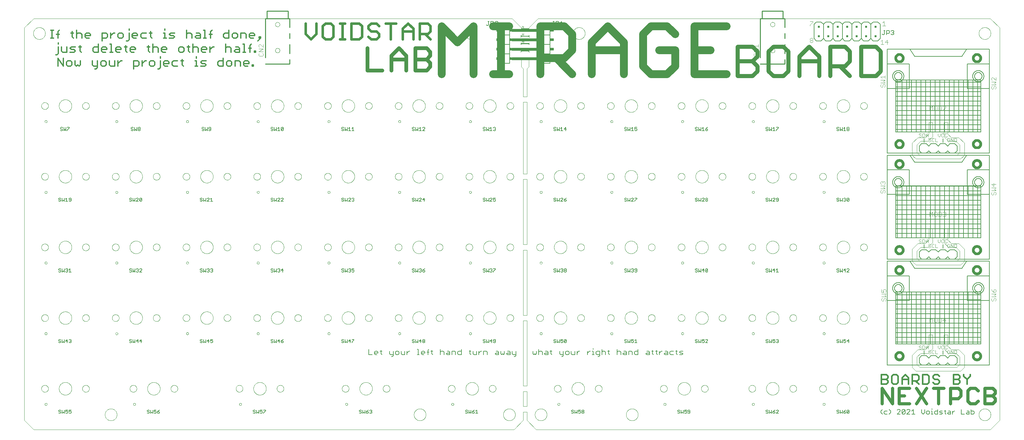
<source format=gto>
G75*
%MOIN*%
%OFA0B0*%
%FSLAX25Y25*%
%IPPOS*%
%LPD*%
%AMOC8*
5,1,8,0,0,1.08239X$1,22.5*
%
%ADD10C,0.00000*%
%ADD11C,0.01000*%
%ADD12C,0.00400*%
%ADD13C,0.08300*%
%ADD14C,0.04300*%
%ADD15C,0.02800*%
%ADD16C,0.03900*%
%ADD17C,0.01700*%
%ADD18C,0.03300*%
%ADD19C,0.00700*%
%ADD20C,0.00800*%
%ADD21C,0.01400*%
%ADD22C,0.00500*%
%ADD23C,0.00300*%
%ADD24C,0.02500*%
%ADD25C,0.00600*%
%ADD26C,0.03000*%
%ADD27R,0.02000X0.03000*%
%ADD28R,0.04000X0.03000*%
%ADD29C,0.00100*%
%ADD30R,0.02000X0.02000*%
D10*
X0013611Y0036065D02*
X0003769Y0045907D01*
X0003769Y0461261D01*
X0013611Y0471104D01*
X0519517Y0471104D01*
X0529359Y0461261D01*
X0529359Y0459293D01*
X0537233Y0459293D01*
X0537233Y0461261D01*
X0547076Y0471104D01*
X1025422Y0471104D01*
X1035265Y0461261D01*
X1035265Y0045907D01*
X1025422Y0036065D01*
X0545107Y0036065D01*
X0535265Y0045907D01*
X0535265Y0054765D01*
X0531328Y0054765D01*
X0531328Y0045907D01*
X0521485Y0036065D01*
X0013611Y0036065D01*
X0025343Y0062836D02*
X0025345Y0062905D01*
X0025351Y0062973D01*
X0025361Y0063041D01*
X0025375Y0063108D01*
X0025393Y0063175D01*
X0025414Y0063240D01*
X0025440Y0063304D01*
X0025469Y0063366D01*
X0025501Y0063426D01*
X0025537Y0063485D01*
X0025577Y0063541D01*
X0025619Y0063595D01*
X0025665Y0063646D01*
X0025714Y0063695D01*
X0025765Y0063741D01*
X0025819Y0063783D01*
X0025875Y0063823D01*
X0025933Y0063859D01*
X0025994Y0063891D01*
X0026056Y0063920D01*
X0026120Y0063946D01*
X0026185Y0063967D01*
X0026252Y0063985D01*
X0026319Y0063999D01*
X0026387Y0064009D01*
X0026455Y0064015D01*
X0026524Y0064017D01*
X0026593Y0064015D01*
X0026661Y0064009D01*
X0026729Y0063999D01*
X0026796Y0063985D01*
X0026863Y0063967D01*
X0026928Y0063946D01*
X0026992Y0063920D01*
X0027054Y0063891D01*
X0027114Y0063859D01*
X0027173Y0063823D01*
X0027229Y0063783D01*
X0027283Y0063741D01*
X0027334Y0063695D01*
X0027383Y0063646D01*
X0027429Y0063595D01*
X0027471Y0063541D01*
X0027511Y0063485D01*
X0027547Y0063426D01*
X0027579Y0063366D01*
X0027608Y0063304D01*
X0027634Y0063240D01*
X0027655Y0063175D01*
X0027673Y0063108D01*
X0027687Y0063041D01*
X0027697Y0062973D01*
X0027703Y0062905D01*
X0027705Y0062836D01*
X0027703Y0062767D01*
X0027697Y0062699D01*
X0027687Y0062631D01*
X0027673Y0062564D01*
X0027655Y0062497D01*
X0027634Y0062432D01*
X0027608Y0062368D01*
X0027579Y0062306D01*
X0027547Y0062245D01*
X0027511Y0062187D01*
X0027471Y0062131D01*
X0027429Y0062077D01*
X0027383Y0062026D01*
X0027334Y0061977D01*
X0027283Y0061931D01*
X0027229Y0061889D01*
X0027173Y0061849D01*
X0027115Y0061813D01*
X0027054Y0061781D01*
X0026992Y0061752D01*
X0026928Y0061726D01*
X0026863Y0061705D01*
X0026796Y0061687D01*
X0026729Y0061673D01*
X0026661Y0061663D01*
X0026593Y0061657D01*
X0026524Y0061655D01*
X0026455Y0061657D01*
X0026387Y0061663D01*
X0026319Y0061673D01*
X0026252Y0061687D01*
X0026185Y0061705D01*
X0026120Y0061726D01*
X0026056Y0061752D01*
X0025994Y0061781D01*
X0025933Y0061813D01*
X0025875Y0061849D01*
X0025819Y0061889D01*
X0025765Y0061931D01*
X0025714Y0061977D01*
X0025665Y0062026D01*
X0025619Y0062077D01*
X0025577Y0062131D01*
X0025537Y0062187D01*
X0025501Y0062245D01*
X0025469Y0062306D01*
X0025440Y0062368D01*
X0025414Y0062432D01*
X0025393Y0062497D01*
X0025375Y0062564D01*
X0025361Y0062631D01*
X0025351Y0062699D01*
X0025345Y0062767D01*
X0025343Y0062836D01*
X0021780Y0079372D02*
X0021782Y0079492D01*
X0021788Y0079613D01*
X0021798Y0079733D01*
X0021812Y0079852D01*
X0021830Y0079971D01*
X0021851Y0080090D01*
X0021877Y0080208D01*
X0021907Y0080324D01*
X0021940Y0080440D01*
X0021977Y0080555D01*
X0022018Y0080668D01*
X0022063Y0080780D01*
X0022111Y0080890D01*
X0022163Y0080999D01*
X0022219Y0081105D01*
X0022278Y0081210D01*
X0022341Y0081313D01*
X0022406Y0081414D01*
X0022476Y0081513D01*
X0022548Y0081609D01*
X0022623Y0081703D01*
X0022702Y0081794D01*
X0022784Y0081883D01*
X0022868Y0081968D01*
X0022955Y0082052D01*
X0023045Y0082132D01*
X0023138Y0082209D01*
X0023233Y0082283D01*
X0023330Y0082353D01*
X0023430Y0082421D01*
X0023532Y0082485D01*
X0023636Y0082546D01*
X0023742Y0082603D01*
X0023850Y0082657D01*
X0023959Y0082707D01*
X0024070Y0082754D01*
X0024183Y0082797D01*
X0024297Y0082836D01*
X0024412Y0082871D01*
X0024528Y0082903D01*
X0024645Y0082930D01*
X0024763Y0082954D01*
X0024882Y0082974D01*
X0025001Y0082990D01*
X0025121Y0083002D01*
X0025241Y0083010D01*
X0025362Y0083014D01*
X0025482Y0083014D01*
X0025603Y0083010D01*
X0025723Y0083002D01*
X0025843Y0082990D01*
X0025962Y0082974D01*
X0026081Y0082954D01*
X0026199Y0082930D01*
X0026316Y0082903D01*
X0026432Y0082871D01*
X0026547Y0082836D01*
X0026661Y0082797D01*
X0026774Y0082754D01*
X0026885Y0082707D01*
X0026994Y0082657D01*
X0027102Y0082603D01*
X0027208Y0082546D01*
X0027312Y0082485D01*
X0027414Y0082421D01*
X0027514Y0082353D01*
X0027611Y0082283D01*
X0027706Y0082209D01*
X0027799Y0082132D01*
X0027889Y0082052D01*
X0027976Y0081968D01*
X0028060Y0081883D01*
X0028142Y0081794D01*
X0028221Y0081703D01*
X0028296Y0081609D01*
X0028368Y0081513D01*
X0028438Y0081414D01*
X0028503Y0081313D01*
X0028566Y0081210D01*
X0028625Y0081105D01*
X0028681Y0080999D01*
X0028733Y0080890D01*
X0028781Y0080780D01*
X0028826Y0080668D01*
X0028867Y0080555D01*
X0028904Y0080440D01*
X0028937Y0080324D01*
X0028967Y0080208D01*
X0028993Y0080090D01*
X0029014Y0079971D01*
X0029032Y0079852D01*
X0029046Y0079733D01*
X0029056Y0079613D01*
X0029062Y0079492D01*
X0029064Y0079372D01*
X0029062Y0079252D01*
X0029056Y0079131D01*
X0029046Y0079011D01*
X0029032Y0078892D01*
X0029014Y0078773D01*
X0028993Y0078654D01*
X0028967Y0078536D01*
X0028937Y0078420D01*
X0028904Y0078304D01*
X0028867Y0078189D01*
X0028826Y0078076D01*
X0028781Y0077964D01*
X0028733Y0077854D01*
X0028681Y0077745D01*
X0028625Y0077639D01*
X0028566Y0077534D01*
X0028503Y0077431D01*
X0028438Y0077330D01*
X0028368Y0077231D01*
X0028296Y0077135D01*
X0028221Y0077041D01*
X0028142Y0076950D01*
X0028060Y0076861D01*
X0027976Y0076776D01*
X0027889Y0076692D01*
X0027799Y0076612D01*
X0027706Y0076535D01*
X0027611Y0076461D01*
X0027514Y0076391D01*
X0027414Y0076323D01*
X0027312Y0076259D01*
X0027208Y0076198D01*
X0027102Y0076141D01*
X0026994Y0076087D01*
X0026885Y0076037D01*
X0026774Y0075990D01*
X0026661Y0075947D01*
X0026547Y0075908D01*
X0026432Y0075873D01*
X0026316Y0075841D01*
X0026199Y0075814D01*
X0026081Y0075790D01*
X0025962Y0075770D01*
X0025843Y0075754D01*
X0025723Y0075742D01*
X0025603Y0075734D01*
X0025482Y0075730D01*
X0025362Y0075730D01*
X0025241Y0075734D01*
X0025121Y0075742D01*
X0025001Y0075754D01*
X0024882Y0075770D01*
X0024763Y0075790D01*
X0024645Y0075814D01*
X0024528Y0075841D01*
X0024412Y0075873D01*
X0024297Y0075908D01*
X0024183Y0075947D01*
X0024070Y0075990D01*
X0023959Y0076037D01*
X0023850Y0076087D01*
X0023742Y0076141D01*
X0023636Y0076198D01*
X0023532Y0076259D01*
X0023430Y0076323D01*
X0023330Y0076391D01*
X0023233Y0076461D01*
X0023138Y0076535D01*
X0023045Y0076612D01*
X0022955Y0076692D01*
X0022868Y0076776D01*
X0022784Y0076861D01*
X0022702Y0076950D01*
X0022623Y0077041D01*
X0022548Y0077135D01*
X0022476Y0077231D01*
X0022406Y0077330D01*
X0022341Y0077431D01*
X0022278Y0077534D01*
X0022219Y0077639D01*
X0022163Y0077745D01*
X0022111Y0077854D01*
X0022063Y0077964D01*
X0022018Y0078076D01*
X0021977Y0078189D01*
X0021940Y0078304D01*
X0021907Y0078420D01*
X0021877Y0078536D01*
X0021851Y0078654D01*
X0021830Y0078773D01*
X0021812Y0078892D01*
X0021798Y0079011D01*
X0021788Y0079131D01*
X0021782Y0079252D01*
X0021780Y0079372D01*
X0040383Y0079372D02*
X0040385Y0079536D01*
X0040391Y0079700D01*
X0040401Y0079864D01*
X0040415Y0080028D01*
X0040433Y0080191D01*
X0040455Y0080354D01*
X0040482Y0080516D01*
X0040512Y0080678D01*
X0040546Y0080838D01*
X0040584Y0080998D01*
X0040625Y0081157D01*
X0040671Y0081315D01*
X0040721Y0081471D01*
X0040774Y0081627D01*
X0040831Y0081781D01*
X0040892Y0081933D01*
X0040957Y0082084D01*
X0041026Y0082234D01*
X0041098Y0082381D01*
X0041173Y0082527D01*
X0041253Y0082671D01*
X0041335Y0082813D01*
X0041421Y0082953D01*
X0041511Y0083090D01*
X0041604Y0083226D01*
X0041700Y0083359D01*
X0041800Y0083490D01*
X0041902Y0083618D01*
X0042008Y0083744D01*
X0042117Y0083867D01*
X0042229Y0083987D01*
X0042343Y0084105D01*
X0042461Y0084219D01*
X0042581Y0084331D01*
X0042704Y0084440D01*
X0042830Y0084546D01*
X0042958Y0084648D01*
X0043089Y0084748D01*
X0043222Y0084844D01*
X0043358Y0084937D01*
X0043495Y0085027D01*
X0043635Y0085113D01*
X0043777Y0085195D01*
X0043921Y0085275D01*
X0044067Y0085350D01*
X0044214Y0085422D01*
X0044364Y0085491D01*
X0044515Y0085556D01*
X0044667Y0085617D01*
X0044821Y0085674D01*
X0044977Y0085727D01*
X0045133Y0085777D01*
X0045291Y0085823D01*
X0045450Y0085864D01*
X0045610Y0085902D01*
X0045770Y0085936D01*
X0045932Y0085966D01*
X0046094Y0085993D01*
X0046257Y0086015D01*
X0046420Y0086033D01*
X0046584Y0086047D01*
X0046748Y0086057D01*
X0046912Y0086063D01*
X0047076Y0086065D01*
X0047240Y0086063D01*
X0047404Y0086057D01*
X0047568Y0086047D01*
X0047732Y0086033D01*
X0047895Y0086015D01*
X0048058Y0085993D01*
X0048220Y0085966D01*
X0048382Y0085936D01*
X0048542Y0085902D01*
X0048702Y0085864D01*
X0048861Y0085823D01*
X0049019Y0085777D01*
X0049175Y0085727D01*
X0049331Y0085674D01*
X0049485Y0085617D01*
X0049637Y0085556D01*
X0049788Y0085491D01*
X0049938Y0085422D01*
X0050085Y0085350D01*
X0050231Y0085275D01*
X0050375Y0085195D01*
X0050517Y0085113D01*
X0050657Y0085027D01*
X0050794Y0084937D01*
X0050930Y0084844D01*
X0051063Y0084748D01*
X0051194Y0084648D01*
X0051322Y0084546D01*
X0051448Y0084440D01*
X0051571Y0084331D01*
X0051691Y0084219D01*
X0051809Y0084105D01*
X0051923Y0083987D01*
X0052035Y0083867D01*
X0052144Y0083744D01*
X0052250Y0083618D01*
X0052352Y0083490D01*
X0052452Y0083359D01*
X0052548Y0083226D01*
X0052641Y0083090D01*
X0052731Y0082953D01*
X0052817Y0082813D01*
X0052899Y0082671D01*
X0052979Y0082527D01*
X0053054Y0082381D01*
X0053126Y0082234D01*
X0053195Y0082084D01*
X0053260Y0081933D01*
X0053321Y0081781D01*
X0053378Y0081627D01*
X0053431Y0081471D01*
X0053481Y0081315D01*
X0053527Y0081157D01*
X0053568Y0080998D01*
X0053606Y0080838D01*
X0053640Y0080678D01*
X0053670Y0080516D01*
X0053697Y0080354D01*
X0053719Y0080191D01*
X0053737Y0080028D01*
X0053751Y0079864D01*
X0053761Y0079700D01*
X0053767Y0079536D01*
X0053769Y0079372D01*
X0053767Y0079208D01*
X0053761Y0079044D01*
X0053751Y0078880D01*
X0053737Y0078716D01*
X0053719Y0078553D01*
X0053697Y0078390D01*
X0053670Y0078228D01*
X0053640Y0078066D01*
X0053606Y0077906D01*
X0053568Y0077746D01*
X0053527Y0077587D01*
X0053481Y0077429D01*
X0053431Y0077273D01*
X0053378Y0077117D01*
X0053321Y0076963D01*
X0053260Y0076811D01*
X0053195Y0076660D01*
X0053126Y0076510D01*
X0053054Y0076363D01*
X0052979Y0076217D01*
X0052899Y0076073D01*
X0052817Y0075931D01*
X0052731Y0075791D01*
X0052641Y0075654D01*
X0052548Y0075518D01*
X0052452Y0075385D01*
X0052352Y0075254D01*
X0052250Y0075126D01*
X0052144Y0075000D01*
X0052035Y0074877D01*
X0051923Y0074757D01*
X0051809Y0074639D01*
X0051691Y0074525D01*
X0051571Y0074413D01*
X0051448Y0074304D01*
X0051322Y0074198D01*
X0051194Y0074096D01*
X0051063Y0073996D01*
X0050930Y0073900D01*
X0050794Y0073807D01*
X0050657Y0073717D01*
X0050517Y0073631D01*
X0050375Y0073549D01*
X0050231Y0073469D01*
X0050085Y0073394D01*
X0049938Y0073322D01*
X0049788Y0073253D01*
X0049637Y0073188D01*
X0049485Y0073127D01*
X0049331Y0073070D01*
X0049175Y0073017D01*
X0049019Y0072967D01*
X0048861Y0072921D01*
X0048702Y0072880D01*
X0048542Y0072842D01*
X0048382Y0072808D01*
X0048220Y0072778D01*
X0048058Y0072751D01*
X0047895Y0072729D01*
X0047732Y0072711D01*
X0047568Y0072697D01*
X0047404Y0072687D01*
X0047240Y0072681D01*
X0047076Y0072679D01*
X0046912Y0072681D01*
X0046748Y0072687D01*
X0046584Y0072697D01*
X0046420Y0072711D01*
X0046257Y0072729D01*
X0046094Y0072751D01*
X0045932Y0072778D01*
X0045770Y0072808D01*
X0045610Y0072842D01*
X0045450Y0072880D01*
X0045291Y0072921D01*
X0045133Y0072967D01*
X0044977Y0073017D01*
X0044821Y0073070D01*
X0044667Y0073127D01*
X0044515Y0073188D01*
X0044364Y0073253D01*
X0044214Y0073322D01*
X0044067Y0073394D01*
X0043921Y0073469D01*
X0043777Y0073549D01*
X0043635Y0073631D01*
X0043495Y0073717D01*
X0043358Y0073807D01*
X0043222Y0073900D01*
X0043089Y0073996D01*
X0042958Y0074096D01*
X0042830Y0074198D01*
X0042704Y0074304D01*
X0042581Y0074413D01*
X0042461Y0074525D01*
X0042343Y0074639D01*
X0042229Y0074757D01*
X0042117Y0074877D01*
X0042008Y0075000D01*
X0041902Y0075126D01*
X0041800Y0075254D01*
X0041700Y0075385D01*
X0041604Y0075518D01*
X0041511Y0075654D01*
X0041421Y0075791D01*
X0041335Y0075931D01*
X0041253Y0076073D01*
X0041173Y0076217D01*
X0041098Y0076363D01*
X0041026Y0076510D01*
X0040957Y0076660D01*
X0040892Y0076811D01*
X0040831Y0076963D01*
X0040774Y0077117D01*
X0040721Y0077273D01*
X0040671Y0077429D01*
X0040625Y0077587D01*
X0040584Y0077746D01*
X0040546Y0077906D01*
X0040512Y0078066D01*
X0040482Y0078228D01*
X0040455Y0078390D01*
X0040433Y0078553D01*
X0040415Y0078716D01*
X0040401Y0078880D01*
X0040391Y0079044D01*
X0040385Y0079208D01*
X0040383Y0079372D01*
X0065087Y0079372D02*
X0065089Y0079492D01*
X0065095Y0079613D01*
X0065105Y0079733D01*
X0065119Y0079852D01*
X0065137Y0079971D01*
X0065158Y0080090D01*
X0065184Y0080208D01*
X0065214Y0080324D01*
X0065247Y0080440D01*
X0065284Y0080555D01*
X0065325Y0080668D01*
X0065370Y0080780D01*
X0065418Y0080890D01*
X0065470Y0080999D01*
X0065526Y0081105D01*
X0065585Y0081210D01*
X0065648Y0081313D01*
X0065713Y0081414D01*
X0065783Y0081513D01*
X0065855Y0081609D01*
X0065930Y0081703D01*
X0066009Y0081794D01*
X0066091Y0081883D01*
X0066175Y0081968D01*
X0066262Y0082052D01*
X0066352Y0082132D01*
X0066445Y0082209D01*
X0066540Y0082283D01*
X0066637Y0082353D01*
X0066737Y0082421D01*
X0066839Y0082485D01*
X0066943Y0082546D01*
X0067049Y0082603D01*
X0067157Y0082657D01*
X0067266Y0082707D01*
X0067377Y0082754D01*
X0067490Y0082797D01*
X0067604Y0082836D01*
X0067719Y0082871D01*
X0067835Y0082903D01*
X0067952Y0082930D01*
X0068070Y0082954D01*
X0068189Y0082974D01*
X0068308Y0082990D01*
X0068428Y0083002D01*
X0068548Y0083010D01*
X0068669Y0083014D01*
X0068789Y0083014D01*
X0068910Y0083010D01*
X0069030Y0083002D01*
X0069150Y0082990D01*
X0069269Y0082974D01*
X0069388Y0082954D01*
X0069506Y0082930D01*
X0069623Y0082903D01*
X0069739Y0082871D01*
X0069854Y0082836D01*
X0069968Y0082797D01*
X0070081Y0082754D01*
X0070192Y0082707D01*
X0070301Y0082657D01*
X0070409Y0082603D01*
X0070515Y0082546D01*
X0070619Y0082485D01*
X0070721Y0082421D01*
X0070821Y0082353D01*
X0070918Y0082283D01*
X0071013Y0082209D01*
X0071106Y0082132D01*
X0071196Y0082052D01*
X0071283Y0081968D01*
X0071367Y0081883D01*
X0071449Y0081794D01*
X0071528Y0081703D01*
X0071603Y0081609D01*
X0071675Y0081513D01*
X0071745Y0081414D01*
X0071810Y0081313D01*
X0071873Y0081210D01*
X0071932Y0081105D01*
X0071988Y0080999D01*
X0072040Y0080890D01*
X0072088Y0080780D01*
X0072133Y0080668D01*
X0072174Y0080555D01*
X0072211Y0080440D01*
X0072244Y0080324D01*
X0072274Y0080208D01*
X0072300Y0080090D01*
X0072321Y0079971D01*
X0072339Y0079852D01*
X0072353Y0079733D01*
X0072363Y0079613D01*
X0072369Y0079492D01*
X0072371Y0079372D01*
X0072369Y0079252D01*
X0072363Y0079131D01*
X0072353Y0079011D01*
X0072339Y0078892D01*
X0072321Y0078773D01*
X0072300Y0078654D01*
X0072274Y0078536D01*
X0072244Y0078420D01*
X0072211Y0078304D01*
X0072174Y0078189D01*
X0072133Y0078076D01*
X0072088Y0077964D01*
X0072040Y0077854D01*
X0071988Y0077745D01*
X0071932Y0077639D01*
X0071873Y0077534D01*
X0071810Y0077431D01*
X0071745Y0077330D01*
X0071675Y0077231D01*
X0071603Y0077135D01*
X0071528Y0077041D01*
X0071449Y0076950D01*
X0071367Y0076861D01*
X0071283Y0076776D01*
X0071196Y0076692D01*
X0071106Y0076612D01*
X0071013Y0076535D01*
X0070918Y0076461D01*
X0070821Y0076391D01*
X0070721Y0076323D01*
X0070619Y0076259D01*
X0070515Y0076198D01*
X0070409Y0076141D01*
X0070301Y0076087D01*
X0070192Y0076037D01*
X0070081Y0075990D01*
X0069968Y0075947D01*
X0069854Y0075908D01*
X0069739Y0075873D01*
X0069623Y0075841D01*
X0069506Y0075814D01*
X0069388Y0075790D01*
X0069269Y0075770D01*
X0069150Y0075754D01*
X0069030Y0075742D01*
X0068910Y0075734D01*
X0068789Y0075730D01*
X0068669Y0075730D01*
X0068548Y0075734D01*
X0068428Y0075742D01*
X0068308Y0075754D01*
X0068189Y0075770D01*
X0068070Y0075790D01*
X0067952Y0075814D01*
X0067835Y0075841D01*
X0067719Y0075873D01*
X0067604Y0075908D01*
X0067490Y0075947D01*
X0067377Y0075990D01*
X0067266Y0076037D01*
X0067157Y0076087D01*
X0067049Y0076141D01*
X0066943Y0076198D01*
X0066839Y0076259D01*
X0066737Y0076323D01*
X0066637Y0076391D01*
X0066540Y0076461D01*
X0066445Y0076535D01*
X0066352Y0076612D01*
X0066262Y0076692D01*
X0066175Y0076776D01*
X0066091Y0076861D01*
X0066009Y0076950D01*
X0065930Y0077041D01*
X0065855Y0077135D01*
X0065783Y0077231D01*
X0065713Y0077330D01*
X0065648Y0077431D01*
X0065585Y0077534D01*
X0065526Y0077639D01*
X0065470Y0077745D01*
X0065418Y0077854D01*
X0065370Y0077964D01*
X0065325Y0078076D01*
X0065284Y0078189D01*
X0065247Y0078304D01*
X0065214Y0078420D01*
X0065184Y0078536D01*
X0065158Y0078654D01*
X0065137Y0078773D01*
X0065119Y0078892D01*
X0065105Y0079011D01*
X0065095Y0079131D01*
X0065089Y0079252D01*
X0065087Y0079372D01*
X0089005Y0051813D02*
X0089007Y0051971D01*
X0089013Y0052129D01*
X0089023Y0052287D01*
X0089037Y0052445D01*
X0089055Y0052602D01*
X0089076Y0052759D01*
X0089102Y0052915D01*
X0089132Y0053071D01*
X0089165Y0053226D01*
X0089203Y0053379D01*
X0089244Y0053532D01*
X0089289Y0053684D01*
X0089338Y0053835D01*
X0089391Y0053984D01*
X0089447Y0054132D01*
X0089507Y0054278D01*
X0089571Y0054423D01*
X0089639Y0054566D01*
X0089710Y0054708D01*
X0089784Y0054848D01*
X0089862Y0054985D01*
X0089944Y0055121D01*
X0090028Y0055255D01*
X0090117Y0055386D01*
X0090208Y0055515D01*
X0090303Y0055642D01*
X0090400Y0055767D01*
X0090501Y0055889D01*
X0090605Y0056008D01*
X0090712Y0056125D01*
X0090822Y0056239D01*
X0090935Y0056350D01*
X0091050Y0056459D01*
X0091168Y0056564D01*
X0091289Y0056666D01*
X0091412Y0056766D01*
X0091538Y0056862D01*
X0091666Y0056955D01*
X0091796Y0057045D01*
X0091929Y0057131D01*
X0092064Y0057215D01*
X0092200Y0057294D01*
X0092339Y0057371D01*
X0092480Y0057443D01*
X0092622Y0057513D01*
X0092766Y0057578D01*
X0092912Y0057640D01*
X0093059Y0057698D01*
X0093208Y0057753D01*
X0093358Y0057804D01*
X0093509Y0057851D01*
X0093661Y0057894D01*
X0093814Y0057933D01*
X0093969Y0057969D01*
X0094124Y0058000D01*
X0094280Y0058028D01*
X0094436Y0058052D01*
X0094593Y0058072D01*
X0094751Y0058088D01*
X0094908Y0058100D01*
X0095067Y0058108D01*
X0095225Y0058112D01*
X0095383Y0058112D01*
X0095541Y0058108D01*
X0095700Y0058100D01*
X0095857Y0058088D01*
X0096015Y0058072D01*
X0096172Y0058052D01*
X0096328Y0058028D01*
X0096484Y0058000D01*
X0096639Y0057969D01*
X0096794Y0057933D01*
X0096947Y0057894D01*
X0097099Y0057851D01*
X0097250Y0057804D01*
X0097400Y0057753D01*
X0097549Y0057698D01*
X0097696Y0057640D01*
X0097842Y0057578D01*
X0097986Y0057513D01*
X0098128Y0057443D01*
X0098269Y0057371D01*
X0098408Y0057294D01*
X0098544Y0057215D01*
X0098679Y0057131D01*
X0098812Y0057045D01*
X0098942Y0056955D01*
X0099070Y0056862D01*
X0099196Y0056766D01*
X0099319Y0056666D01*
X0099440Y0056564D01*
X0099558Y0056459D01*
X0099673Y0056350D01*
X0099786Y0056239D01*
X0099896Y0056125D01*
X0100003Y0056008D01*
X0100107Y0055889D01*
X0100208Y0055767D01*
X0100305Y0055642D01*
X0100400Y0055515D01*
X0100491Y0055386D01*
X0100580Y0055255D01*
X0100664Y0055121D01*
X0100746Y0054985D01*
X0100824Y0054848D01*
X0100898Y0054708D01*
X0100969Y0054566D01*
X0101037Y0054423D01*
X0101101Y0054278D01*
X0101161Y0054132D01*
X0101217Y0053984D01*
X0101270Y0053835D01*
X0101319Y0053684D01*
X0101364Y0053532D01*
X0101405Y0053379D01*
X0101443Y0053226D01*
X0101476Y0053071D01*
X0101506Y0052915D01*
X0101532Y0052759D01*
X0101553Y0052602D01*
X0101571Y0052445D01*
X0101585Y0052287D01*
X0101595Y0052129D01*
X0101601Y0051971D01*
X0101603Y0051813D01*
X0101601Y0051655D01*
X0101595Y0051497D01*
X0101585Y0051339D01*
X0101571Y0051181D01*
X0101553Y0051024D01*
X0101532Y0050867D01*
X0101506Y0050711D01*
X0101476Y0050555D01*
X0101443Y0050400D01*
X0101405Y0050247D01*
X0101364Y0050094D01*
X0101319Y0049942D01*
X0101270Y0049791D01*
X0101217Y0049642D01*
X0101161Y0049494D01*
X0101101Y0049348D01*
X0101037Y0049203D01*
X0100969Y0049060D01*
X0100898Y0048918D01*
X0100824Y0048778D01*
X0100746Y0048641D01*
X0100664Y0048505D01*
X0100580Y0048371D01*
X0100491Y0048240D01*
X0100400Y0048111D01*
X0100305Y0047984D01*
X0100208Y0047859D01*
X0100107Y0047737D01*
X0100003Y0047618D01*
X0099896Y0047501D01*
X0099786Y0047387D01*
X0099673Y0047276D01*
X0099558Y0047167D01*
X0099440Y0047062D01*
X0099319Y0046960D01*
X0099196Y0046860D01*
X0099070Y0046764D01*
X0098942Y0046671D01*
X0098812Y0046581D01*
X0098679Y0046495D01*
X0098544Y0046411D01*
X0098408Y0046332D01*
X0098269Y0046255D01*
X0098128Y0046183D01*
X0097986Y0046113D01*
X0097842Y0046048D01*
X0097696Y0045986D01*
X0097549Y0045928D01*
X0097400Y0045873D01*
X0097250Y0045822D01*
X0097099Y0045775D01*
X0096947Y0045732D01*
X0096794Y0045693D01*
X0096639Y0045657D01*
X0096484Y0045626D01*
X0096328Y0045598D01*
X0096172Y0045574D01*
X0096015Y0045554D01*
X0095857Y0045538D01*
X0095700Y0045526D01*
X0095541Y0045518D01*
X0095383Y0045514D01*
X0095225Y0045514D01*
X0095067Y0045518D01*
X0094908Y0045526D01*
X0094751Y0045538D01*
X0094593Y0045554D01*
X0094436Y0045574D01*
X0094280Y0045598D01*
X0094124Y0045626D01*
X0093969Y0045657D01*
X0093814Y0045693D01*
X0093661Y0045732D01*
X0093509Y0045775D01*
X0093358Y0045822D01*
X0093208Y0045873D01*
X0093059Y0045928D01*
X0092912Y0045986D01*
X0092766Y0046048D01*
X0092622Y0046113D01*
X0092480Y0046183D01*
X0092339Y0046255D01*
X0092200Y0046332D01*
X0092064Y0046411D01*
X0091929Y0046495D01*
X0091796Y0046581D01*
X0091666Y0046671D01*
X0091538Y0046764D01*
X0091412Y0046860D01*
X0091289Y0046960D01*
X0091168Y0047062D01*
X0091050Y0047167D01*
X0090935Y0047276D01*
X0090822Y0047387D01*
X0090712Y0047501D01*
X0090605Y0047618D01*
X0090501Y0047737D01*
X0090400Y0047859D01*
X0090303Y0047984D01*
X0090208Y0048111D01*
X0090117Y0048240D01*
X0090028Y0048371D01*
X0089944Y0048505D01*
X0089862Y0048641D01*
X0089784Y0048778D01*
X0089710Y0048918D01*
X0089639Y0049060D01*
X0089571Y0049203D01*
X0089507Y0049348D01*
X0089447Y0049494D01*
X0089391Y0049642D01*
X0089338Y0049791D01*
X0089289Y0049942D01*
X0089244Y0050094D01*
X0089203Y0050247D01*
X0089165Y0050400D01*
X0089132Y0050555D01*
X0089102Y0050711D01*
X0089076Y0050867D01*
X0089055Y0051024D01*
X0089037Y0051181D01*
X0089023Y0051339D01*
X0089013Y0051497D01*
X0089007Y0051655D01*
X0089005Y0051813D01*
X0118847Y0062836D02*
X0118849Y0062905D01*
X0118855Y0062973D01*
X0118865Y0063041D01*
X0118879Y0063108D01*
X0118897Y0063175D01*
X0118918Y0063240D01*
X0118944Y0063304D01*
X0118973Y0063366D01*
X0119005Y0063426D01*
X0119041Y0063485D01*
X0119081Y0063541D01*
X0119123Y0063595D01*
X0119169Y0063646D01*
X0119218Y0063695D01*
X0119269Y0063741D01*
X0119323Y0063783D01*
X0119379Y0063823D01*
X0119437Y0063859D01*
X0119498Y0063891D01*
X0119560Y0063920D01*
X0119624Y0063946D01*
X0119689Y0063967D01*
X0119756Y0063985D01*
X0119823Y0063999D01*
X0119891Y0064009D01*
X0119959Y0064015D01*
X0120028Y0064017D01*
X0120097Y0064015D01*
X0120165Y0064009D01*
X0120233Y0063999D01*
X0120300Y0063985D01*
X0120367Y0063967D01*
X0120432Y0063946D01*
X0120496Y0063920D01*
X0120558Y0063891D01*
X0120618Y0063859D01*
X0120677Y0063823D01*
X0120733Y0063783D01*
X0120787Y0063741D01*
X0120838Y0063695D01*
X0120887Y0063646D01*
X0120933Y0063595D01*
X0120975Y0063541D01*
X0121015Y0063485D01*
X0121051Y0063426D01*
X0121083Y0063366D01*
X0121112Y0063304D01*
X0121138Y0063240D01*
X0121159Y0063175D01*
X0121177Y0063108D01*
X0121191Y0063041D01*
X0121201Y0062973D01*
X0121207Y0062905D01*
X0121209Y0062836D01*
X0121207Y0062767D01*
X0121201Y0062699D01*
X0121191Y0062631D01*
X0121177Y0062564D01*
X0121159Y0062497D01*
X0121138Y0062432D01*
X0121112Y0062368D01*
X0121083Y0062306D01*
X0121051Y0062245D01*
X0121015Y0062187D01*
X0120975Y0062131D01*
X0120933Y0062077D01*
X0120887Y0062026D01*
X0120838Y0061977D01*
X0120787Y0061931D01*
X0120733Y0061889D01*
X0120677Y0061849D01*
X0120619Y0061813D01*
X0120558Y0061781D01*
X0120496Y0061752D01*
X0120432Y0061726D01*
X0120367Y0061705D01*
X0120300Y0061687D01*
X0120233Y0061673D01*
X0120165Y0061663D01*
X0120097Y0061657D01*
X0120028Y0061655D01*
X0119959Y0061657D01*
X0119891Y0061663D01*
X0119823Y0061673D01*
X0119756Y0061687D01*
X0119689Y0061705D01*
X0119624Y0061726D01*
X0119560Y0061752D01*
X0119498Y0061781D01*
X0119437Y0061813D01*
X0119379Y0061849D01*
X0119323Y0061889D01*
X0119269Y0061931D01*
X0119218Y0061977D01*
X0119169Y0062026D01*
X0119123Y0062077D01*
X0119081Y0062131D01*
X0119041Y0062187D01*
X0119005Y0062245D01*
X0118973Y0062306D01*
X0118944Y0062368D01*
X0118918Y0062432D01*
X0118897Y0062497D01*
X0118879Y0062564D01*
X0118865Y0062631D01*
X0118855Y0062699D01*
X0118849Y0062767D01*
X0118847Y0062836D01*
X0115284Y0079372D02*
X0115286Y0079492D01*
X0115292Y0079613D01*
X0115302Y0079733D01*
X0115316Y0079852D01*
X0115334Y0079971D01*
X0115355Y0080090D01*
X0115381Y0080208D01*
X0115411Y0080324D01*
X0115444Y0080440D01*
X0115481Y0080555D01*
X0115522Y0080668D01*
X0115567Y0080780D01*
X0115615Y0080890D01*
X0115667Y0080999D01*
X0115723Y0081105D01*
X0115782Y0081210D01*
X0115845Y0081313D01*
X0115910Y0081414D01*
X0115980Y0081513D01*
X0116052Y0081609D01*
X0116127Y0081703D01*
X0116206Y0081794D01*
X0116288Y0081883D01*
X0116372Y0081968D01*
X0116459Y0082052D01*
X0116549Y0082132D01*
X0116642Y0082209D01*
X0116737Y0082283D01*
X0116834Y0082353D01*
X0116934Y0082421D01*
X0117036Y0082485D01*
X0117140Y0082546D01*
X0117246Y0082603D01*
X0117354Y0082657D01*
X0117463Y0082707D01*
X0117574Y0082754D01*
X0117687Y0082797D01*
X0117801Y0082836D01*
X0117916Y0082871D01*
X0118032Y0082903D01*
X0118149Y0082930D01*
X0118267Y0082954D01*
X0118386Y0082974D01*
X0118505Y0082990D01*
X0118625Y0083002D01*
X0118745Y0083010D01*
X0118866Y0083014D01*
X0118986Y0083014D01*
X0119107Y0083010D01*
X0119227Y0083002D01*
X0119347Y0082990D01*
X0119466Y0082974D01*
X0119585Y0082954D01*
X0119703Y0082930D01*
X0119820Y0082903D01*
X0119936Y0082871D01*
X0120051Y0082836D01*
X0120165Y0082797D01*
X0120278Y0082754D01*
X0120389Y0082707D01*
X0120498Y0082657D01*
X0120606Y0082603D01*
X0120712Y0082546D01*
X0120816Y0082485D01*
X0120918Y0082421D01*
X0121018Y0082353D01*
X0121115Y0082283D01*
X0121210Y0082209D01*
X0121303Y0082132D01*
X0121393Y0082052D01*
X0121480Y0081968D01*
X0121564Y0081883D01*
X0121646Y0081794D01*
X0121725Y0081703D01*
X0121800Y0081609D01*
X0121872Y0081513D01*
X0121942Y0081414D01*
X0122007Y0081313D01*
X0122070Y0081210D01*
X0122129Y0081105D01*
X0122185Y0080999D01*
X0122237Y0080890D01*
X0122285Y0080780D01*
X0122330Y0080668D01*
X0122371Y0080555D01*
X0122408Y0080440D01*
X0122441Y0080324D01*
X0122471Y0080208D01*
X0122497Y0080090D01*
X0122518Y0079971D01*
X0122536Y0079852D01*
X0122550Y0079733D01*
X0122560Y0079613D01*
X0122566Y0079492D01*
X0122568Y0079372D01*
X0122566Y0079252D01*
X0122560Y0079131D01*
X0122550Y0079011D01*
X0122536Y0078892D01*
X0122518Y0078773D01*
X0122497Y0078654D01*
X0122471Y0078536D01*
X0122441Y0078420D01*
X0122408Y0078304D01*
X0122371Y0078189D01*
X0122330Y0078076D01*
X0122285Y0077964D01*
X0122237Y0077854D01*
X0122185Y0077745D01*
X0122129Y0077639D01*
X0122070Y0077534D01*
X0122007Y0077431D01*
X0121942Y0077330D01*
X0121872Y0077231D01*
X0121800Y0077135D01*
X0121725Y0077041D01*
X0121646Y0076950D01*
X0121564Y0076861D01*
X0121480Y0076776D01*
X0121393Y0076692D01*
X0121303Y0076612D01*
X0121210Y0076535D01*
X0121115Y0076461D01*
X0121018Y0076391D01*
X0120918Y0076323D01*
X0120816Y0076259D01*
X0120712Y0076198D01*
X0120606Y0076141D01*
X0120498Y0076087D01*
X0120389Y0076037D01*
X0120278Y0075990D01*
X0120165Y0075947D01*
X0120051Y0075908D01*
X0119936Y0075873D01*
X0119820Y0075841D01*
X0119703Y0075814D01*
X0119585Y0075790D01*
X0119466Y0075770D01*
X0119347Y0075754D01*
X0119227Y0075742D01*
X0119107Y0075734D01*
X0118986Y0075730D01*
X0118866Y0075730D01*
X0118745Y0075734D01*
X0118625Y0075742D01*
X0118505Y0075754D01*
X0118386Y0075770D01*
X0118267Y0075790D01*
X0118149Y0075814D01*
X0118032Y0075841D01*
X0117916Y0075873D01*
X0117801Y0075908D01*
X0117687Y0075947D01*
X0117574Y0075990D01*
X0117463Y0076037D01*
X0117354Y0076087D01*
X0117246Y0076141D01*
X0117140Y0076198D01*
X0117036Y0076259D01*
X0116934Y0076323D01*
X0116834Y0076391D01*
X0116737Y0076461D01*
X0116642Y0076535D01*
X0116549Y0076612D01*
X0116459Y0076692D01*
X0116372Y0076776D01*
X0116288Y0076861D01*
X0116206Y0076950D01*
X0116127Y0077041D01*
X0116052Y0077135D01*
X0115980Y0077231D01*
X0115910Y0077330D01*
X0115845Y0077431D01*
X0115782Y0077534D01*
X0115723Y0077639D01*
X0115667Y0077745D01*
X0115615Y0077854D01*
X0115567Y0077964D01*
X0115522Y0078076D01*
X0115481Y0078189D01*
X0115444Y0078304D01*
X0115411Y0078420D01*
X0115381Y0078536D01*
X0115355Y0078654D01*
X0115334Y0078773D01*
X0115316Y0078892D01*
X0115302Y0079011D01*
X0115292Y0079131D01*
X0115286Y0079252D01*
X0115284Y0079372D01*
X0133887Y0079372D02*
X0133889Y0079536D01*
X0133895Y0079700D01*
X0133905Y0079864D01*
X0133919Y0080028D01*
X0133937Y0080191D01*
X0133959Y0080354D01*
X0133986Y0080516D01*
X0134016Y0080678D01*
X0134050Y0080838D01*
X0134088Y0080998D01*
X0134129Y0081157D01*
X0134175Y0081315D01*
X0134225Y0081471D01*
X0134278Y0081627D01*
X0134335Y0081781D01*
X0134396Y0081933D01*
X0134461Y0082084D01*
X0134530Y0082234D01*
X0134602Y0082381D01*
X0134677Y0082527D01*
X0134757Y0082671D01*
X0134839Y0082813D01*
X0134925Y0082953D01*
X0135015Y0083090D01*
X0135108Y0083226D01*
X0135204Y0083359D01*
X0135304Y0083490D01*
X0135406Y0083618D01*
X0135512Y0083744D01*
X0135621Y0083867D01*
X0135733Y0083987D01*
X0135847Y0084105D01*
X0135965Y0084219D01*
X0136085Y0084331D01*
X0136208Y0084440D01*
X0136334Y0084546D01*
X0136462Y0084648D01*
X0136593Y0084748D01*
X0136726Y0084844D01*
X0136862Y0084937D01*
X0136999Y0085027D01*
X0137139Y0085113D01*
X0137281Y0085195D01*
X0137425Y0085275D01*
X0137571Y0085350D01*
X0137718Y0085422D01*
X0137868Y0085491D01*
X0138019Y0085556D01*
X0138171Y0085617D01*
X0138325Y0085674D01*
X0138481Y0085727D01*
X0138637Y0085777D01*
X0138795Y0085823D01*
X0138954Y0085864D01*
X0139114Y0085902D01*
X0139274Y0085936D01*
X0139436Y0085966D01*
X0139598Y0085993D01*
X0139761Y0086015D01*
X0139924Y0086033D01*
X0140088Y0086047D01*
X0140252Y0086057D01*
X0140416Y0086063D01*
X0140580Y0086065D01*
X0140744Y0086063D01*
X0140908Y0086057D01*
X0141072Y0086047D01*
X0141236Y0086033D01*
X0141399Y0086015D01*
X0141562Y0085993D01*
X0141724Y0085966D01*
X0141886Y0085936D01*
X0142046Y0085902D01*
X0142206Y0085864D01*
X0142365Y0085823D01*
X0142523Y0085777D01*
X0142679Y0085727D01*
X0142835Y0085674D01*
X0142989Y0085617D01*
X0143141Y0085556D01*
X0143292Y0085491D01*
X0143442Y0085422D01*
X0143589Y0085350D01*
X0143735Y0085275D01*
X0143879Y0085195D01*
X0144021Y0085113D01*
X0144161Y0085027D01*
X0144298Y0084937D01*
X0144434Y0084844D01*
X0144567Y0084748D01*
X0144698Y0084648D01*
X0144826Y0084546D01*
X0144952Y0084440D01*
X0145075Y0084331D01*
X0145195Y0084219D01*
X0145313Y0084105D01*
X0145427Y0083987D01*
X0145539Y0083867D01*
X0145648Y0083744D01*
X0145754Y0083618D01*
X0145856Y0083490D01*
X0145956Y0083359D01*
X0146052Y0083226D01*
X0146145Y0083090D01*
X0146235Y0082953D01*
X0146321Y0082813D01*
X0146403Y0082671D01*
X0146483Y0082527D01*
X0146558Y0082381D01*
X0146630Y0082234D01*
X0146699Y0082084D01*
X0146764Y0081933D01*
X0146825Y0081781D01*
X0146882Y0081627D01*
X0146935Y0081471D01*
X0146985Y0081315D01*
X0147031Y0081157D01*
X0147072Y0080998D01*
X0147110Y0080838D01*
X0147144Y0080678D01*
X0147174Y0080516D01*
X0147201Y0080354D01*
X0147223Y0080191D01*
X0147241Y0080028D01*
X0147255Y0079864D01*
X0147265Y0079700D01*
X0147271Y0079536D01*
X0147273Y0079372D01*
X0147271Y0079208D01*
X0147265Y0079044D01*
X0147255Y0078880D01*
X0147241Y0078716D01*
X0147223Y0078553D01*
X0147201Y0078390D01*
X0147174Y0078228D01*
X0147144Y0078066D01*
X0147110Y0077906D01*
X0147072Y0077746D01*
X0147031Y0077587D01*
X0146985Y0077429D01*
X0146935Y0077273D01*
X0146882Y0077117D01*
X0146825Y0076963D01*
X0146764Y0076811D01*
X0146699Y0076660D01*
X0146630Y0076510D01*
X0146558Y0076363D01*
X0146483Y0076217D01*
X0146403Y0076073D01*
X0146321Y0075931D01*
X0146235Y0075791D01*
X0146145Y0075654D01*
X0146052Y0075518D01*
X0145956Y0075385D01*
X0145856Y0075254D01*
X0145754Y0075126D01*
X0145648Y0075000D01*
X0145539Y0074877D01*
X0145427Y0074757D01*
X0145313Y0074639D01*
X0145195Y0074525D01*
X0145075Y0074413D01*
X0144952Y0074304D01*
X0144826Y0074198D01*
X0144698Y0074096D01*
X0144567Y0073996D01*
X0144434Y0073900D01*
X0144298Y0073807D01*
X0144161Y0073717D01*
X0144021Y0073631D01*
X0143879Y0073549D01*
X0143735Y0073469D01*
X0143589Y0073394D01*
X0143442Y0073322D01*
X0143292Y0073253D01*
X0143141Y0073188D01*
X0142989Y0073127D01*
X0142835Y0073070D01*
X0142679Y0073017D01*
X0142523Y0072967D01*
X0142365Y0072921D01*
X0142206Y0072880D01*
X0142046Y0072842D01*
X0141886Y0072808D01*
X0141724Y0072778D01*
X0141562Y0072751D01*
X0141399Y0072729D01*
X0141236Y0072711D01*
X0141072Y0072697D01*
X0140908Y0072687D01*
X0140744Y0072681D01*
X0140580Y0072679D01*
X0140416Y0072681D01*
X0140252Y0072687D01*
X0140088Y0072697D01*
X0139924Y0072711D01*
X0139761Y0072729D01*
X0139598Y0072751D01*
X0139436Y0072778D01*
X0139274Y0072808D01*
X0139114Y0072842D01*
X0138954Y0072880D01*
X0138795Y0072921D01*
X0138637Y0072967D01*
X0138481Y0073017D01*
X0138325Y0073070D01*
X0138171Y0073127D01*
X0138019Y0073188D01*
X0137868Y0073253D01*
X0137718Y0073322D01*
X0137571Y0073394D01*
X0137425Y0073469D01*
X0137281Y0073549D01*
X0137139Y0073631D01*
X0136999Y0073717D01*
X0136862Y0073807D01*
X0136726Y0073900D01*
X0136593Y0073996D01*
X0136462Y0074096D01*
X0136334Y0074198D01*
X0136208Y0074304D01*
X0136085Y0074413D01*
X0135965Y0074525D01*
X0135847Y0074639D01*
X0135733Y0074757D01*
X0135621Y0074877D01*
X0135512Y0075000D01*
X0135406Y0075126D01*
X0135304Y0075254D01*
X0135204Y0075385D01*
X0135108Y0075518D01*
X0135015Y0075654D01*
X0134925Y0075791D01*
X0134839Y0075931D01*
X0134757Y0076073D01*
X0134677Y0076217D01*
X0134602Y0076363D01*
X0134530Y0076510D01*
X0134461Y0076660D01*
X0134396Y0076811D01*
X0134335Y0076963D01*
X0134278Y0077117D01*
X0134225Y0077273D01*
X0134175Y0077429D01*
X0134129Y0077587D01*
X0134088Y0077746D01*
X0134050Y0077906D01*
X0134016Y0078066D01*
X0133986Y0078228D01*
X0133959Y0078390D01*
X0133937Y0078553D01*
X0133919Y0078716D01*
X0133905Y0078880D01*
X0133895Y0079044D01*
X0133889Y0079208D01*
X0133887Y0079372D01*
X0158591Y0079372D02*
X0158593Y0079492D01*
X0158599Y0079613D01*
X0158609Y0079733D01*
X0158623Y0079852D01*
X0158641Y0079971D01*
X0158662Y0080090D01*
X0158688Y0080208D01*
X0158718Y0080324D01*
X0158751Y0080440D01*
X0158788Y0080555D01*
X0158829Y0080668D01*
X0158874Y0080780D01*
X0158922Y0080890D01*
X0158974Y0080999D01*
X0159030Y0081105D01*
X0159089Y0081210D01*
X0159152Y0081313D01*
X0159217Y0081414D01*
X0159287Y0081513D01*
X0159359Y0081609D01*
X0159434Y0081703D01*
X0159513Y0081794D01*
X0159595Y0081883D01*
X0159679Y0081968D01*
X0159766Y0082052D01*
X0159856Y0082132D01*
X0159949Y0082209D01*
X0160044Y0082283D01*
X0160141Y0082353D01*
X0160241Y0082421D01*
X0160343Y0082485D01*
X0160447Y0082546D01*
X0160553Y0082603D01*
X0160661Y0082657D01*
X0160770Y0082707D01*
X0160881Y0082754D01*
X0160994Y0082797D01*
X0161108Y0082836D01*
X0161223Y0082871D01*
X0161339Y0082903D01*
X0161456Y0082930D01*
X0161574Y0082954D01*
X0161693Y0082974D01*
X0161812Y0082990D01*
X0161932Y0083002D01*
X0162052Y0083010D01*
X0162173Y0083014D01*
X0162293Y0083014D01*
X0162414Y0083010D01*
X0162534Y0083002D01*
X0162654Y0082990D01*
X0162773Y0082974D01*
X0162892Y0082954D01*
X0163010Y0082930D01*
X0163127Y0082903D01*
X0163243Y0082871D01*
X0163358Y0082836D01*
X0163472Y0082797D01*
X0163585Y0082754D01*
X0163696Y0082707D01*
X0163805Y0082657D01*
X0163913Y0082603D01*
X0164019Y0082546D01*
X0164123Y0082485D01*
X0164225Y0082421D01*
X0164325Y0082353D01*
X0164422Y0082283D01*
X0164517Y0082209D01*
X0164610Y0082132D01*
X0164700Y0082052D01*
X0164787Y0081968D01*
X0164871Y0081883D01*
X0164953Y0081794D01*
X0165032Y0081703D01*
X0165107Y0081609D01*
X0165179Y0081513D01*
X0165249Y0081414D01*
X0165314Y0081313D01*
X0165377Y0081210D01*
X0165436Y0081105D01*
X0165492Y0080999D01*
X0165544Y0080890D01*
X0165592Y0080780D01*
X0165637Y0080668D01*
X0165678Y0080555D01*
X0165715Y0080440D01*
X0165748Y0080324D01*
X0165778Y0080208D01*
X0165804Y0080090D01*
X0165825Y0079971D01*
X0165843Y0079852D01*
X0165857Y0079733D01*
X0165867Y0079613D01*
X0165873Y0079492D01*
X0165875Y0079372D01*
X0165873Y0079252D01*
X0165867Y0079131D01*
X0165857Y0079011D01*
X0165843Y0078892D01*
X0165825Y0078773D01*
X0165804Y0078654D01*
X0165778Y0078536D01*
X0165748Y0078420D01*
X0165715Y0078304D01*
X0165678Y0078189D01*
X0165637Y0078076D01*
X0165592Y0077964D01*
X0165544Y0077854D01*
X0165492Y0077745D01*
X0165436Y0077639D01*
X0165377Y0077534D01*
X0165314Y0077431D01*
X0165249Y0077330D01*
X0165179Y0077231D01*
X0165107Y0077135D01*
X0165032Y0077041D01*
X0164953Y0076950D01*
X0164871Y0076861D01*
X0164787Y0076776D01*
X0164700Y0076692D01*
X0164610Y0076612D01*
X0164517Y0076535D01*
X0164422Y0076461D01*
X0164325Y0076391D01*
X0164225Y0076323D01*
X0164123Y0076259D01*
X0164019Y0076198D01*
X0163913Y0076141D01*
X0163805Y0076087D01*
X0163696Y0076037D01*
X0163585Y0075990D01*
X0163472Y0075947D01*
X0163358Y0075908D01*
X0163243Y0075873D01*
X0163127Y0075841D01*
X0163010Y0075814D01*
X0162892Y0075790D01*
X0162773Y0075770D01*
X0162654Y0075754D01*
X0162534Y0075742D01*
X0162414Y0075734D01*
X0162293Y0075730D01*
X0162173Y0075730D01*
X0162052Y0075734D01*
X0161932Y0075742D01*
X0161812Y0075754D01*
X0161693Y0075770D01*
X0161574Y0075790D01*
X0161456Y0075814D01*
X0161339Y0075841D01*
X0161223Y0075873D01*
X0161108Y0075908D01*
X0160994Y0075947D01*
X0160881Y0075990D01*
X0160770Y0076037D01*
X0160661Y0076087D01*
X0160553Y0076141D01*
X0160447Y0076198D01*
X0160343Y0076259D01*
X0160241Y0076323D01*
X0160141Y0076391D01*
X0160044Y0076461D01*
X0159949Y0076535D01*
X0159856Y0076612D01*
X0159766Y0076692D01*
X0159679Y0076776D01*
X0159595Y0076861D01*
X0159513Y0076950D01*
X0159434Y0077041D01*
X0159359Y0077135D01*
X0159287Y0077231D01*
X0159217Y0077330D01*
X0159152Y0077431D01*
X0159089Y0077534D01*
X0159030Y0077639D01*
X0158974Y0077745D01*
X0158922Y0077854D01*
X0158874Y0077964D01*
X0158829Y0078076D01*
X0158788Y0078189D01*
X0158751Y0078304D01*
X0158718Y0078420D01*
X0158688Y0078536D01*
X0158662Y0078654D01*
X0158641Y0078773D01*
X0158623Y0078892D01*
X0158609Y0079011D01*
X0158599Y0079131D01*
X0158593Y0079252D01*
X0158591Y0079372D01*
X0227489Y0079372D02*
X0227491Y0079492D01*
X0227497Y0079613D01*
X0227507Y0079733D01*
X0227521Y0079852D01*
X0227539Y0079971D01*
X0227560Y0080090D01*
X0227586Y0080208D01*
X0227616Y0080324D01*
X0227649Y0080440D01*
X0227686Y0080555D01*
X0227727Y0080668D01*
X0227772Y0080780D01*
X0227820Y0080890D01*
X0227872Y0080999D01*
X0227928Y0081105D01*
X0227987Y0081210D01*
X0228050Y0081313D01*
X0228115Y0081414D01*
X0228185Y0081513D01*
X0228257Y0081609D01*
X0228332Y0081703D01*
X0228411Y0081794D01*
X0228493Y0081883D01*
X0228577Y0081968D01*
X0228664Y0082052D01*
X0228754Y0082132D01*
X0228847Y0082209D01*
X0228942Y0082283D01*
X0229039Y0082353D01*
X0229139Y0082421D01*
X0229241Y0082485D01*
X0229345Y0082546D01*
X0229451Y0082603D01*
X0229559Y0082657D01*
X0229668Y0082707D01*
X0229779Y0082754D01*
X0229892Y0082797D01*
X0230006Y0082836D01*
X0230121Y0082871D01*
X0230237Y0082903D01*
X0230354Y0082930D01*
X0230472Y0082954D01*
X0230591Y0082974D01*
X0230710Y0082990D01*
X0230830Y0083002D01*
X0230950Y0083010D01*
X0231071Y0083014D01*
X0231191Y0083014D01*
X0231312Y0083010D01*
X0231432Y0083002D01*
X0231552Y0082990D01*
X0231671Y0082974D01*
X0231790Y0082954D01*
X0231908Y0082930D01*
X0232025Y0082903D01*
X0232141Y0082871D01*
X0232256Y0082836D01*
X0232370Y0082797D01*
X0232483Y0082754D01*
X0232594Y0082707D01*
X0232703Y0082657D01*
X0232811Y0082603D01*
X0232917Y0082546D01*
X0233021Y0082485D01*
X0233123Y0082421D01*
X0233223Y0082353D01*
X0233320Y0082283D01*
X0233415Y0082209D01*
X0233508Y0082132D01*
X0233598Y0082052D01*
X0233685Y0081968D01*
X0233769Y0081883D01*
X0233851Y0081794D01*
X0233930Y0081703D01*
X0234005Y0081609D01*
X0234077Y0081513D01*
X0234147Y0081414D01*
X0234212Y0081313D01*
X0234275Y0081210D01*
X0234334Y0081105D01*
X0234390Y0080999D01*
X0234442Y0080890D01*
X0234490Y0080780D01*
X0234535Y0080668D01*
X0234576Y0080555D01*
X0234613Y0080440D01*
X0234646Y0080324D01*
X0234676Y0080208D01*
X0234702Y0080090D01*
X0234723Y0079971D01*
X0234741Y0079852D01*
X0234755Y0079733D01*
X0234765Y0079613D01*
X0234771Y0079492D01*
X0234773Y0079372D01*
X0234771Y0079252D01*
X0234765Y0079131D01*
X0234755Y0079011D01*
X0234741Y0078892D01*
X0234723Y0078773D01*
X0234702Y0078654D01*
X0234676Y0078536D01*
X0234646Y0078420D01*
X0234613Y0078304D01*
X0234576Y0078189D01*
X0234535Y0078076D01*
X0234490Y0077964D01*
X0234442Y0077854D01*
X0234390Y0077745D01*
X0234334Y0077639D01*
X0234275Y0077534D01*
X0234212Y0077431D01*
X0234147Y0077330D01*
X0234077Y0077231D01*
X0234005Y0077135D01*
X0233930Y0077041D01*
X0233851Y0076950D01*
X0233769Y0076861D01*
X0233685Y0076776D01*
X0233598Y0076692D01*
X0233508Y0076612D01*
X0233415Y0076535D01*
X0233320Y0076461D01*
X0233223Y0076391D01*
X0233123Y0076323D01*
X0233021Y0076259D01*
X0232917Y0076198D01*
X0232811Y0076141D01*
X0232703Y0076087D01*
X0232594Y0076037D01*
X0232483Y0075990D01*
X0232370Y0075947D01*
X0232256Y0075908D01*
X0232141Y0075873D01*
X0232025Y0075841D01*
X0231908Y0075814D01*
X0231790Y0075790D01*
X0231671Y0075770D01*
X0231552Y0075754D01*
X0231432Y0075742D01*
X0231312Y0075734D01*
X0231191Y0075730D01*
X0231071Y0075730D01*
X0230950Y0075734D01*
X0230830Y0075742D01*
X0230710Y0075754D01*
X0230591Y0075770D01*
X0230472Y0075790D01*
X0230354Y0075814D01*
X0230237Y0075841D01*
X0230121Y0075873D01*
X0230006Y0075908D01*
X0229892Y0075947D01*
X0229779Y0075990D01*
X0229668Y0076037D01*
X0229559Y0076087D01*
X0229451Y0076141D01*
X0229345Y0076198D01*
X0229241Y0076259D01*
X0229139Y0076323D01*
X0229039Y0076391D01*
X0228942Y0076461D01*
X0228847Y0076535D01*
X0228754Y0076612D01*
X0228664Y0076692D01*
X0228577Y0076776D01*
X0228493Y0076861D01*
X0228411Y0076950D01*
X0228332Y0077041D01*
X0228257Y0077135D01*
X0228185Y0077231D01*
X0228115Y0077330D01*
X0228050Y0077431D01*
X0227987Y0077534D01*
X0227928Y0077639D01*
X0227872Y0077745D01*
X0227820Y0077854D01*
X0227772Y0077964D01*
X0227727Y0078076D01*
X0227686Y0078189D01*
X0227649Y0078304D01*
X0227616Y0078420D01*
X0227586Y0078536D01*
X0227560Y0078654D01*
X0227539Y0078773D01*
X0227521Y0078892D01*
X0227507Y0079011D01*
X0227497Y0079131D01*
X0227491Y0079252D01*
X0227489Y0079372D01*
X0231052Y0062836D02*
X0231054Y0062905D01*
X0231060Y0062973D01*
X0231070Y0063041D01*
X0231084Y0063108D01*
X0231102Y0063175D01*
X0231123Y0063240D01*
X0231149Y0063304D01*
X0231178Y0063366D01*
X0231210Y0063426D01*
X0231246Y0063485D01*
X0231286Y0063541D01*
X0231328Y0063595D01*
X0231374Y0063646D01*
X0231423Y0063695D01*
X0231474Y0063741D01*
X0231528Y0063783D01*
X0231584Y0063823D01*
X0231642Y0063859D01*
X0231703Y0063891D01*
X0231765Y0063920D01*
X0231829Y0063946D01*
X0231894Y0063967D01*
X0231961Y0063985D01*
X0232028Y0063999D01*
X0232096Y0064009D01*
X0232164Y0064015D01*
X0232233Y0064017D01*
X0232302Y0064015D01*
X0232370Y0064009D01*
X0232438Y0063999D01*
X0232505Y0063985D01*
X0232572Y0063967D01*
X0232637Y0063946D01*
X0232701Y0063920D01*
X0232763Y0063891D01*
X0232823Y0063859D01*
X0232882Y0063823D01*
X0232938Y0063783D01*
X0232992Y0063741D01*
X0233043Y0063695D01*
X0233092Y0063646D01*
X0233138Y0063595D01*
X0233180Y0063541D01*
X0233220Y0063485D01*
X0233256Y0063426D01*
X0233288Y0063366D01*
X0233317Y0063304D01*
X0233343Y0063240D01*
X0233364Y0063175D01*
X0233382Y0063108D01*
X0233396Y0063041D01*
X0233406Y0062973D01*
X0233412Y0062905D01*
X0233414Y0062836D01*
X0233412Y0062767D01*
X0233406Y0062699D01*
X0233396Y0062631D01*
X0233382Y0062564D01*
X0233364Y0062497D01*
X0233343Y0062432D01*
X0233317Y0062368D01*
X0233288Y0062306D01*
X0233256Y0062245D01*
X0233220Y0062187D01*
X0233180Y0062131D01*
X0233138Y0062077D01*
X0233092Y0062026D01*
X0233043Y0061977D01*
X0232992Y0061931D01*
X0232938Y0061889D01*
X0232882Y0061849D01*
X0232824Y0061813D01*
X0232763Y0061781D01*
X0232701Y0061752D01*
X0232637Y0061726D01*
X0232572Y0061705D01*
X0232505Y0061687D01*
X0232438Y0061673D01*
X0232370Y0061663D01*
X0232302Y0061657D01*
X0232233Y0061655D01*
X0232164Y0061657D01*
X0232096Y0061663D01*
X0232028Y0061673D01*
X0231961Y0061687D01*
X0231894Y0061705D01*
X0231829Y0061726D01*
X0231765Y0061752D01*
X0231703Y0061781D01*
X0231642Y0061813D01*
X0231584Y0061849D01*
X0231528Y0061889D01*
X0231474Y0061931D01*
X0231423Y0061977D01*
X0231374Y0062026D01*
X0231328Y0062077D01*
X0231286Y0062131D01*
X0231246Y0062187D01*
X0231210Y0062245D01*
X0231178Y0062306D01*
X0231149Y0062368D01*
X0231123Y0062432D01*
X0231102Y0062497D01*
X0231084Y0062564D01*
X0231070Y0062631D01*
X0231060Y0062699D01*
X0231054Y0062767D01*
X0231052Y0062836D01*
X0246091Y0079372D02*
X0246093Y0079536D01*
X0246099Y0079700D01*
X0246109Y0079864D01*
X0246123Y0080028D01*
X0246141Y0080191D01*
X0246163Y0080354D01*
X0246190Y0080516D01*
X0246220Y0080678D01*
X0246254Y0080838D01*
X0246292Y0080998D01*
X0246333Y0081157D01*
X0246379Y0081315D01*
X0246429Y0081471D01*
X0246482Y0081627D01*
X0246539Y0081781D01*
X0246600Y0081933D01*
X0246665Y0082084D01*
X0246734Y0082234D01*
X0246806Y0082381D01*
X0246881Y0082527D01*
X0246961Y0082671D01*
X0247043Y0082813D01*
X0247129Y0082953D01*
X0247219Y0083090D01*
X0247312Y0083226D01*
X0247408Y0083359D01*
X0247508Y0083490D01*
X0247610Y0083618D01*
X0247716Y0083744D01*
X0247825Y0083867D01*
X0247937Y0083987D01*
X0248051Y0084105D01*
X0248169Y0084219D01*
X0248289Y0084331D01*
X0248412Y0084440D01*
X0248538Y0084546D01*
X0248666Y0084648D01*
X0248797Y0084748D01*
X0248930Y0084844D01*
X0249066Y0084937D01*
X0249203Y0085027D01*
X0249343Y0085113D01*
X0249485Y0085195D01*
X0249629Y0085275D01*
X0249775Y0085350D01*
X0249922Y0085422D01*
X0250072Y0085491D01*
X0250223Y0085556D01*
X0250375Y0085617D01*
X0250529Y0085674D01*
X0250685Y0085727D01*
X0250841Y0085777D01*
X0250999Y0085823D01*
X0251158Y0085864D01*
X0251318Y0085902D01*
X0251478Y0085936D01*
X0251640Y0085966D01*
X0251802Y0085993D01*
X0251965Y0086015D01*
X0252128Y0086033D01*
X0252292Y0086047D01*
X0252456Y0086057D01*
X0252620Y0086063D01*
X0252784Y0086065D01*
X0252948Y0086063D01*
X0253112Y0086057D01*
X0253276Y0086047D01*
X0253440Y0086033D01*
X0253603Y0086015D01*
X0253766Y0085993D01*
X0253928Y0085966D01*
X0254090Y0085936D01*
X0254250Y0085902D01*
X0254410Y0085864D01*
X0254569Y0085823D01*
X0254727Y0085777D01*
X0254883Y0085727D01*
X0255039Y0085674D01*
X0255193Y0085617D01*
X0255345Y0085556D01*
X0255496Y0085491D01*
X0255646Y0085422D01*
X0255793Y0085350D01*
X0255939Y0085275D01*
X0256083Y0085195D01*
X0256225Y0085113D01*
X0256365Y0085027D01*
X0256502Y0084937D01*
X0256638Y0084844D01*
X0256771Y0084748D01*
X0256902Y0084648D01*
X0257030Y0084546D01*
X0257156Y0084440D01*
X0257279Y0084331D01*
X0257399Y0084219D01*
X0257517Y0084105D01*
X0257631Y0083987D01*
X0257743Y0083867D01*
X0257852Y0083744D01*
X0257958Y0083618D01*
X0258060Y0083490D01*
X0258160Y0083359D01*
X0258256Y0083226D01*
X0258349Y0083090D01*
X0258439Y0082953D01*
X0258525Y0082813D01*
X0258607Y0082671D01*
X0258687Y0082527D01*
X0258762Y0082381D01*
X0258834Y0082234D01*
X0258903Y0082084D01*
X0258968Y0081933D01*
X0259029Y0081781D01*
X0259086Y0081627D01*
X0259139Y0081471D01*
X0259189Y0081315D01*
X0259235Y0081157D01*
X0259276Y0080998D01*
X0259314Y0080838D01*
X0259348Y0080678D01*
X0259378Y0080516D01*
X0259405Y0080354D01*
X0259427Y0080191D01*
X0259445Y0080028D01*
X0259459Y0079864D01*
X0259469Y0079700D01*
X0259475Y0079536D01*
X0259477Y0079372D01*
X0259475Y0079208D01*
X0259469Y0079044D01*
X0259459Y0078880D01*
X0259445Y0078716D01*
X0259427Y0078553D01*
X0259405Y0078390D01*
X0259378Y0078228D01*
X0259348Y0078066D01*
X0259314Y0077906D01*
X0259276Y0077746D01*
X0259235Y0077587D01*
X0259189Y0077429D01*
X0259139Y0077273D01*
X0259086Y0077117D01*
X0259029Y0076963D01*
X0258968Y0076811D01*
X0258903Y0076660D01*
X0258834Y0076510D01*
X0258762Y0076363D01*
X0258687Y0076217D01*
X0258607Y0076073D01*
X0258525Y0075931D01*
X0258439Y0075791D01*
X0258349Y0075654D01*
X0258256Y0075518D01*
X0258160Y0075385D01*
X0258060Y0075254D01*
X0257958Y0075126D01*
X0257852Y0075000D01*
X0257743Y0074877D01*
X0257631Y0074757D01*
X0257517Y0074639D01*
X0257399Y0074525D01*
X0257279Y0074413D01*
X0257156Y0074304D01*
X0257030Y0074198D01*
X0256902Y0074096D01*
X0256771Y0073996D01*
X0256638Y0073900D01*
X0256502Y0073807D01*
X0256365Y0073717D01*
X0256225Y0073631D01*
X0256083Y0073549D01*
X0255939Y0073469D01*
X0255793Y0073394D01*
X0255646Y0073322D01*
X0255496Y0073253D01*
X0255345Y0073188D01*
X0255193Y0073127D01*
X0255039Y0073070D01*
X0254883Y0073017D01*
X0254727Y0072967D01*
X0254569Y0072921D01*
X0254410Y0072880D01*
X0254250Y0072842D01*
X0254090Y0072808D01*
X0253928Y0072778D01*
X0253766Y0072751D01*
X0253603Y0072729D01*
X0253440Y0072711D01*
X0253276Y0072697D01*
X0253112Y0072687D01*
X0252948Y0072681D01*
X0252784Y0072679D01*
X0252620Y0072681D01*
X0252456Y0072687D01*
X0252292Y0072697D01*
X0252128Y0072711D01*
X0251965Y0072729D01*
X0251802Y0072751D01*
X0251640Y0072778D01*
X0251478Y0072808D01*
X0251318Y0072842D01*
X0251158Y0072880D01*
X0250999Y0072921D01*
X0250841Y0072967D01*
X0250685Y0073017D01*
X0250529Y0073070D01*
X0250375Y0073127D01*
X0250223Y0073188D01*
X0250072Y0073253D01*
X0249922Y0073322D01*
X0249775Y0073394D01*
X0249629Y0073469D01*
X0249485Y0073549D01*
X0249343Y0073631D01*
X0249203Y0073717D01*
X0249066Y0073807D01*
X0248930Y0073900D01*
X0248797Y0073996D01*
X0248666Y0074096D01*
X0248538Y0074198D01*
X0248412Y0074304D01*
X0248289Y0074413D01*
X0248169Y0074525D01*
X0248051Y0074639D01*
X0247937Y0074757D01*
X0247825Y0074877D01*
X0247716Y0075000D01*
X0247610Y0075126D01*
X0247508Y0075254D01*
X0247408Y0075385D01*
X0247312Y0075518D01*
X0247219Y0075654D01*
X0247129Y0075791D01*
X0247043Y0075931D01*
X0246961Y0076073D01*
X0246881Y0076217D01*
X0246806Y0076363D01*
X0246734Y0076510D01*
X0246665Y0076660D01*
X0246600Y0076811D01*
X0246539Y0076963D01*
X0246482Y0077117D01*
X0246429Y0077273D01*
X0246379Y0077429D01*
X0246333Y0077587D01*
X0246292Y0077746D01*
X0246254Y0077906D01*
X0246220Y0078066D01*
X0246190Y0078228D01*
X0246163Y0078390D01*
X0246141Y0078553D01*
X0246123Y0078716D01*
X0246109Y0078880D01*
X0246099Y0079044D01*
X0246093Y0079208D01*
X0246091Y0079372D01*
X0270796Y0079372D02*
X0270798Y0079492D01*
X0270804Y0079613D01*
X0270814Y0079733D01*
X0270828Y0079852D01*
X0270846Y0079971D01*
X0270867Y0080090D01*
X0270893Y0080208D01*
X0270923Y0080324D01*
X0270956Y0080440D01*
X0270993Y0080555D01*
X0271034Y0080668D01*
X0271079Y0080780D01*
X0271127Y0080890D01*
X0271179Y0080999D01*
X0271235Y0081105D01*
X0271294Y0081210D01*
X0271357Y0081313D01*
X0271422Y0081414D01*
X0271492Y0081513D01*
X0271564Y0081609D01*
X0271639Y0081703D01*
X0271718Y0081794D01*
X0271800Y0081883D01*
X0271884Y0081968D01*
X0271971Y0082052D01*
X0272061Y0082132D01*
X0272154Y0082209D01*
X0272249Y0082283D01*
X0272346Y0082353D01*
X0272446Y0082421D01*
X0272548Y0082485D01*
X0272652Y0082546D01*
X0272758Y0082603D01*
X0272866Y0082657D01*
X0272975Y0082707D01*
X0273086Y0082754D01*
X0273199Y0082797D01*
X0273313Y0082836D01*
X0273428Y0082871D01*
X0273544Y0082903D01*
X0273661Y0082930D01*
X0273779Y0082954D01*
X0273898Y0082974D01*
X0274017Y0082990D01*
X0274137Y0083002D01*
X0274257Y0083010D01*
X0274378Y0083014D01*
X0274498Y0083014D01*
X0274619Y0083010D01*
X0274739Y0083002D01*
X0274859Y0082990D01*
X0274978Y0082974D01*
X0275097Y0082954D01*
X0275215Y0082930D01*
X0275332Y0082903D01*
X0275448Y0082871D01*
X0275563Y0082836D01*
X0275677Y0082797D01*
X0275790Y0082754D01*
X0275901Y0082707D01*
X0276010Y0082657D01*
X0276118Y0082603D01*
X0276224Y0082546D01*
X0276328Y0082485D01*
X0276430Y0082421D01*
X0276530Y0082353D01*
X0276627Y0082283D01*
X0276722Y0082209D01*
X0276815Y0082132D01*
X0276905Y0082052D01*
X0276992Y0081968D01*
X0277076Y0081883D01*
X0277158Y0081794D01*
X0277237Y0081703D01*
X0277312Y0081609D01*
X0277384Y0081513D01*
X0277454Y0081414D01*
X0277519Y0081313D01*
X0277582Y0081210D01*
X0277641Y0081105D01*
X0277697Y0080999D01*
X0277749Y0080890D01*
X0277797Y0080780D01*
X0277842Y0080668D01*
X0277883Y0080555D01*
X0277920Y0080440D01*
X0277953Y0080324D01*
X0277983Y0080208D01*
X0278009Y0080090D01*
X0278030Y0079971D01*
X0278048Y0079852D01*
X0278062Y0079733D01*
X0278072Y0079613D01*
X0278078Y0079492D01*
X0278080Y0079372D01*
X0278078Y0079252D01*
X0278072Y0079131D01*
X0278062Y0079011D01*
X0278048Y0078892D01*
X0278030Y0078773D01*
X0278009Y0078654D01*
X0277983Y0078536D01*
X0277953Y0078420D01*
X0277920Y0078304D01*
X0277883Y0078189D01*
X0277842Y0078076D01*
X0277797Y0077964D01*
X0277749Y0077854D01*
X0277697Y0077745D01*
X0277641Y0077639D01*
X0277582Y0077534D01*
X0277519Y0077431D01*
X0277454Y0077330D01*
X0277384Y0077231D01*
X0277312Y0077135D01*
X0277237Y0077041D01*
X0277158Y0076950D01*
X0277076Y0076861D01*
X0276992Y0076776D01*
X0276905Y0076692D01*
X0276815Y0076612D01*
X0276722Y0076535D01*
X0276627Y0076461D01*
X0276530Y0076391D01*
X0276430Y0076323D01*
X0276328Y0076259D01*
X0276224Y0076198D01*
X0276118Y0076141D01*
X0276010Y0076087D01*
X0275901Y0076037D01*
X0275790Y0075990D01*
X0275677Y0075947D01*
X0275563Y0075908D01*
X0275448Y0075873D01*
X0275332Y0075841D01*
X0275215Y0075814D01*
X0275097Y0075790D01*
X0274978Y0075770D01*
X0274859Y0075754D01*
X0274739Y0075742D01*
X0274619Y0075734D01*
X0274498Y0075730D01*
X0274378Y0075730D01*
X0274257Y0075734D01*
X0274137Y0075742D01*
X0274017Y0075754D01*
X0273898Y0075770D01*
X0273779Y0075790D01*
X0273661Y0075814D01*
X0273544Y0075841D01*
X0273428Y0075873D01*
X0273313Y0075908D01*
X0273199Y0075947D01*
X0273086Y0075990D01*
X0272975Y0076037D01*
X0272866Y0076087D01*
X0272758Y0076141D01*
X0272652Y0076198D01*
X0272548Y0076259D01*
X0272446Y0076323D01*
X0272346Y0076391D01*
X0272249Y0076461D01*
X0272154Y0076535D01*
X0272061Y0076612D01*
X0271971Y0076692D01*
X0271884Y0076776D01*
X0271800Y0076861D01*
X0271718Y0076950D01*
X0271639Y0077041D01*
X0271564Y0077135D01*
X0271492Y0077231D01*
X0271422Y0077330D01*
X0271357Y0077431D01*
X0271294Y0077534D01*
X0271235Y0077639D01*
X0271179Y0077745D01*
X0271127Y0077854D01*
X0271079Y0077964D01*
X0271034Y0078076D01*
X0270993Y0078189D01*
X0270956Y0078304D01*
X0270923Y0078420D01*
X0270893Y0078536D01*
X0270867Y0078654D01*
X0270846Y0078773D01*
X0270828Y0078892D01*
X0270814Y0079011D01*
X0270804Y0079131D01*
X0270798Y0079252D01*
X0270796Y0079372D01*
X0339693Y0079372D02*
X0339695Y0079492D01*
X0339701Y0079613D01*
X0339711Y0079733D01*
X0339725Y0079852D01*
X0339743Y0079971D01*
X0339764Y0080090D01*
X0339790Y0080208D01*
X0339820Y0080324D01*
X0339853Y0080440D01*
X0339890Y0080555D01*
X0339931Y0080668D01*
X0339976Y0080780D01*
X0340024Y0080890D01*
X0340076Y0080999D01*
X0340132Y0081105D01*
X0340191Y0081210D01*
X0340254Y0081313D01*
X0340319Y0081414D01*
X0340389Y0081513D01*
X0340461Y0081609D01*
X0340536Y0081703D01*
X0340615Y0081794D01*
X0340697Y0081883D01*
X0340781Y0081968D01*
X0340868Y0082052D01*
X0340958Y0082132D01*
X0341051Y0082209D01*
X0341146Y0082283D01*
X0341243Y0082353D01*
X0341343Y0082421D01*
X0341445Y0082485D01*
X0341549Y0082546D01*
X0341655Y0082603D01*
X0341763Y0082657D01*
X0341872Y0082707D01*
X0341983Y0082754D01*
X0342096Y0082797D01*
X0342210Y0082836D01*
X0342325Y0082871D01*
X0342441Y0082903D01*
X0342558Y0082930D01*
X0342676Y0082954D01*
X0342795Y0082974D01*
X0342914Y0082990D01*
X0343034Y0083002D01*
X0343154Y0083010D01*
X0343275Y0083014D01*
X0343395Y0083014D01*
X0343516Y0083010D01*
X0343636Y0083002D01*
X0343756Y0082990D01*
X0343875Y0082974D01*
X0343994Y0082954D01*
X0344112Y0082930D01*
X0344229Y0082903D01*
X0344345Y0082871D01*
X0344460Y0082836D01*
X0344574Y0082797D01*
X0344687Y0082754D01*
X0344798Y0082707D01*
X0344907Y0082657D01*
X0345015Y0082603D01*
X0345121Y0082546D01*
X0345225Y0082485D01*
X0345327Y0082421D01*
X0345427Y0082353D01*
X0345524Y0082283D01*
X0345619Y0082209D01*
X0345712Y0082132D01*
X0345802Y0082052D01*
X0345889Y0081968D01*
X0345973Y0081883D01*
X0346055Y0081794D01*
X0346134Y0081703D01*
X0346209Y0081609D01*
X0346281Y0081513D01*
X0346351Y0081414D01*
X0346416Y0081313D01*
X0346479Y0081210D01*
X0346538Y0081105D01*
X0346594Y0080999D01*
X0346646Y0080890D01*
X0346694Y0080780D01*
X0346739Y0080668D01*
X0346780Y0080555D01*
X0346817Y0080440D01*
X0346850Y0080324D01*
X0346880Y0080208D01*
X0346906Y0080090D01*
X0346927Y0079971D01*
X0346945Y0079852D01*
X0346959Y0079733D01*
X0346969Y0079613D01*
X0346975Y0079492D01*
X0346977Y0079372D01*
X0346975Y0079252D01*
X0346969Y0079131D01*
X0346959Y0079011D01*
X0346945Y0078892D01*
X0346927Y0078773D01*
X0346906Y0078654D01*
X0346880Y0078536D01*
X0346850Y0078420D01*
X0346817Y0078304D01*
X0346780Y0078189D01*
X0346739Y0078076D01*
X0346694Y0077964D01*
X0346646Y0077854D01*
X0346594Y0077745D01*
X0346538Y0077639D01*
X0346479Y0077534D01*
X0346416Y0077431D01*
X0346351Y0077330D01*
X0346281Y0077231D01*
X0346209Y0077135D01*
X0346134Y0077041D01*
X0346055Y0076950D01*
X0345973Y0076861D01*
X0345889Y0076776D01*
X0345802Y0076692D01*
X0345712Y0076612D01*
X0345619Y0076535D01*
X0345524Y0076461D01*
X0345427Y0076391D01*
X0345327Y0076323D01*
X0345225Y0076259D01*
X0345121Y0076198D01*
X0345015Y0076141D01*
X0344907Y0076087D01*
X0344798Y0076037D01*
X0344687Y0075990D01*
X0344574Y0075947D01*
X0344460Y0075908D01*
X0344345Y0075873D01*
X0344229Y0075841D01*
X0344112Y0075814D01*
X0343994Y0075790D01*
X0343875Y0075770D01*
X0343756Y0075754D01*
X0343636Y0075742D01*
X0343516Y0075734D01*
X0343395Y0075730D01*
X0343275Y0075730D01*
X0343154Y0075734D01*
X0343034Y0075742D01*
X0342914Y0075754D01*
X0342795Y0075770D01*
X0342676Y0075790D01*
X0342558Y0075814D01*
X0342441Y0075841D01*
X0342325Y0075873D01*
X0342210Y0075908D01*
X0342096Y0075947D01*
X0341983Y0075990D01*
X0341872Y0076037D01*
X0341763Y0076087D01*
X0341655Y0076141D01*
X0341549Y0076198D01*
X0341445Y0076259D01*
X0341343Y0076323D01*
X0341243Y0076391D01*
X0341146Y0076461D01*
X0341051Y0076535D01*
X0340958Y0076612D01*
X0340868Y0076692D01*
X0340781Y0076776D01*
X0340697Y0076861D01*
X0340615Y0076950D01*
X0340536Y0077041D01*
X0340461Y0077135D01*
X0340389Y0077231D01*
X0340319Y0077330D01*
X0340254Y0077431D01*
X0340191Y0077534D01*
X0340132Y0077639D01*
X0340076Y0077745D01*
X0340024Y0077854D01*
X0339976Y0077964D01*
X0339931Y0078076D01*
X0339890Y0078189D01*
X0339853Y0078304D01*
X0339820Y0078420D01*
X0339790Y0078536D01*
X0339764Y0078654D01*
X0339743Y0078773D01*
X0339725Y0078892D01*
X0339711Y0079011D01*
X0339701Y0079131D01*
X0339695Y0079252D01*
X0339693Y0079372D01*
X0358296Y0079372D02*
X0358298Y0079536D01*
X0358304Y0079700D01*
X0358314Y0079864D01*
X0358328Y0080028D01*
X0358346Y0080191D01*
X0358368Y0080354D01*
X0358395Y0080516D01*
X0358425Y0080678D01*
X0358459Y0080838D01*
X0358497Y0080998D01*
X0358538Y0081157D01*
X0358584Y0081315D01*
X0358634Y0081471D01*
X0358687Y0081627D01*
X0358744Y0081781D01*
X0358805Y0081933D01*
X0358870Y0082084D01*
X0358939Y0082234D01*
X0359011Y0082381D01*
X0359086Y0082527D01*
X0359166Y0082671D01*
X0359248Y0082813D01*
X0359334Y0082953D01*
X0359424Y0083090D01*
X0359517Y0083226D01*
X0359613Y0083359D01*
X0359713Y0083490D01*
X0359815Y0083618D01*
X0359921Y0083744D01*
X0360030Y0083867D01*
X0360142Y0083987D01*
X0360256Y0084105D01*
X0360374Y0084219D01*
X0360494Y0084331D01*
X0360617Y0084440D01*
X0360743Y0084546D01*
X0360871Y0084648D01*
X0361002Y0084748D01*
X0361135Y0084844D01*
X0361271Y0084937D01*
X0361408Y0085027D01*
X0361548Y0085113D01*
X0361690Y0085195D01*
X0361834Y0085275D01*
X0361980Y0085350D01*
X0362127Y0085422D01*
X0362277Y0085491D01*
X0362428Y0085556D01*
X0362580Y0085617D01*
X0362734Y0085674D01*
X0362890Y0085727D01*
X0363046Y0085777D01*
X0363204Y0085823D01*
X0363363Y0085864D01*
X0363523Y0085902D01*
X0363683Y0085936D01*
X0363845Y0085966D01*
X0364007Y0085993D01*
X0364170Y0086015D01*
X0364333Y0086033D01*
X0364497Y0086047D01*
X0364661Y0086057D01*
X0364825Y0086063D01*
X0364989Y0086065D01*
X0365153Y0086063D01*
X0365317Y0086057D01*
X0365481Y0086047D01*
X0365645Y0086033D01*
X0365808Y0086015D01*
X0365971Y0085993D01*
X0366133Y0085966D01*
X0366295Y0085936D01*
X0366455Y0085902D01*
X0366615Y0085864D01*
X0366774Y0085823D01*
X0366932Y0085777D01*
X0367088Y0085727D01*
X0367244Y0085674D01*
X0367398Y0085617D01*
X0367550Y0085556D01*
X0367701Y0085491D01*
X0367851Y0085422D01*
X0367998Y0085350D01*
X0368144Y0085275D01*
X0368288Y0085195D01*
X0368430Y0085113D01*
X0368570Y0085027D01*
X0368707Y0084937D01*
X0368843Y0084844D01*
X0368976Y0084748D01*
X0369107Y0084648D01*
X0369235Y0084546D01*
X0369361Y0084440D01*
X0369484Y0084331D01*
X0369604Y0084219D01*
X0369722Y0084105D01*
X0369836Y0083987D01*
X0369948Y0083867D01*
X0370057Y0083744D01*
X0370163Y0083618D01*
X0370265Y0083490D01*
X0370365Y0083359D01*
X0370461Y0083226D01*
X0370554Y0083090D01*
X0370644Y0082953D01*
X0370730Y0082813D01*
X0370812Y0082671D01*
X0370892Y0082527D01*
X0370967Y0082381D01*
X0371039Y0082234D01*
X0371108Y0082084D01*
X0371173Y0081933D01*
X0371234Y0081781D01*
X0371291Y0081627D01*
X0371344Y0081471D01*
X0371394Y0081315D01*
X0371440Y0081157D01*
X0371481Y0080998D01*
X0371519Y0080838D01*
X0371553Y0080678D01*
X0371583Y0080516D01*
X0371610Y0080354D01*
X0371632Y0080191D01*
X0371650Y0080028D01*
X0371664Y0079864D01*
X0371674Y0079700D01*
X0371680Y0079536D01*
X0371682Y0079372D01*
X0371680Y0079208D01*
X0371674Y0079044D01*
X0371664Y0078880D01*
X0371650Y0078716D01*
X0371632Y0078553D01*
X0371610Y0078390D01*
X0371583Y0078228D01*
X0371553Y0078066D01*
X0371519Y0077906D01*
X0371481Y0077746D01*
X0371440Y0077587D01*
X0371394Y0077429D01*
X0371344Y0077273D01*
X0371291Y0077117D01*
X0371234Y0076963D01*
X0371173Y0076811D01*
X0371108Y0076660D01*
X0371039Y0076510D01*
X0370967Y0076363D01*
X0370892Y0076217D01*
X0370812Y0076073D01*
X0370730Y0075931D01*
X0370644Y0075791D01*
X0370554Y0075654D01*
X0370461Y0075518D01*
X0370365Y0075385D01*
X0370265Y0075254D01*
X0370163Y0075126D01*
X0370057Y0075000D01*
X0369948Y0074877D01*
X0369836Y0074757D01*
X0369722Y0074639D01*
X0369604Y0074525D01*
X0369484Y0074413D01*
X0369361Y0074304D01*
X0369235Y0074198D01*
X0369107Y0074096D01*
X0368976Y0073996D01*
X0368843Y0073900D01*
X0368707Y0073807D01*
X0368570Y0073717D01*
X0368430Y0073631D01*
X0368288Y0073549D01*
X0368144Y0073469D01*
X0367998Y0073394D01*
X0367851Y0073322D01*
X0367701Y0073253D01*
X0367550Y0073188D01*
X0367398Y0073127D01*
X0367244Y0073070D01*
X0367088Y0073017D01*
X0366932Y0072967D01*
X0366774Y0072921D01*
X0366615Y0072880D01*
X0366455Y0072842D01*
X0366295Y0072808D01*
X0366133Y0072778D01*
X0365971Y0072751D01*
X0365808Y0072729D01*
X0365645Y0072711D01*
X0365481Y0072697D01*
X0365317Y0072687D01*
X0365153Y0072681D01*
X0364989Y0072679D01*
X0364825Y0072681D01*
X0364661Y0072687D01*
X0364497Y0072697D01*
X0364333Y0072711D01*
X0364170Y0072729D01*
X0364007Y0072751D01*
X0363845Y0072778D01*
X0363683Y0072808D01*
X0363523Y0072842D01*
X0363363Y0072880D01*
X0363204Y0072921D01*
X0363046Y0072967D01*
X0362890Y0073017D01*
X0362734Y0073070D01*
X0362580Y0073127D01*
X0362428Y0073188D01*
X0362277Y0073253D01*
X0362127Y0073322D01*
X0361980Y0073394D01*
X0361834Y0073469D01*
X0361690Y0073549D01*
X0361548Y0073631D01*
X0361408Y0073717D01*
X0361271Y0073807D01*
X0361135Y0073900D01*
X0361002Y0073996D01*
X0360871Y0074096D01*
X0360743Y0074198D01*
X0360617Y0074304D01*
X0360494Y0074413D01*
X0360374Y0074525D01*
X0360256Y0074639D01*
X0360142Y0074757D01*
X0360030Y0074877D01*
X0359921Y0075000D01*
X0359815Y0075126D01*
X0359713Y0075254D01*
X0359613Y0075385D01*
X0359517Y0075518D01*
X0359424Y0075654D01*
X0359334Y0075791D01*
X0359248Y0075931D01*
X0359166Y0076073D01*
X0359086Y0076217D01*
X0359011Y0076363D01*
X0358939Y0076510D01*
X0358870Y0076660D01*
X0358805Y0076811D01*
X0358744Y0076963D01*
X0358687Y0077117D01*
X0358634Y0077273D01*
X0358584Y0077429D01*
X0358538Y0077587D01*
X0358497Y0077746D01*
X0358459Y0077906D01*
X0358425Y0078066D01*
X0358395Y0078228D01*
X0358368Y0078390D01*
X0358346Y0078553D01*
X0358328Y0078716D01*
X0358314Y0078880D01*
X0358304Y0079044D01*
X0358298Y0079208D01*
X0358296Y0079372D01*
X0343257Y0062836D02*
X0343259Y0062905D01*
X0343265Y0062973D01*
X0343275Y0063041D01*
X0343289Y0063108D01*
X0343307Y0063175D01*
X0343328Y0063240D01*
X0343354Y0063304D01*
X0343383Y0063366D01*
X0343415Y0063426D01*
X0343451Y0063485D01*
X0343491Y0063541D01*
X0343533Y0063595D01*
X0343579Y0063646D01*
X0343628Y0063695D01*
X0343679Y0063741D01*
X0343733Y0063783D01*
X0343789Y0063823D01*
X0343847Y0063859D01*
X0343908Y0063891D01*
X0343970Y0063920D01*
X0344034Y0063946D01*
X0344099Y0063967D01*
X0344166Y0063985D01*
X0344233Y0063999D01*
X0344301Y0064009D01*
X0344369Y0064015D01*
X0344438Y0064017D01*
X0344507Y0064015D01*
X0344575Y0064009D01*
X0344643Y0063999D01*
X0344710Y0063985D01*
X0344777Y0063967D01*
X0344842Y0063946D01*
X0344906Y0063920D01*
X0344968Y0063891D01*
X0345028Y0063859D01*
X0345087Y0063823D01*
X0345143Y0063783D01*
X0345197Y0063741D01*
X0345248Y0063695D01*
X0345297Y0063646D01*
X0345343Y0063595D01*
X0345385Y0063541D01*
X0345425Y0063485D01*
X0345461Y0063426D01*
X0345493Y0063366D01*
X0345522Y0063304D01*
X0345548Y0063240D01*
X0345569Y0063175D01*
X0345587Y0063108D01*
X0345601Y0063041D01*
X0345611Y0062973D01*
X0345617Y0062905D01*
X0345619Y0062836D01*
X0345617Y0062767D01*
X0345611Y0062699D01*
X0345601Y0062631D01*
X0345587Y0062564D01*
X0345569Y0062497D01*
X0345548Y0062432D01*
X0345522Y0062368D01*
X0345493Y0062306D01*
X0345461Y0062245D01*
X0345425Y0062187D01*
X0345385Y0062131D01*
X0345343Y0062077D01*
X0345297Y0062026D01*
X0345248Y0061977D01*
X0345197Y0061931D01*
X0345143Y0061889D01*
X0345087Y0061849D01*
X0345029Y0061813D01*
X0344968Y0061781D01*
X0344906Y0061752D01*
X0344842Y0061726D01*
X0344777Y0061705D01*
X0344710Y0061687D01*
X0344643Y0061673D01*
X0344575Y0061663D01*
X0344507Y0061657D01*
X0344438Y0061655D01*
X0344369Y0061657D01*
X0344301Y0061663D01*
X0344233Y0061673D01*
X0344166Y0061687D01*
X0344099Y0061705D01*
X0344034Y0061726D01*
X0343970Y0061752D01*
X0343908Y0061781D01*
X0343847Y0061813D01*
X0343789Y0061849D01*
X0343733Y0061889D01*
X0343679Y0061931D01*
X0343628Y0061977D01*
X0343579Y0062026D01*
X0343533Y0062077D01*
X0343491Y0062131D01*
X0343451Y0062187D01*
X0343415Y0062245D01*
X0343383Y0062306D01*
X0343354Y0062368D01*
X0343328Y0062432D01*
X0343307Y0062497D01*
X0343289Y0062564D01*
X0343275Y0062631D01*
X0343265Y0062699D01*
X0343259Y0062767D01*
X0343257Y0062836D01*
X0383001Y0079372D02*
X0383003Y0079492D01*
X0383009Y0079613D01*
X0383019Y0079733D01*
X0383033Y0079852D01*
X0383051Y0079971D01*
X0383072Y0080090D01*
X0383098Y0080208D01*
X0383128Y0080324D01*
X0383161Y0080440D01*
X0383198Y0080555D01*
X0383239Y0080668D01*
X0383284Y0080780D01*
X0383332Y0080890D01*
X0383384Y0080999D01*
X0383440Y0081105D01*
X0383499Y0081210D01*
X0383562Y0081313D01*
X0383627Y0081414D01*
X0383697Y0081513D01*
X0383769Y0081609D01*
X0383844Y0081703D01*
X0383923Y0081794D01*
X0384005Y0081883D01*
X0384089Y0081968D01*
X0384176Y0082052D01*
X0384266Y0082132D01*
X0384359Y0082209D01*
X0384454Y0082283D01*
X0384551Y0082353D01*
X0384651Y0082421D01*
X0384753Y0082485D01*
X0384857Y0082546D01*
X0384963Y0082603D01*
X0385071Y0082657D01*
X0385180Y0082707D01*
X0385291Y0082754D01*
X0385404Y0082797D01*
X0385518Y0082836D01*
X0385633Y0082871D01*
X0385749Y0082903D01*
X0385866Y0082930D01*
X0385984Y0082954D01*
X0386103Y0082974D01*
X0386222Y0082990D01*
X0386342Y0083002D01*
X0386462Y0083010D01*
X0386583Y0083014D01*
X0386703Y0083014D01*
X0386824Y0083010D01*
X0386944Y0083002D01*
X0387064Y0082990D01*
X0387183Y0082974D01*
X0387302Y0082954D01*
X0387420Y0082930D01*
X0387537Y0082903D01*
X0387653Y0082871D01*
X0387768Y0082836D01*
X0387882Y0082797D01*
X0387995Y0082754D01*
X0388106Y0082707D01*
X0388215Y0082657D01*
X0388323Y0082603D01*
X0388429Y0082546D01*
X0388533Y0082485D01*
X0388635Y0082421D01*
X0388735Y0082353D01*
X0388832Y0082283D01*
X0388927Y0082209D01*
X0389020Y0082132D01*
X0389110Y0082052D01*
X0389197Y0081968D01*
X0389281Y0081883D01*
X0389363Y0081794D01*
X0389442Y0081703D01*
X0389517Y0081609D01*
X0389589Y0081513D01*
X0389659Y0081414D01*
X0389724Y0081313D01*
X0389787Y0081210D01*
X0389846Y0081105D01*
X0389902Y0080999D01*
X0389954Y0080890D01*
X0390002Y0080780D01*
X0390047Y0080668D01*
X0390088Y0080555D01*
X0390125Y0080440D01*
X0390158Y0080324D01*
X0390188Y0080208D01*
X0390214Y0080090D01*
X0390235Y0079971D01*
X0390253Y0079852D01*
X0390267Y0079733D01*
X0390277Y0079613D01*
X0390283Y0079492D01*
X0390285Y0079372D01*
X0390283Y0079252D01*
X0390277Y0079131D01*
X0390267Y0079011D01*
X0390253Y0078892D01*
X0390235Y0078773D01*
X0390214Y0078654D01*
X0390188Y0078536D01*
X0390158Y0078420D01*
X0390125Y0078304D01*
X0390088Y0078189D01*
X0390047Y0078076D01*
X0390002Y0077964D01*
X0389954Y0077854D01*
X0389902Y0077745D01*
X0389846Y0077639D01*
X0389787Y0077534D01*
X0389724Y0077431D01*
X0389659Y0077330D01*
X0389589Y0077231D01*
X0389517Y0077135D01*
X0389442Y0077041D01*
X0389363Y0076950D01*
X0389281Y0076861D01*
X0389197Y0076776D01*
X0389110Y0076692D01*
X0389020Y0076612D01*
X0388927Y0076535D01*
X0388832Y0076461D01*
X0388735Y0076391D01*
X0388635Y0076323D01*
X0388533Y0076259D01*
X0388429Y0076198D01*
X0388323Y0076141D01*
X0388215Y0076087D01*
X0388106Y0076037D01*
X0387995Y0075990D01*
X0387882Y0075947D01*
X0387768Y0075908D01*
X0387653Y0075873D01*
X0387537Y0075841D01*
X0387420Y0075814D01*
X0387302Y0075790D01*
X0387183Y0075770D01*
X0387064Y0075754D01*
X0386944Y0075742D01*
X0386824Y0075734D01*
X0386703Y0075730D01*
X0386583Y0075730D01*
X0386462Y0075734D01*
X0386342Y0075742D01*
X0386222Y0075754D01*
X0386103Y0075770D01*
X0385984Y0075790D01*
X0385866Y0075814D01*
X0385749Y0075841D01*
X0385633Y0075873D01*
X0385518Y0075908D01*
X0385404Y0075947D01*
X0385291Y0075990D01*
X0385180Y0076037D01*
X0385071Y0076087D01*
X0384963Y0076141D01*
X0384857Y0076198D01*
X0384753Y0076259D01*
X0384651Y0076323D01*
X0384551Y0076391D01*
X0384454Y0076461D01*
X0384359Y0076535D01*
X0384266Y0076612D01*
X0384176Y0076692D01*
X0384089Y0076776D01*
X0384005Y0076861D01*
X0383923Y0076950D01*
X0383844Y0077041D01*
X0383769Y0077135D01*
X0383697Y0077231D01*
X0383627Y0077330D01*
X0383562Y0077431D01*
X0383499Y0077534D01*
X0383440Y0077639D01*
X0383384Y0077745D01*
X0383332Y0077854D01*
X0383284Y0077964D01*
X0383239Y0078076D01*
X0383198Y0078189D01*
X0383161Y0078304D01*
X0383128Y0078420D01*
X0383098Y0078536D01*
X0383072Y0078654D01*
X0383051Y0078773D01*
X0383033Y0078892D01*
X0383019Y0079011D01*
X0383009Y0079131D01*
X0383003Y0079252D01*
X0383001Y0079372D01*
X0415777Y0051813D02*
X0415779Y0051971D01*
X0415785Y0052129D01*
X0415795Y0052287D01*
X0415809Y0052445D01*
X0415827Y0052602D01*
X0415848Y0052759D01*
X0415874Y0052915D01*
X0415904Y0053071D01*
X0415937Y0053226D01*
X0415975Y0053379D01*
X0416016Y0053532D01*
X0416061Y0053684D01*
X0416110Y0053835D01*
X0416163Y0053984D01*
X0416219Y0054132D01*
X0416279Y0054278D01*
X0416343Y0054423D01*
X0416411Y0054566D01*
X0416482Y0054708D01*
X0416556Y0054848D01*
X0416634Y0054985D01*
X0416716Y0055121D01*
X0416800Y0055255D01*
X0416889Y0055386D01*
X0416980Y0055515D01*
X0417075Y0055642D01*
X0417172Y0055767D01*
X0417273Y0055889D01*
X0417377Y0056008D01*
X0417484Y0056125D01*
X0417594Y0056239D01*
X0417707Y0056350D01*
X0417822Y0056459D01*
X0417940Y0056564D01*
X0418061Y0056666D01*
X0418184Y0056766D01*
X0418310Y0056862D01*
X0418438Y0056955D01*
X0418568Y0057045D01*
X0418701Y0057131D01*
X0418836Y0057215D01*
X0418972Y0057294D01*
X0419111Y0057371D01*
X0419252Y0057443D01*
X0419394Y0057513D01*
X0419538Y0057578D01*
X0419684Y0057640D01*
X0419831Y0057698D01*
X0419980Y0057753D01*
X0420130Y0057804D01*
X0420281Y0057851D01*
X0420433Y0057894D01*
X0420586Y0057933D01*
X0420741Y0057969D01*
X0420896Y0058000D01*
X0421052Y0058028D01*
X0421208Y0058052D01*
X0421365Y0058072D01*
X0421523Y0058088D01*
X0421680Y0058100D01*
X0421839Y0058108D01*
X0421997Y0058112D01*
X0422155Y0058112D01*
X0422313Y0058108D01*
X0422472Y0058100D01*
X0422629Y0058088D01*
X0422787Y0058072D01*
X0422944Y0058052D01*
X0423100Y0058028D01*
X0423256Y0058000D01*
X0423411Y0057969D01*
X0423566Y0057933D01*
X0423719Y0057894D01*
X0423871Y0057851D01*
X0424022Y0057804D01*
X0424172Y0057753D01*
X0424321Y0057698D01*
X0424468Y0057640D01*
X0424614Y0057578D01*
X0424758Y0057513D01*
X0424900Y0057443D01*
X0425041Y0057371D01*
X0425180Y0057294D01*
X0425316Y0057215D01*
X0425451Y0057131D01*
X0425584Y0057045D01*
X0425714Y0056955D01*
X0425842Y0056862D01*
X0425968Y0056766D01*
X0426091Y0056666D01*
X0426212Y0056564D01*
X0426330Y0056459D01*
X0426445Y0056350D01*
X0426558Y0056239D01*
X0426668Y0056125D01*
X0426775Y0056008D01*
X0426879Y0055889D01*
X0426980Y0055767D01*
X0427077Y0055642D01*
X0427172Y0055515D01*
X0427263Y0055386D01*
X0427352Y0055255D01*
X0427436Y0055121D01*
X0427518Y0054985D01*
X0427596Y0054848D01*
X0427670Y0054708D01*
X0427741Y0054566D01*
X0427809Y0054423D01*
X0427873Y0054278D01*
X0427933Y0054132D01*
X0427989Y0053984D01*
X0428042Y0053835D01*
X0428091Y0053684D01*
X0428136Y0053532D01*
X0428177Y0053379D01*
X0428215Y0053226D01*
X0428248Y0053071D01*
X0428278Y0052915D01*
X0428304Y0052759D01*
X0428325Y0052602D01*
X0428343Y0052445D01*
X0428357Y0052287D01*
X0428367Y0052129D01*
X0428373Y0051971D01*
X0428375Y0051813D01*
X0428373Y0051655D01*
X0428367Y0051497D01*
X0428357Y0051339D01*
X0428343Y0051181D01*
X0428325Y0051024D01*
X0428304Y0050867D01*
X0428278Y0050711D01*
X0428248Y0050555D01*
X0428215Y0050400D01*
X0428177Y0050247D01*
X0428136Y0050094D01*
X0428091Y0049942D01*
X0428042Y0049791D01*
X0427989Y0049642D01*
X0427933Y0049494D01*
X0427873Y0049348D01*
X0427809Y0049203D01*
X0427741Y0049060D01*
X0427670Y0048918D01*
X0427596Y0048778D01*
X0427518Y0048641D01*
X0427436Y0048505D01*
X0427352Y0048371D01*
X0427263Y0048240D01*
X0427172Y0048111D01*
X0427077Y0047984D01*
X0426980Y0047859D01*
X0426879Y0047737D01*
X0426775Y0047618D01*
X0426668Y0047501D01*
X0426558Y0047387D01*
X0426445Y0047276D01*
X0426330Y0047167D01*
X0426212Y0047062D01*
X0426091Y0046960D01*
X0425968Y0046860D01*
X0425842Y0046764D01*
X0425714Y0046671D01*
X0425584Y0046581D01*
X0425451Y0046495D01*
X0425316Y0046411D01*
X0425180Y0046332D01*
X0425041Y0046255D01*
X0424900Y0046183D01*
X0424758Y0046113D01*
X0424614Y0046048D01*
X0424468Y0045986D01*
X0424321Y0045928D01*
X0424172Y0045873D01*
X0424022Y0045822D01*
X0423871Y0045775D01*
X0423719Y0045732D01*
X0423566Y0045693D01*
X0423411Y0045657D01*
X0423256Y0045626D01*
X0423100Y0045598D01*
X0422944Y0045574D01*
X0422787Y0045554D01*
X0422629Y0045538D01*
X0422472Y0045526D01*
X0422313Y0045518D01*
X0422155Y0045514D01*
X0421997Y0045514D01*
X0421839Y0045518D01*
X0421680Y0045526D01*
X0421523Y0045538D01*
X0421365Y0045554D01*
X0421208Y0045574D01*
X0421052Y0045598D01*
X0420896Y0045626D01*
X0420741Y0045657D01*
X0420586Y0045693D01*
X0420433Y0045732D01*
X0420281Y0045775D01*
X0420130Y0045822D01*
X0419980Y0045873D01*
X0419831Y0045928D01*
X0419684Y0045986D01*
X0419538Y0046048D01*
X0419394Y0046113D01*
X0419252Y0046183D01*
X0419111Y0046255D01*
X0418972Y0046332D01*
X0418836Y0046411D01*
X0418701Y0046495D01*
X0418568Y0046581D01*
X0418438Y0046671D01*
X0418310Y0046764D01*
X0418184Y0046860D01*
X0418061Y0046960D01*
X0417940Y0047062D01*
X0417822Y0047167D01*
X0417707Y0047276D01*
X0417594Y0047387D01*
X0417484Y0047501D01*
X0417377Y0047618D01*
X0417273Y0047737D01*
X0417172Y0047859D01*
X0417075Y0047984D01*
X0416980Y0048111D01*
X0416889Y0048240D01*
X0416800Y0048371D01*
X0416716Y0048505D01*
X0416634Y0048641D01*
X0416556Y0048778D01*
X0416482Y0048918D01*
X0416411Y0049060D01*
X0416343Y0049203D01*
X0416279Y0049348D01*
X0416219Y0049494D01*
X0416163Y0049642D01*
X0416110Y0049791D01*
X0416061Y0049942D01*
X0416016Y0050094D01*
X0415975Y0050247D01*
X0415937Y0050400D01*
X0415904Y0050555D01*
X0415874Y0050711D01*
X0415848Y0050867D01*
X0415827Y0051024D01*
X0415809Y0051181D01*
X0415795Y0051339D01*
X0415785Y0051497D01*
X0415779Y0051655D01*
X0415777Y0051813D01*
X0455462Y0062836D02*
X0455464Y0062905D01*
X0455470Y0062973D01*
X0455480Y0063041D01*
X0455494Y0063108D01*
X0455512Y0063175D01*
X0455533Y0063240D01*
X0455559Y0063304D01*
X0455588Y0063366D01*
X0455620Y0063426D01*
X0455656Y0063485D01*
X0455696Y0063541D01*
X0455738Y0063595D01*
X0455784Y0063646D01*
X0455833Y0063695D01*
X0455884Y0063741D01*
X0455938Y0063783D01*
X0455994Y0063823D01*
X0456052Y0063859D01*
X0456113Y0063891D01*
X0456175Y0063920D01*
X0456239Y0063946D01*
X0456304Y0063967D01*
X0456371Y0063985D01*
X0456438Y0063999D01*
X0456506Y0064009D01*
X0456574Y0064015D01*
X0456643Y0064017D01*
X0456712Y0064015D01*
X0456780Y0064009D01*
X0456848Y0063999D01*
X0456915Y0063985D01*
X0456982Y0063967D01*
X0457047Y0063946D01*
X0457111Y0063920D01*
X0457173Y0063891D01*
X0457233Y0063859D01*
X0457292Y0063823D01*
X0457348Y0063783D01*
X0457402Y0063741D01*
X0457453Y0063695D01*
X0457502Y0063646D01*
X0457548Y0063595D01*
X0457590Y0063541D01*
X0457630Y0063485D01*
X0457666Y0063426D01*
X0457698Y0063366D01*
X0457727Y0063304D01*
X0457753Y0063240D01*
X0457774Y0063175D01*
X0457792Y0063108D01*
X0457806Y0063041D01*
X0457816Y0062973D01*
X0457822Y0062905D01*
X0457824Y0062836D01*
X0457822Y0062767D01*
X0457816Y0062699D01*
X0457806Y0062631D01*
X0457792Y0062564D01*
X0457774Y0062497D01*
X0457753Y0062432D01*
X0457727Y0062368D01*
X0457698Y0062306D01*
X0457666Y0062245D01*
X0457630Y0062187D01*
X0457590Y0062131D01*
X0457548Y0062077D01*
X0457502Y0062026D01*
X0457453Y0061977D01*
X0457402Y0061931D01*
X0457348Y0061889D01*
X0457292Y0061849D01*
X0457234Y0061813D01*
X0457173Y0061781D01*
X0457111Y0061752D01*
X0457047Y0061726D01*
X0456982Y0061705D01*
X0456915Y0061687D01*
X0456848Y0061673D01*
X0456780Y0061663D01*
X0456712Y0061657D01*
X0456643Y0061655D01*
X0456574Y0061657D01*
X0456506Y0061663D01*
X0456438Y0061673D01*
X0456371Y0061687D01*
X0456304Y0061705D01*
X0456239Y0061726D01*
X0456175Y0061752D01*
X0456113Y0061781D01*
X0456052Y0061813D01*
X0455994Y0061849D01*
X0455938Y0061889D01*
X0455884Y0061931D01*
X0455833Y0061977D01*
X0455784Y0062026D01*
X0455738Y0062077D01*
X0455696Y0062131D01*
X0455656Y0062187D01*
X0455620Y0062245D01*
X0455588Y0062306D01*
X0455559Y0062368D01*
X0455533Y0062432D01*
X0455512Y0062497D01*
X0455494Y0062564D01*
X0455480Y0062631D01*
X0455470Y0062699D01*
X0455464Y0062767D01*
X0455462Y0062836D01*
X0451898Y0079372D02*
X0451900Y0079492D01*
X0451906Y0079613D01*
X0451916Y0079733D01*
X0451930Y0079852D01*
X0451948Y0079971D01*
X0451969Y0080090D01*
X0451995Y0080208D01*
X0452025Y0080324D01*
X0452058Y0080440D01*
X0452095Y0080555D01*
X0452136Y0080668D01*
X0452181Y0080780D01*
X0452229Y0080890D01*
X0452281Y0080999D01*
X0452337Y0081105D01*
X0452396Y0081210D01*
X0452459Y0081313D01*
X0452524Y0081414D01*
X0452594Y0081513D01*
X0452666Y0081609D01*
X0452741Y0081703D01*
X0452820Y0081794D01*
X0452902Y0081883D01*
X0452986Y0081968D01*
X0453073Y0082052D01*
X0453163Y0082132D01*
X0453256Y0082209D01*
X0453351Y0082283D01*
X0453448Y0082353D01*
X0453548Y0082421D01*
X0453650Y0082485D01*
X0453754Y0082546D01*
X0453860Y0082603D01*
X0453968Y0082657D01*
X0454077Y0082707D01*
X0454188Y0082754D01*
X0454301Y0082797D01*
X0454415Y0082836D01*
X0454530Y0082871D01*
X0454646Y0082903D01*
X0454763Y0082930D01*
X0454881Y0082954D01*
X0455000Y0082974D01*
X0455119Y0082990D01*
X0455239Y0083002D01*
X0455359Y0083010D01*
X0455480Y0083014D01*
X0455600Y0083014D01*
X0455721Y0083010D01*
X0455841Y0083002D01*
X0455961Y0082990D01*
X0456080Y0082974D01*
X0456199Y0082954D01*
X0456317Y0082930D01*
X0456434Y0082903D01*
X0456550Y0082871D01*
X0456665Y0082836D01*
X0456779Y0082797D01*
X0456892Y0082754D01*
X0457003Y0082707D01*
X0457112Y0082657D01*
X0457220Y0082603D01*
X0457326Y0082546D01*
X0457430Y0082485D01*
X0457532Y0082421D01*
X0457632Y0082353D01*
X0457729Y0082283D01*
X0457824Y0082209D01*
X0457917Y0082132D01*
X0458007Y0082052D01*
X0458094Y0081968D01*
X0458178Y0081883D01*
X0458260Y0081794D01*
X0458339Y0081703D01*
X0458414Y0081609D01*
X0458486Y0081513D01*
X0458556Y0081414D01*
X0458621Y0081313D01*
X0458684Y0081210D01*
X0458743Y0081105D01*
X0458799Y0080999D01*
X0458851Y0080890D01*
X0458899Y0080780D01*
X0458944Y0080668D01*
X0458985Y0080555D01*
X0459022Y0080440D01*
X0459055Y0080324D01*
X0459085Y0080208D01*
X0459111Y0080090D01*
X0459132Y0079971D01*
X0459150Y0079852D01*
X0459164Y0079733D01*
X0459174Y0079613D01*
X0459180Y0079492D01*
X0459182Y0079372D01*
X0459180Y0079252D01*
X0459174Y0079131D01*
X0459164Y0079011D01*
X0459150Y0078892D01*
X0459132Y0078773D01*
X0459111Y0078654D01*
X0459085Y0078536D01*
X0459055Y0078420D01*
X0459022Y0078304D01*
X0458985Y0078189D01*
X0458944Y0078076D01*
X0458899Y0077964D01*
X0458851Y0077854D01*
X0458799Y0077745D01*
X0458743Y0077639D01*
X0458684Y0077534D01*
X0458621Y0077431D01*
X0458556Y0077330D01*
X0458486Y0077231D01*
X0458414Y0077135D01*
X0458339Y0077041D01*
X0458260Y0076950D01*
X0458178Y0076861D01*
X0458094Y0076776D01*
X0458007Y0076692D01*
X0457917Y0076612D01*
X0457824Y0076535D01*
X0457729Y0076461D01*
X0457632Y0076391D01*
X0457532Y0076323D01*
X0457430Y0076259D01*
X0457326Y0076198D01*
X0457220Y0076141D01*
X0457112Y0076087D01*
X0457003Y0076037D01*
X0456892Y0075990D01*
X0456779Y0075947D01*
X0456665Y0075908D01*
X0456550Y0075873D01*
X0456434Y0075841D01*
X0456317Y0075814D01*
X0456199Y0075790D01*
X0456080Y0075770D01*
X0455961Y0075754D01*
X0455841Y0075742D01*
X0455721Y0075734D01*
X0455600Y0075730D01*
X0455480Y0075730D01*
X0455359Y0075734D01*
X0455239Y0075742D01*
X0455119Y0075754D01*
X0455000Y0075770D01*
X0454881Y0075790D01*
X0454763Y0075814D01*
X0454646Y0075841D01*
X0454530Y0075873D01*
X0454415Y0075908D01*
X0454301Y0075947D01*
X0454188Y0075990D01*
X0454077Y0076037D01*
X0453968Y0076087D01*
X0453860Y0076141D01*
X0453754Y0076198D01*
X0453650Y0076259D01*
X0453548Y0076323D01*
X0453448Y0076391D01*
X0453351Y0076461D01*
X0453256Y0076535D01*
X0453163Y0076612D01*
X0453073Y0076692D01*
X0452986Y0076776D01*
X0452902Y0076861D01*
X0452820Y0076950D01*
X0452741Y0077041D01*
X0452666Y0077135D01*
X0452594Y0077231D01*
X0452524Y0077330D01*
X0452459Y0077431D01*
X0452396Y0077534D01*
X0452337Y0077639D01*
X0452281Y0077745D01*
X0452229Y0077854D01*
X0452181Y0077964D01*
X0452136Y0078076D01*
X0452095Y0078189D01*
X0452058Y0078304D01*
X0452025Y0078420D01*
X0451995Y0078536D01*
X0451969Y0078654D01*
X0451948Y0078773D01*
X0451930Y0078892D01*
X0451916Y0079011D01*
X0451906Y0079131D01*
X0451900Y0079252D01*
X0451898Y0079372D01*
X0470501Y0079372D02*
X0470503Y0079536D01*
X0470509Y0079700D01*
X0470519Y0079864D01*
X0470533Y0080028D01*
X0470551Y0080191D01*
X0470573Y0080354D01*
X0470600Y0080516D01*
X0470630Y0080678D01*
X0470664Y0080838D01*
X0470702Y0080998D01*
X0470743Y0081157D01*
X0470789Y0081315D01*
X0470839Y0081471D01*
X0470892Y0081627D01*
X0470949Y0081781D01*
X0471010Y0081933D01*
X0471075Y0082084D01*
X0471144Y0082234D01*
X0471216Y0082381D01*
X0471291Y0082527D01*
X0471371Y0082671D01*
X0471453Y0082813D01*
X0471539Y0082953D01*
X0471629Y0083090D01*
X0471722Y0083226D01*
X0471818Y0083359D01*
X0471918Y0083490D01*
X0472020Y0083618D01*
X0472126Y0083744D01*
X0472235Y0083867D01*
X0472347Y0083987D01*
X0472461Y0084105D01*
X0472579Y0084219D01*
X0472699Y0084331D01*
X0472822Y0084440D01*
X0472948Y0084546D01*
X0473076Y0084648D01*
X0473207Y0084748D01*
X0473340Y0084844D01*
X0473476Y0084937D01*
X0473613Y0085027D01*
X0473753Y0085113D01*
X0473895Y0085195D01*
X0474039Y0085275D01*
X0474185Y0085350D01*
X0474332Y0085422D01*
X0474482Y0085491D01*
X0474633Y0085556D01*
X0474785Y0085617D01*
X0474939Y0085674D01*
X0475095Y0085727D01*
X0475251Y0085777D01*
X0475409Y0085823D01*
X0475568Y0085864D01*
X0475728Y0085902D01*
X0475888Y0085936D01*
X0476050Y0085966D01*
X0476212Y0085993D01*
X0476375Y0086015D01*
X0476538Y0086033D01*
X0476702Y0086047D01*
X0476866Y0086057D01*
X0477030Y0086063D01*
X0477194Y0086065D01*
X0477358Y0086063D01*
X0477522Y0086057D01*
X0477686Y0086047D01*
X0477850Y0086033D01*
X0478013Y0086015D01*
X0478176Y0085993D01*
X0478338Y0085966D01*
X0478500Y0085936D01*
X0478660Y0085902D01*
X0478820Y0085864D01*
X0478979Y0085823D01*
X0479137Y0085777D01*
X0479293Y0085727D01*
X0479449Y0085674D01*
X0479603Y0085617D01*
X0479755Y0085556D01*
X0479906Y0085491D01*
X0480056Y0085422D01*
X0480203Y0085350D01*
X0480349Y0085275D01*
X0480493Y0085195D01*
X0480635Y0085113D01*
X0480775Y0085027D01*
X0480912Y0084937D01*
X0481048Y0084844D01*
X0481181Y0084748D01*
X0481312Y0084648D01*
X0481440Y0084546D01*
X0481566Y0084440D01*
X0481689Y0084331D01*
X0481809Y0084219D01*
X0481927Y0084105D01*
X0482041Y0083987D01*
X0482153Y0083867D01*
X0482262Y0083744D01*
X0482368Y0083618D01*
X0482470Y0083490D01*
X0482570Y0083359D01*
X0482666Y0083226D01*
X0482759Y0083090D01*
X0482849Y0082953D01*
X0482935Y0082813D01*
X0483017Y0082671D01*
X0483097Y0082527D01*
X0483172Y0082381D01*
X0483244Y0082234D01*
X0483313Y0082084D01*
X0483378Y0081933D01*
X0483439Y0081781D01*
X0483496Y0081627D01*
X0483549Y0081471D01*
X0483599Y0081315D01*
X0483645Y0081157D01*
X0483686Y0080998D01*
X0483724Y0080838D01*
X0483758Y0080678D01*
X0483788Y0080516D01*
X0483815Y0080354D01*
X0483837Y0080191D01*
X0483855Y0080028D01*
X0483869Y0079864D01*
X0483879Y0079700D01*
X0483885Y0079536D01*
X0483887Y0079372D01*
X0483885Y0079208D01*
X0483879Y0079044D01*
X0483869Y0078880D01*
X0483855Y0078716D01*
X0483837Y0078553D01*
X0483815Y0078390D01*
X0483788Y0078228D01*
X0483758Y0078066D01*
X0483724Y0077906D01*
X0483686Y0077746D01*
X0483645Y0077587D01*
X0483599Y0077429D01*
X0483549Y0077273D01*
X0483496Y0077117D01*
X0483439Y0076963D01*
X0483378Y0076811D01*
X0483313Y0076660D01*
X0483244Y0076510D01*
X0483172Y0076363D01*
X0483097Y0076217D01*
X0483017Y0076073D01*
X0482935Y0075931D01*
X0482849Y0075791D01*
X0482759Y0075654D01*
X0482666Y0075518D01*
X0482570Y0075385D01*
X0482470Y0075254D01*
X0482368Y0075126D01*
X0482262Y0075000D01*
X0482153Y0074877D01*
X0482041Y0074757D01*
X0481927Y0074639D01*
X0481809Y0074525D01*
X0481689Y0074413D01*
X0481566Y0074304D01*
X0481440Y0074198D01*
X0481312Y0074096D01*
X0481181Y0073996D01*
X0481048Y0073900D01*
X0480912Y0073807D01*
X0480775Y0073717D01*
X0480635Y0073631D01*
X0480493Y0073549D01*
X0480349Y0073469D01*
X0480203Y0073394D01*
X0480056Y0073322D01*
X0479906Y0073253D01*
X0479755Y0073188D01*
X0479603Y0073127D01*
X0479449Y0073070D01*
X0479293Y0073017D01*
X0479137Y0072967D01*
X0478979Y0072921D01*
X0478820Y0072880D01*
X0478660Y0072842D01*
X0478500Y0072808D01*
X0478338Y0072778D01*
X0478176Y0072751D01*
X0478013Y0072729D01*
X0477850Y0072711D01*
X0477686Y0072697D01*
X0477522Y0072687D01*
X0477358Y0072681D01*
X0477194Y0072679D01*
X0477030Y0072681D01*
X0476866Y0072687D01*
X0476702Y0072697D01*
X0476538Y0072711D01*
X0476375Y0072729D01*
X0476212Y0072751D01*
X0476050Y0072778D01*
X0475888Y0072808D01*
X0475728Y0072842D01*
X0475568Y0072880D01*
X0475409Y0072921D01*
X0475251Y0072967D01*
X0475095Y0073017D01*
X0474939Y0073070D01*
X0474785Y0073127D01*
X0474633Y0073188D01*
X0474482Y0073253D01*
X0474332Y0073322D01*
X0474185Y0073394D01*
X0474039Y0073469D01*
X0473895Y0073549D01*
X0473753Y0073631D01*
X0473613Y0073717D01*
X0473476Y0073807D01*
X0473340Y0073900D01*
X0473207Y0073996D01*
X0473076Y0074096D01*
X0472948Y0074198D01*
X0472822Y0074304D01*
X0472699Y0074413D01*
X0472579Y0074525D01*
X0472461Y0074639D01*
X0472347Y0074757D01*
X0472235Y0074877D01*
X0472126Y0075000D01*
X0472020Y0075126D01*
X0471918Y0075254D01*
X0471818Y0075385D01*
X0471722Y0075518D01*
X0471629Y0075654D01*
X0471539Y0075791D01*
X0471453Y0075931D01*
X0471371Y0076073D01*
X0471291Y0076217D01*
X0471216Y0076363D01*
X0471144Y0076510D01*
X0471075Y0076660D01*
X0471010Y0076811D01*
X0470949Y0076963D01*
X0470892Y0077117D01*
X0470839Y0077273D01*
X0470789Y0077429D01*
X0470743Y0077587D01*
X0470702Y0077746D01*
X0470664Y0077906D01*
X0470630Y0078066D01*
X0470600Y0078228D01*
X0470573Y0078390D01*
X0470551Y0078553D01*
X0470533Y0078716D01*
X0470519Y0078880D01*
X0470509Y0079044D01*
X0470503Y0079208D01*
X0470501Y0079372D01*
X0495205Y0079372D02*
X0495207Y0079492D01*
X0495213Y0079613D01*
X0495223Y0079733D01*
X0495237Y0079852D01*
X0495255Y0079971D01*
X0495276Y0080090D01*
X0495302Y0080208D01*
X0495332Y0080324D01*
X0495365Y0080440D01*
X0495402Y0080555D01*
X0495443Y0080668D01*
X0495488Y0080780D01*
X0495536Y0080890D01*
X0495588Y0080999D01*
X0495644Y0081105D01*
X0495703Y0081210D01*
X0495766Y0081313D01*
X0495831Y0081414D01*
X0495901Y0081513D01*
X0495973Y0081609D01*
X0496048Y0081703D01*
X0496127Y0081794D01*
X0496209Y0081883D01*
X0496293Y0081968D01*
X0496380Y0082052D01*
X0496470Y0082132D01*
X0496563Y0082209D01*
X0496658Y0082283D01*
X0496755Y0082353D01*
X0496855Y0082421D01*
X0496957Y0082485D01*
X0497061Y0082546D01*
X0497167Y0082603D01*
X0497275Y0082657D01*
X0497384Y0082707D01*
X0497495Y0082754D01*
X0497608Y0082797D01*
X0497722Y0082836D01*
X0497837Y0082871D01*
X0497953Y0082903D01*
X0498070Y0082930D01*
X0498188Y0082954D01*
X0498307Y0082974D01*
X0498426Y0082990D01*
X0498546Y0083002D01*
X0498666Y0083010D01*
X0498787Y0083014D01*
X0498907Y0083014D01*
X0499028Y0083010D01*
X0499148Y0083002D01*
X0499268Y0082990D01*
X0499387Y0082974D01*
X0499506Y0082954D01*
X0499624Y0082930D01*
X0499741Y0082903D01*
X0499857Y0082871D01*
X0499972Y0082836D01*
X0500086Y0082797D01*
X0500199Y0082754D01*
X0500310Y0082707D01*
X0500419Y0082657D01*
X0500527Y0082603D01*
X0500633Y0082546D01*
X0500737Y0082485D01*
X0500839Y0082421D01*
X0500939Y0082353D01*
X0501036Y0082283D01*
X0501131Y0082209D01*
X0501224Y0082132D01*
X0501314Y0082052D01*
X0501401Y0081968D01*
X0501485Y0081883D01*
X0501567Y0081794D01*
X0501646Y0081703D01*
X0501721Y0081609D01*
X0501793Y0081513D01*
X0501863Y0081414D01*
X0501928Y0081313D01*
X0501991Y0081210D01*
X0502050Y0081105D01*
X0502106Y0080999D01*
X0502158Y0080890D01*
X0502206Y0080780D01*
X0502251Y0080668D01*
X0502292Y0080555D01*
X0502329Y0080440D01*
X0502362Y0080324D01*
X0502392Y0080208D01*
X0502418Y0080090D01*
X0502439Y0079971D01*
X0502457Y0079852D01*
X0502471Y0079733D01*
X0502481Y0079613D01*
X0502487Y0079492D01*
X0502489Y0079372D01*
X0502487Y0079252D01*
X0502481Y0079131D01*
X0502471Y0079011D01*
X0502457Y0078892D01*
X0502439Y0078773D01*
X0502418Y0078654D01*
X0502392Y0078536D01*
X0502362Y0078420D01*
X0502329Y0078304D01*
X0502292Y0078189D01*
X0502251Y0078076D01*
X0502206Y0077964D01*
X0502158Y0077854D01*
X0502106Y0077745D01*
X0502050Y0077639D01*
X0501991Y0077534D01*
X0501928Y0077431D01*
X0501863Y0077330D01*
X0501793Y0077231D01*
X0501721Y0077135D01*
X0501646Y0077041D01*
X0501567Y0076950D01*
X0501485Y0076861D01*
X0501401Y0076776D01*
X0501314Y0076692D01*
X0501224Y0076612D01*
X0501131Y0076535D01*
X0501036Y0076461D01*
X0500939Y0076391D01*
X0500839Y0076323D01*
X0500737Y0076259D01*
X0500633Y0076198D01*
X0500527Y0076141D01*
X0500419Y0076087D01*
X0500310Y0076037D01*
X0500199Y0075990D01*
X0500086Y0075947D01*
X0499972Y0075908D01*
X0499857Y0075873D01*
X0499741Y0075841D01*
X0499624Y0075814D01*
X0499506Y0075790D01*
X0499387Y0075770D01*
X0499268Y0075754D01*
X0499148Y0075742D01*
X0499028Y0075734D01*
X0498907Y0075730D01*
X0498787Y0075730D01*
X0498666Y0075734D01*
X0498546Y0075742D01*
X0498426Y0075754D01*
X0498307Y0075770D01*
X0498188Y0075790D01*
X0498070Y0075814D01*
X0497953Y0075841D01*
X0497837Y0075873D01*
X0497722Y0075908D01*
X0497608Y0075947D01*
X0497495Y0075990D01*
X0497384Y0076037D01*
X0497275Y0076087D01*
X0497167Y0076141D01*
X0497061Y0076198D01*
X0496957Y0076259D01*
X0496855Y0076323D01*
X0496755Y0076391D01*
X0496658Y0076461D01*
X0496563Y0076535D01*
X0496470Y0076612D01*
X0496380Y0076692D01*
X0496293Y0076776D01*
X0496209Y0076861D01*
X0496127Y0076950D01*
X0496048Y0077041D01*
X0495973Y0077135D01*
X0495901Y0077231D01*
X0495831Y0077330D01*
X0495766Y0077431D01*
X0495703Y0077534D01*
X0495644Y0077639D01*
X0495588Y0077745D01*
X0495536Y0077854D01*
X0495488Y0077964D01*
X0495443Y0078076D01*
X0495402Y0078189D01*
X0495365Y0078304D01*
X0495332Y0078420D01*
X0495302Y0078536D01*
X0495276Y0078654D01*
X0495255Y0078773D01*
X0495237Y0078892D01*
X0495223Y0079011D01*
X0495213Y0079131D01*
X0495207Y0079252D01*
X0495205Y0079372D01*
X0531328Y0082324D02*
X0535265Y0082324D01*
X0535265Y0151222D01*
X0531328Y0151222D01*
X0531328Y0082324D01*
X0531328Y0076419D02*
X0531328Y0060671D01*
X0535265Y0060671D01*
X0535265Y0076419D01*
X0531328Y0076419D01*
X0564103Y0079372D02*
X0564105Y0079492D01*
X0564111Y0079613D01*
X0564121Y0079733D01*
X0564135Y0079852D01*
X0564153Y0079971D01*
X0564174Y0080090D01*
X0564200Y0080208D01*
X0564230Y0080324D01*
X0564263Y0080440D01*
X0564300Y0080555D01*
X0564341Y0080668D01*
X0564386Y0080780D01*
X0564434Y0080890D01*
X0564486Y0080999D01*
X0564542Y0081105D01*
X0564601Y0081210D01*
X0564664Y0081313D01*
X0564729Y0081414D01*
X0564799Y0081513D01*
X0564871Y0081609D01*
X0564946Y0081703D01*
X0565025Y0081794D01*
X0565107Y0081883D01*
X0565191Y0081968D01*
X0565278Y0082052D01*
X0565368Y0082132D01*
X0565461Y0082209D01*
X0565556Y0082283D01*
X0565653Y0082353D01*
X0565753Y0082421D01*
X0565855Y0082485D01*
X0565959Y0082546D01*
X0566065Y0082603D01*
X0566173Y0082657D01*
X0566282Y0082707D01*
X0566393Y0082754D01*
X0566506Y0082797D01*
X0566620Y0082836D01*
X0566735Y0082871D01*
X0566851Y0082903D01*
X0566968Y0082930D01*
X0567086Y0082954D01*
X0567205Y0082974D01*
X0567324Y0082990D01*
X0567444Y0083002D01*
X0567564Y0083010D01*
X0567685Y0083014D01*
X0567805Y0083014D01*
X0567926Y0083010D01*
X0568046Y0083002D01*
X0568166Y0082990D01*
X0568285Y0082974D01*
X0568404Y0082954D01*
X0568522Y0082930D01*
X0568639Y0082903D01*
X0568755Y0082871D01*
X0568870Y0082836D01*
X0568984Y0082797D01*
X0569097Y0082754D01*
X0569208Y0082707D01*
X0569317Y0082657D01*
X0569425Y0082603D01*
X0569531Y0082546D01*
X0569635Y0082485D01*
X0569737Y0082421D01*
X0569837Y0082353D01*
X0569934Y0082283D01*
X0570029Y0082209D01*
X0570122Y0082132D01*
X0570212Y0082052D01*
X0570299Y0081968D01*
X0570383Y0081883D01*
X0570465Y0081794D01*
X0570544Y0081703D01*
X0570619Y0081609D01*
X0570691Y0081513D01*
X0570761Y0081414D01*
X0570826Y0081313D01*
X0570889Y0081210D01*
X0570948Y0081105D01*
X0571004Y0080999D01*
X0571056Y0080890D01*
X0571104Y0080780D01*
X0571149Y0080668D01*
X0571190Y0080555D01*
X0571227Y0080440D01*
X0571260Y0080324D01*
X0571290Y0080208D01*
X0571316Y0080090D01*
X0571337Y0079971D01*
X0571355Y0079852D01*
X0571369Y0079733D01*
X0571379Y0079613D01*
X0571385Y0079492D01*
X0571387Y0079372D01*
X0571385Y0079252D01*
X0571379Y0079131D01*
X0571369Y0079011D01*
X0571355Y0078892D01*
X0571337Y0078773D01*
X0571316Y0078654D01*
X0571290Y0078536D01*
X0571260Y0078420D01*
X0571227Y0078304D01*
X0571190Y0078189D01*
X0571149Y0078076D01*
X0571104Y0077964D01*
X0571056Y0077854D01*
X0571004Y0077745D01*
X0570948Y0077639D01*
X0570889Y0077534D01*
X0570826Y0077431D01*
X0570761Y0077330D01*
X0570691Y0077231D01*
X0570619Y0077135D01*
X0570544Y0077041D01*
X0570465Y0076950D01*
X0570383Y0076861D01*
X0570299Y0076776D01*
X0570212Y0076692D01*
X0570122Y0076612D01*
X0570029Y0076535D01*
X0569934Y0076461D01*
X0569837Y0076391D01*
X0569737Y0076323D01*
X0569635Y0076259D01*
X0569531Y0076198D01*
X0569425Y0076141D01*
X0569317Y0076087D01*
X0569208Y0076037D01*
X0569097Y0075990D01*
X0568984Y0075947D01*
X0568870Y0075908D01*
X0568755Y0075873D01*
X0568639Y0075841D01*
X0568522Y0075814D01*
X0568404Y0075790D01*
X0568285Y0075770D01*
X0568166Y0075754D01*
X0568046Y0075742D01*
X0567926Y0075734D01*
X0567805Y0075730D01*
X0567685Y0075730D01*
X0567564Y0075734D01*
X0567444Y0075742D01*
X0567324Y0075754D01*
X0567205Y0075770D01*
X0567086Y0075790D01*
X0566968Y0075814D01*
X0566851Y0075841D01*
X0566735Y0075873D01*
X0566620Y0075908D01*
X0566506Y0075947D01*
X0566393Y0075990D01*
X0566282Y0076037D01*
X0566173Y0076087D01*
X0566065Y0076141D01*
X0565959Y0076198D01*
X0565855Y0076259D01*
X0565753Y0076323D01*
X0565653Y0076391D01*
X0565556Y0076461D01*
X0565461Y0076535D01*
X0565368Y0076612D01*
X0565278Y0076692D01*
X0565191Y0076776D01*
X0565107Y0076861D01*
X0565025Y0076950D01*
X0564946Y0077041D01*
X0564871Y0077135D01*
X0564799Y0077231D01*
X0564729Y0077330D01*
X0564664Y0077431D01*
X0564601Y0077534D01*
X0564542Y0077639D01*
X0564486Y0077745D01*
X0564434Y0077854D01*
X0564386Y0077964D01*
X0564341Y0078076D01*
X0564300Y0078189D01*
X0564263Y0078304D01*
X0564230Y0078420D01*
X0564200Y0078536D01*
X0564174Y0078654D01*
X0564153Y0078773D01*
X0564135Y0078892D01*
X0564121Y0079011D01*
X0564111Y0079131D01*
X0564105Y0079252D01*
X0564103Y0079372D01*
X0582705Y0079372D02*
X0582707Y0079536D01*
X0582713Y0079700D01*
X0582723Y0079864D01*
X0582737Y0080028D01*
X0582755Y0080191D01*
X0582777Y0080354D01*
X0582804Y0080516D01*
X0582834Y0080678D01*
X0582868Y0080838D01*
X0582906Y0080998D01*
X0582947Y0081157D01*
X0582993Y0081315D01*
X0583043Y0081471D01*
X0583096Y0081627D01*
X0583153Y0081781D01*
X0583214Y0081933D01*
X0583279Y0082084D01*
X0583348Y0082234D01*
X0583420Y0082381D01*
X0583495Y0082527D01*
X0583575Y0082671D01*
X0583657Y0082813D01*
X0583743Y0082953D01*
X0583833Y0083090D01*
X0583926Y0083226D01*
X0584022Y0083359D01*
X0584122Y0083490D01*
X0584224Y0083618D01*
X0584330Y0083744D01*
X0584439Y0083867D01*
X0584551Y0083987D01*
X0584665Y0084105D01*
X0584783Y0084219D01*
X0584903Y0084331D01*
X0585026Y0084440D01*
X0585152Y0084546D01*
X0585280Y0084648D01*
X0585411Y0084748D01*
X0585544Y0084844D01*
X0585680Y0084937D01*
X0585817Y0085027D01*
X0585957Y0085113D01*
X0586099Y0085195D01*
X0586243Y0085275D01*
X0586389Y0085350D01*
X0586536Y0085422D01*
X0586686Y0085491D01*
X0586837Y0085556D01*
X0586989Y0085617D01*
X0587143Y0085674D01*
X0587299Y0085727D01*
X0587455Y0085777D01*
X0587613Y0085823D01*
X0587772Y0085864D01*
X0587932Y0085902D01*
X0588092Y0085936D01*
X0588254Y0085966D01*
X0588416Y0085993D01*
X0588579Y0086015D01*
X0588742Y0086033D01*
X0588906Y0086047D01*
X0589070Y0086057D01*
X0589234Y0086063D01*
X0589398Y0086065D01*
X0589562Y0086063D01*
X0589726Y0086057D01*
X0589890Y0086047D01*
X0590054Y0086033D01*
X0590217Y0086015D01*
X0590380Y0085993D01*
X0590542Y0085966D01*
X0590704Y0085936D01*
X0590864Y0085902D01*
X0591024Y0085864D01*
X0591183Y0085823D01*
X0591341Y0085777D01*
X0591497Y0085727D01*
X0591653Y0085674D01*
X0591807Y0085617D01*
X0591959Y0085556D01*
X0592110Y0085491D01*
X0592260Y0085422D01*
X0592407Y0085350D01*
X0592553Y0085275D01*
X0592697Y0085195D01*
X0592839Y0085113D01*
X0592979Y0085027D01*
X0593116Y0084937D01*
X0593252Y0084844D01*
X0593385Y0084748D01*
X0593516Y0084648D01*
X0593644Y0084546D01*
X0593770Y0084440D01*
X0593893Y0084331D01*
X0594013Y0084219D01*
X0594131Y0084105D01*
X0594245Y0083987D01*
X0594357Y0083867D01*
X0594466Y0083744D01*
X0594572Y0083618D01*
X0594674Y0083490D01*
X0594774Y0083359D01*
X0594870Y0083226D01*
X0594963Y0083090D01*
X0595053Y0082953D01*
X0595139Y0082813D01*
X0595221Y0082671D01*
X0595301Y0082527D01*
X0595376Y0082381D01*
X0595448Y0082234D01*
X0595517Y0082084D01*
X0595582Y0081933D01*
X0595643Y0081781D01*
X0595700Y0081627D01*
X0595753Y0081471D01*
X0595803Y0081315D01*
X0595849Y0081157D01*
X0595890Y0080998D01*
X0595928Y0080838D01*
X0595962Y0080678D01*
X0595992Y0080516D01*
X0596019Y0080354D01*
X0596041Y0080191D01*
X0596059Y0080028D01*
X0596073Y0079864D01*
X0596083Y0079700D01*
X0596089Y0079536D01*
X0596091Y0079372D01*
X0596089Y0079208D01*
X0596083Y0079044D01*
X0596073Y0078880D01*
X0596059Y0078716D01*
X0596041Y0078553D01*
X0596019Y0078390D01*
X0595992Y0078228D01*
X0595962Y0078066D01*
X0595928Y0077906D01*
X0595890Y0077746D01*
X0595849Y0077587D01*
X0595803Y0077429D01*
X0595753Y0077273D01*
X0595700Y0077117D01*
X0595643Y0076963D01*
X0595582Y0076811D01*
X0595517Y0076660D01*
X0595448Y0076510D01*
X0595376Y0076363D01*
X0595301Y0076217D01*
X0595221Y0076073D01*
X0595139Y0075931D01*
X0595053Y0075791D01*
X0594963Y0075654D01*
X0594870Y0075518D01*
X0594774Y0075385D01*
X0594674Y0075254D01*
X0594572Y0075126D01*
X0594466Y0075000D01*
X0594357Y0074877D01*
X0594245Y0074757D01*
X0594131Y0074639D01*
X0594013Y0074525D01*
X0593893Y0074413D01*
X0593770Y0074304D01*
X0593644Y0074198D01*
X0593516Y0074096D01*
X0593385Y0073996D01*
X0593252Y0073900D01*
X0593116Y0073807D01*
X0592979Y0073717D01*
X0592839Y0073631D01*
X0592697Y0073549D01*
X0592553Y0073469D01*
X0592407Y0073394D01*
X0592260Y0073322D01*
X0592110Y0073253D01*
X0591959Y0073188D01*
X0591807Y0073127D01*
X0591653Y0073070D01*
X0591497Y0073017D01*
X0591341Y0072967D01*
X0591183Y0072921D01*
X0591024Y0072880D01*
X0590864Y0072842D01*
X0590704Y0072808D01*
X0590542Y0072778D01*
X0590380Y0072751D01*
X0590217Y0072729D01*
X0590054Y0072711D01*
X0589890Y0072697D01*
X0589726Y0072687D01*
X0589562Y0072681D01*
X0589398Y0072679D01*
X0589234Y0072681D01*
X0589070Y0072687D01*
X0588906Y0072697D01*
X0588742Y0072711D01*
X0588579Y0072729D01*
X0588416Y0072751D01*
X0588254Y0072778D01*
X0588092Y0072808D01*
X0587932Y0072842D01*
X0587772Y0072880D01*
X0587613Y0072921D01*
X0587455Y0072967D01*
X0587299Y0073017D01*
X0587143Y0073070D01*
X0586989Y0073127D01*
X0586837Y0073188D01*
X0586686Y0073253D01*
X0586536Y0073322D01*
X0586389Y0073394D01*
X0586243Y0073469D01*
X0586099Y0073549D01*
X0585957Y0073631D01*
X0585817Y0073717D01*
X0585680Y0073807D01*
X0585544Y0073900D01*
X0585411Y0073996D01*
X0585280Y0074096D01*
X0585152Y0074198D01*
X0585026Y0074304D01*
X0584903Y0074413D01*
X0584783Y0074525D01*
X0584665Y0074639D01*
X0584551Y0074757D01*
X0584439Y0074877D01*
X0584330Y0075000D01*
X0584224Y0075126D01*
X0584122Y0075254D01*
X0584022Y0075385D01*
X0583926Y0075518D01*
X0583833Y0075654D01*
X0583743Y0075791D01*
X0583657Y0075931D01*
X0583575Y0076073D01*
X0583495Y0076217D01*
X0583420Y0076363D01*
X0583348Y0076510D01*
X0583279Y0076660D01*
X0583214Y0076811D01*
X0583153Y0076963D01*
X0583096Y0077117D01*
X0583043Y0077273D01*
X0582993Y0077429D01*
X0582947Y0077587D01*
X0582906Y0077746D01*
X0582868Y0077906D01*
X0582834Y0078066D01*
X0582804Y0078228D01*
X0582777Y0078390D01*
X0582755Y0078553D01*
X0582737Y0078716D01*
X0582723Y0078880D01*
X0582713Y0079044D01*
X0582707Y0079208D01*
X0582705Y0079372D01*
X0607410Y0079372D02*
X0607412Y0079492D01*
X0607418Y0079613D01*
X0607428Y0079733D01*
X0607442Y0079852D01*
X0607460Y0079971D01*
X0607481Y0080090D01*
X0607507Y0080208D01*
X0607537Y0080324D01*
X0607570Y0080440D01*
X0607607Y0080555D01*
X0607648Y0080668D01*
X0607693Y0080780D01*
X0607741Y0080890D01*
X0607793Y0080999D01*
X0607849Y0081105D01*
X0607908Y0081210D01*
X0607971Y0081313D01*
X0608036Y0081414D01*
X0608106Y0081513D01*
X0608178Y0081609D01*
X0608253Y0081703D01*
X0608332Y0081794D01*
X0608414Y0081883D01*
X0608498Y0081968D01*
X0608585Y0082052D01*
X0608675Y0082132D01*
X0608768Y0082209D01*
X0608863Y0082283D01*
X0608960Y0082353D01*
X0609060Y0082421D01*
X0609162Y0082485D01*
X0609266Y0082546D01*
X0609372Y0082603D01*
X0609480Y0082657D01*
X0609589Y0082707D01*
X0609700Y0082754D01*
X0609813Y0082797D01*
X0609927Y0082836D01*
X0610042Y0082871D01*
X0610158Y0082903D01*
X0610275Y0082930D01*
X0610393Y0082954D01*
X0610512Y0082974D01*
X0610631Y0082990D01*
X0610751Y0083002D01*
X0610871Y0083010D01*
X0610992Y0083014D01*
X0611112Y0083014D01*
X0611233Y0083010D01*
X0611353Y0083002D01*
X0611473Y0082990D01*
X0611592Y0082974D01*
X0611711Y0082954D01*
X0611829Y0082930D01*
X0611946Y0082903D01*
X0612062Y0082871D01*
X0612177Y0082836D01*
X0612291Y0082797D01*
X0612404Y0082754D01*
X0612515Y0082707D01*
X0612624Y0082657D01*
X0612732Y0082603D01*
X0612838Y0082546D01*
X0612942Y0082485D01*
X0613044Y0082421D01*
X0613144Y0082353D01*
X0613241Y0082283D01*
X0613336Y0082209D01*
X0613429Y0082132D01*
X0613519Y0082052D01*
X0613606Y0081968D01*
X0613690Y0081883D01*
X0613772Y0081794D01*
X0613851Y0081703D01*
X0613926Y0081609D01*
X0613998Y0081513D01*
X0614068Y0081414D01*
X0614133Y0081313D01*
X0614196Y0081210D01*
X0614255Y0081105D01*
X0614311Y0080999D01*
X0614363Y0080890D01*
X0614411Y0080780D01*
X0614456Y0080668D01*
X0614497Y0080555D01*
X0614534Y0080440D01*
X0614567Y0080324D01*
X0614597Y0080208D01*
X0614623Y0080090D01*
X0614644Y0079971D01*
X0614662Y0079852D01*
X0614676Y0079733D01*
X0614686Y0079613D01*
X0614692Y0079492D01*
X0614694Y0079372D01*
X0614692Y0079252D01*
X0614686Y0079131D01*
X0614676Y0079011D01*
X0614662Y0078892D01*
X0614644Y0078773D01*
X0614623Y0078654D01*
X0614597Y0078536D01*
X0614567Y0078420D01*
X0614534Y0078304D01*
X0614497Y0078189D01*
X0614456Y0078076D01*
X0614411Y0077964D01*
X0614363Y0077854D01*
X0614311Y0077745D01*
X0614255Y0077639D01*
X0614196Y0077534D01*
X0614133Y0077431D01*
X0614068Y0077330D01*
X0613998Y0077231D01*
X0613926Y0077135D01*
X0613851Y0077041D01*
X0613772Y0076950D01*
X0613690Y0076861D01*
X0613606Y0076776D01*
X0613519Y0076692D01*
X0613429Y0076612D01*
X0613336Y0076535D01*
X0613241Y0076461D01*
X0613144Y0076391D01*
X0613044Y0076323D01*
X0612942Y0076259D01*
X0612838Y0076198D01*
X0612732Y0076141D01*
X0612624Y0076087D01*
X0612515Y0076037D01*
X0612404Y0075990D01*
X0612291Y0075947D01*
X0612177Y0075908D01*
X0612062Y0075873D01*
X0611946Y0075841D01*
X0611829Y0075814D01*
X0611711Y0075790D01*
X0611592Y0075770D01*
X0611473Y0075754D01*
X0611353Y0075742D01*
X0611233Y0075734D01*
X0611112Y0075730D01*
X0610992Y0075730D01*
X0610871Y0075734D01*
X0610751Y0075742D01*
X0610631Y0075754D01*
X0610512Y0075770D01*
X0610393Y0075790D01*
X0610275Y0075814D01*
X0610158Y0075841D01*
X0610042Y0075873D01*
X0609927Y0075908D01*
X0609813Y0075947D01*
X0609700Y0075990D01*
X0609589Y0076037D01*
X0609480Y0076087D01*
X0609372Y0076141D01*
X0609266Y0076198D01*
X0609162Y0076259D01*
X0609060Y0076323D01*
X0608960Y0076391D01*
X0608863Y0076461D01*
X0608768Y0076535D01*
X0608675Y0076612D01*
X0608585Y0076692D01*
X0608498Y0076776D01*
X0608414Y0076861D01*
X0608332Y0076950D01*
X0608253Y0077041D01*
X0608178Y0077135D01*
X0608106Y0077231D01*
X0608036Y0077330D01*
X0607971Y0077431D01*
X0607908Y0077534D01*
X0607849Y0077639D01*
X0607793Y0077745D01*
X0607741Y0077854D01*
X0607693Y0077964D01*
X0607648Y0078076D01*
X0607607Y0078189D01*
X0607570Y0078304D01*
X0607537Y0078420D01*
X0607507Y0078536D01*
X0607481Y0078654D01*
X0607460Y0078773D01*
X0607442Y0078892D01*
X0607428Y0079011D01*
X0607418Y0079131D01*
X0607412Y0079252D01*
X0607410Y0079372D01*
X0567666Y0062836D02*
X0567668Y0062905D01*
X0567674Y0062973D01*
X0567684Y0063041D01*
X0567698Y0063108D01*
X0567716Y0063175D01*
X0567737Y0063240D01*
X0567763Y0063304D01*
X0567792Y0063366D01*
X0567824Y0063426D01*
X0567860Y0063485D01*
X0567900Y0063541D01*
X0567942Y0063595D01*
X0567988Y0063646D01*
X0568037Y0063695D01*
X0568088Y0063741D01*
X0568142Y0063783D01*
X0568198Y0063823D01*
X0568256Y0063859D01*
X0568317Y0063891D01*
X0568379Y0063920D01*
X0568443Y0063946D01*
X0568508Y0063967D01*
X0568575Y0063985D01*
X0568642Y0063999D01*
X0568710Y0064009D01*
X0568778Y0064015D01*
X0568847Y0064017D01*
X0568916Y0064015D01*
X0568984Y0064009D01*
X0569052Y0063999D01*
X0569119Y0063985D01*
X0569186Y0063967D01*
X0569251Y0063946D01*
X0569315Y0063920D01*
X0569377Y0063891D01*
X0569437Y0063859D01*
X0569496Y0063823D01*
X0569552Y0063783D01*
X0569606Y0063741D01*
X0569657Y0063695D01*
X0569706Y0063646D01*
X0569752Y0063595D01*
X0569794Y0063541D01*
X0569834Y0063485D01*
X0569870Y0063426D01*
X0569902Y0063366D01*
X0569931Y0063304D01*
X0569957Y0063240D01*
X0569978Y0063175D01*
X0569996Y0063108D01*
X0570010Y0063041D01*
X0570020Y0062973D01*
X0570026Y0062905D01*
X0570028Y0062836D01*
X0570026Y0062767D01*
X0570020Y0062699D01*
X0570010Y0062631D01*
X0569996Y0062564D01*
X0569978Y0062497D01*
X0569957Y0062432D01*
X0569931Y0062368D01*
X0569902Y0062306D01*
X0569870Y0062245D01*
X0569834Y0062187D01*
X0569794Y0062131D01*
X0569752Y0062077D01*
X0569706Y0062026D01*
X0569657Y0061977D01*
X0569606Y0061931D01*
X0569552Y0061889D01*
X0569496Y0061849D01*
X0569438Y0061813D01*
X0569377Y0061781D01*
X0569315Y0061752D01*
X0569251Y0061726D01*
X0569186Y0061705D01*
X0569119Y0061687D01*
X0569052Y0061673D01*
X0568984Y0061663D01*
X0568916Y0061657D01*
X0568847Y0061655D01*
X0568778Y0061657D01*
X0568710Y0061663D01*
X0568642Y0061673D01*
X0568575Y0061687D01*
X0568508Y0061705D01*
X0568443Y0061726D01*
X0568379Y0061752D01*
X0568317Y0061781D01*
X0568256Y0061813D01*
X0568198Y0061849D01*
X0568142Y0061889D01*
X0568088Y0061931D01*
X0568037Y0061977D01*
X0567988Y0062026D01*
X0567942Y0062077D01*
X0567900Y0062131D01*
X0567860Y0062187D01*
X0567824Y0062245D01*
X0567792Y0062306D01*
X0567763Y0062368D01*
X0567737Y0062432D01*
X0567716Y0062497D01*
X0567698Y0062564D01*
X0567684Y0062631D01*
X0567674Y0062699D01*
X0567668Y0062767D01*
X0567666Y0062836D01*
X0543729Y0051813D02*
X0543731Y0051971D01*
X0543737Y0052129D01*
X0543747Y0052287D01*
X0543761Y0052445D01*
X0543779Y0052602D01*
X0543800Y0052759D01*
X0543826Y0052915D01*
X0543856Y0053071D01*
X0543889Y0053226D01*
X0543927Y0053379D01*
X0543968Y0053532D01*
X0544013Y0053684D01*
X0544062Y0053835D01*
X0544115Y0053984D01*
X0544171Y0054132D01*
X0544231Y0054278D01*
X0544295Y0054423D01*
X0544363Y0054566D01*
X0544434Y0054708D01*
X0544508Y0054848D01*
X0544586Y0054985D01*
X0544668Y0055121D01*
X0544752Y0055255D01*
X0544841Y0055386D01*
X0544932Y0055515D01*
X0545027Y0055642D01*
X0545124Y0055767D01*
X0545225Y0055889D01*
X0545329Y0056008D01*
X0545436Y0056125D01*
X0545546Y0056239D01*
X0545659Y0056350D01*
X0545774Y0056459D01*
X0545892Y0056564D01*
X0546013Y0056666D01*
X0546136Y0056766D01*
X0546262Y0056862D01*
X0546390Y0056955D01*
X0546520Y0057045D01*
X0546653Y0057131D01*
X0546788Y0057215D01*
X0546924Y0057294D01*
X0547063Y0057371D01*
X0547204Y0057443D01*
X0547346Y0057513D01*
X0547490Y0057578D01*
X0547636Y0057640D01*
X0547783Y0057698D01*
X0547932Y0057753D01*
X0548082Y0057804D01*
X0548233Y0057851D01*
X0548385Y0057894D01*
X0548538Y0057933D01*
X0548693Y0057969D01*
X0548848Y0058000D01*
X0549004Y0058028D01*
X0549160Y0058052D01*
X0549317Y0058072D01*
X0549475Y0058088D01*
X0549632Y0058100D01*
X0549791Y0058108D01*
X0549949Y0058112D01*
X0550107Y0058112D01*
X0550265Y0058108D01*
X0550424Y0058100D01*
X0550581Y0058088D01*
X0550739Y0058072D01*
X0550896Y0058052D01*
X0551052Y0058028D01*
X0551208Y0058000D01*
X0551363Y0057969D01*
X0551518Y0057933D01*
X0551671Y0057894D01*
X0551823Y0057851D01*
X0551974Y0057804D01*
X0552124Y0057753D01*
X0552273Y0057698D01*
X0552420Y0057640D01*
X0552566Y0057578D01*
X0552710Y0057513D01*
X0552852Y0057443D01*
X0552993Y0057371D01*
X0553132Y0057294D01*
X0553268Y0057215D01*
X0553403Y0057131D01*
X0553536Y0057045D01*
X0553666Y0056955D01*
X0553794Y0056862D01*
X0553920Y0056766D01*
X0554043Y0056666D01*
X0554164Y0056564D01*
X0554282Y0056459D01*
X0554397Y0056350D01*
X0554510Y0056239D01*
X0554620Y0056125D01*
X0554727Y0056008D01*
X0554831Y0055889D01*
X0554932Y0055767D01*
X0555029Y0055642D01*
X0555124Y0055515D01*
X0555215Y0055386D01*
X0555304Y0055255D01*
X0555388Y0055121D01*
X0555470Y0054985D01*
X0555548Y0054848D01*
X0555622Y0054708D01*
X0555693Y0054566D01*
X0555761Y0054423D01*
X0555825Y0054278D01*
X0555885Y0054132D01*
X0555941Y0053984D01*
X0555994Y0053835D01*
X0556043Y0053684D01*
X0556088Y0053532D01*
X0556129Y0053379D01*
X0556167Y0053226D01*
X0556200Y0053071D01*
X0556230Y0052915D01*
X0556256Y0052759D01*
X0556277Y0052602D01*
X0556295Y0052445D01*
X0556309Y0052287D01*
X0556319Y0052129D01*
X0556325Y0051971D01*
X0556327Y0051813D01*
X0556325Y0051655D01*
X0556319Y0051497D01*
X0556309Y0051339D01*
X0556295Y0051181D01*
X0556277Y0051024D01*
X0556256Y0050867D01*
X0556230Y0050711D01*
X0556200Y0050555D01*
X0556167Y0050400D01*
X0556129Y0050247D01*
X0556088Y0050094D01*
X0556043Y0049942D01*
X0555994Y0049791D01*
X0555941Y0049642D01*
X0555885Y0049494D01*
X0555825Y0049348D01*
X0555761Y0049203D01*
X0555693Y0049060D01*
X0555622Y0048918D01*
X0555548Y0048778D01*
X0555470Y0048641D01*
X0555388Y0048505D01*
X0555304Y0048371D01*
X0555215Y0048240D01*
X0555124Y0048111D01*
X0555029Y0047984D01*
X0554932Y0047859D01*
X0554831Y0047737D01*
X0554727Y0047618D01*
X0554620Y0047501D01*
X0554510Y0047387D01*
X0554397Y0047276D01*
X0554282Y0047167D01*
X0554164Y0047062D01*
X0554043Y0046960D01*
X0553920Y0046860D01*
X0553794Y0046764D01*
X0553666Y0046671D01*
X0553536Y0046581D01*
X0553403Y0046495D01*
X0553268Y0046411D01*
X0553132Y0046332D01*
X0552993Y0046255D01*
X0552852Y0046183D01*
X0552710Y0046113D01*
X0552566Y0046048D01*
X0552420Y0045986D01*
X0552273Y0045928D01*
X0552124Y0045873D01*
X0551974Y0045822D01*
X0551823Y0045775D01*
X0551671Y0045732D01*
X0551518Y0045693D01*
X0551363Y0045657D01*
X0551208Y0045626D01*
X0551052Y0045598D01*
X0550896Y0045574D01*
X0550739Y0045554D01*
X0550581Y0045538D01*
X0550424Y0045526D01*
X0550265Y0045518D01*
X0550107Y0045514D01*
X0549949Y0045514D01*
X0549791Y0045518D01*
X0549632Y0045526D01*
X0549475Y0045538D01*
X0549317Y0045554D01*
X0549160Y0045574D01*
X0549004Y0045598D01*
X0548848Y0045626D01*
X0548693Y0045657D01*
X0548538Y0045693D01*
X0548385Y0045732D01*
X0548233Y0045775D01*
X0548082Y0045822D01*
X0547932Y0045873D01*
X0547783Y0045928D01*
X0547636Y0045986D01*
X0547490Y0046048D01*
X0547346Y0046113D01*
X0547204Y0046183D01*
X0547063Y0046255D01*
X0546924Y0046332D01*
X0546788Y0046411D01*
X0546653Y0046495D01*
X0546520Y0046581D01*
X0546390Y0046671D01*
X0546262Y0046764D01*
X0546136Y0046860D01*
X0546013Y0046960D01*
X0545892Y0047062D01*
X0545774Y0047167D01*
X0545659Y0047276D01*
X0545546Y0047387D01*
X0545436Y0047501D01*
X0545329Y0047618D01*
X0545225Y0047737D01*
X0545124Y0047859D01*
X0545027Y0047984D01*
X0544932Y0048111D01*
X0544841Y0048240D01*
X0544752Y0048371D01*
X0544668Y0048505D01*
X0544586Y0048641D01*
X0544508Y0048778D01*
X0544434Y0048918D01*
X0544363Y0049060D01*
X0544295Y0049203D01*
X0544231Y0049348D01*
X0544171Y0049494D01*
X0544115Y0049642D01*
X0544062Y0049791D01*
X0544013Y0049942D01*
X0543968Y0050094D01*
X0543927Y0050247D01*
X0543889Y0050400D01*
X0543856Y0050555D01*
X0543826Y0050711D01*
X0543800Y0050867D01*
X0543779Y0051024D01*
X0543761Y0051181D01*
X0543747Y0051339D01*
X0543737Y0051497D01*
X0543731Y0051655D01*
X0543729Y0051813D01*
X0510265Y0051813D02*
X0510267Y0051971D01*
X0510273Y0052129D01*
X0510283Y0052287D01*
X0510297Y0052445D01*
X0510315Y0052602D01*
X0510336Y0052759D01*
X0510362Y0052915D01*
X0510392Y0053071D01*
X0510425Y0053226D01*
X0510463Y0053379D01*
X0510504Y0053532D01*
X0510549Y0053684D01*
X0510598Y0053835D01*
X0510651Y0053984D01*
X0510707Y0054132D01*
X0510767Y0054278D01*
X0510831Y0054423D01*
X0510899Y0054566D01*
X0510970Y0054708D01*
X0511044Y0054848D01*
X0511122Y0054985D01*
X0511204Y0055121D01*
X0511288Y0055255D01*
X0511377Y0055386D01*
X0511468Y0055515D01*
X0511563Y0055642D01*
X0511660Y0055767D01*
X0511761Y0055889D01*
X0511865Y0056008D01*
X0511972Y0056125D01*
X0512082Y0056239D01*
X0512195Y0056350D01*
X0512310Y0056459D01*
X0512428Y0056564D01*
X0512549Y0056666D01*
X0512672Y0056766D01*
X0512798Y0056862D01*
X0512926Y0056955D01*
X0513056Y0057045D01*
X0513189Y0057131D01*
X0513324Y0057215D01*
X0513460Y0057294D01*
X0513599Y0057371D01*
X0513740Y0057443D01*
X0513882Y0057513D01*
X0514026Y0057578D01*
X0514172Y0057640D01*
X0514319Y0057698D01*
X0514468Y0057753D01*
X0514618Y0057804D01*
X0514769Y0057851D01*
X0514921Y0057894D01*
X0515074Y0057933D01*
X0515229Y0057969D01*
X0515384Y0058000D01*
X0515540Y0058028D01*
X0515696Y0058052D01*
X0515853Y0058072D01*
X0516011Y0058088D01*
X0516168Y0058100D01*
X0516327Y0058108D01*
X0516485Y0058112D01*
X0516643Y0058112D01*
X0516801Y0058108D01*
X0516960Y0058100D01*
X0517117Y0058088D01*
X0517275Y0058072D01*
X0517432Y0058052D01*
X0517588Y0058028D01*
X0517744Y0058000D01*
X0517899Y0057969D01*
X0518054Y0057933D01*
X0518207Y0057894D01*
X0518359Y0057851D01*
X0518510Y0057804D01*
X0518660Y0057753D01*
X0518809Y0057698D01*
X0518956Y0057640D01*
X0519102Y0057578D01*
X0519246Y0057513D01*
X0519388Y0057443D01*
X0519529Y0057371D01*
X0519668Y0057294D01*
X0519804Y0057215D01*
X0519939Y0057131D01*
X0520072Y0057045D01*
X0520202Y0056955D01*
X0520330Y0056862D01*
X0520456Y0056766D01*
X0520579Y0056666D01*
X0520700Y0056564D01*
X0520818Y0056459D01*
X0520933Y0056350D01*
X0521046Y0056239D01*
X0521156Y0056125D01*
X0521263Y0056008D01*
X0521367Y0055889D01*
X0521468Y0055767D01*
X0521565Y0055642D01*
X0521660Y0055515D01*
X0521751Y0055386D01*
X0521840Y0055255D01*
X0521924Y0055121D01*
X0522006Y0054985D01*
X0522084Y0054848D01*
X0522158Y0054708D01*
X0522229Y0054566D01*
X0522297Y0054423D01*
X0522361Y0054278D01*
X0522421Y0054132D01*
X0522477Y0053984D01*
X0522530Y0053835D01*
X0522579Y0053684D01*
X0522624Y0053532D01*
X0522665Y0053379D01*
X0522703Y0053226D01*
X0522736Y0053071D01*
X0522766Y0052915D01*
X0522792Y0052759D01*
X0522813Y0052602D01*
X0522831Y0052445D01*
X0522845Y0052287D01*
X0522855Y0052129D01*
X0522861Y0051971D01*
X0522863Y0051813D01*
X0522861Y0051655D01*
X0522855Y0051497D01*
X0522845Y0051339D01*
X0522831Y0051181D01*
X0522813Y0051024D01*
X0522792Y0050867D01*
X0522766Y0050711D01*
X0522736Y0050555D01*
X0522703Y0050400D01*
X0522665Y0050247D01*
X0522624Y0050094D01*
X0522579Y0049942D01*
X0522530Y0049791D01*
X0522477Y0049642D01*
X0522421Y0049494D01*
X0522361Y0049348D01*
X0522297Y0049203D01*
X0522229Y0049060D01*
X0522158Y0048918D01*
X0522084Y0048778D01*
X0522006Y0048641D01*
X0521924Y0048505D01*
X0521840Y0048371D01*
X0521751Y0048240D01*
X0521660Y0048111D01*
X0521565Y0047984D01*
X0521468Y0047859D01*
X0521367Y0047737D01*
X0521263Y0047618D01*
X0521156Y0047501D01*
X0521046Y0047387D01*
X0520933Y0047276D01*
X0520818Y0047167D01*
X0520700Y0047062D01*
X0520579Y0046960D01*
X0520456Y0046860D01*
X0520330Y0046764D01*
X0520202Y0046671D01*
X0520072Y0046581D01*
X0519939Y0046495D01*
X0519804Y0046411D01*
X0519668Y0046332D01*
X0519529Y0046255D01*
X0519388Y0046183D01*
X0519246Y0046113D01*
X0519102Y0046048D01*
X0518956Y0045986D01*
X0518809Y0045928D01*
X0518660Y0045873D01*
X0518510Y0045822D01*
X0518359Y0045775D01*
X0518207Y0045732D01*
X0518054Y0045693D01*
X0517899Y0045657D01*
X0517744Y0045626D01*
X0517588Y0045598D01*
X0517432Y0045574D01*
X0517275Y0045554D01*
X0517117Y0045538D01*
X0516960Y0045526D01*
X0516801Y0045518D01*
X0516643Y0045514D01*
X0516485Y0045514D01*
X0516327Y0045518D01*
X0516168Y0045526D01*
X0516011Y0045538D01*
X0515853Y0045554D01*
X0515696Y0045574D01*
X0515540Y0045598D01*
X0515384Y0045626D01*
X0515229Y0045657D01*
X0515074Y0045693D01*
X0514921Y0045732D01*
X0514769Y0045775D01*
X0514618Y0045822D01*
X0514468Y0045873D01*
X0514319Y0045928D01*
X0514172Y0045986D01*
X0514026Y0046048D01*
X0513882Y0046113D01*
X0513740Y0046183D01*
X0513599Y0046255D01*
X0513460Y0046332D01*
X0513324Y0046411D01*
X0513189Y0046495D01*
X0513056Y0046581D01*
X0512926Y0046671D01*
X0512798Y0046764D01*
X0512672Y0046860D01*
X0512549Y0046960D01*
X0512428Y0047062D01*
X0512310Y0047167D01*
X0512195Y0047276D01*
X0512082Y0047387D01*
X0511972Y0047501D01*
X0511865Y0047618D01*
X0511761Y0047737D01*
X0511660Y0047859D01*
X0511563Y0047984D01*
X0511468Y0048111D01*
X0511377Y0048240D01*
X0511288Y0048371D01*
X0511204Y0048505D01*
X0511122Y0048641D01*
X0511044Y0048778D01*
X0510970Y0048918D01*
X0510899Y0049060D01*
X0510831Y0049203D01*
X0510767Y0049348D01*
X0510707Y0049494D01*
X0510651Y0049642D01*
X0510598Y0049791D01*
X0510549Y0049942D01*
X0510504Y0050094D01*
X0510463Y0050247D01*
X0510425Y0050400D01*
X0510392Y0050555D01*
X0510362Y0050711D01*
X0510336Y0050867D01*
X0510315Y0051024D01*
X0510297Y0051181D01*
X0510283Y0051339D01*
X0510273Y0051497D01*
X0510267Y0051655D01*
X0510265Y0051813D01*
X0640186Y0051813D02*
X0640188Y0051971D01*
X0640194Y0052129D01*
X0640204Y0052287D01*
X0640218Y0052445D01*
X0640236Y0052602D01*
X0640257Y0052759D01*
X0640283Y0052915D01*
X0640313Y0053071D01*
X0640346Y0053226D01*
X0640384Y0053379D01*
X0640425Y0053532D01*
X0640470Y0053684D01*
X0640519Y0053835D01*
X0640572Y0053984D01*
X0640628Y0054132D01*
X0640688Y0054278D01*
X0640752Y0054423D01*
X0640820Y0054566D01*
X0640891Y0054708D01*
X0640965Y0054848D01*
X0641043Y0054985D01*
X0641125Y0055121D01*
X0641209Y0055255D01*
X0641298Y0055386D01*
X0641389Y0055515D01*
X0641484Y0055642D01*
X0641581Y0055767D01*
X0641682Y0055889D01*
X0641786Y0056008D01*
X0641893Y0056125D01*
X0642003Y0056239D01*
X0642116Y0056350D01*
X0642231Y0056459D01*
X0642349Y0056564D01*
X0642470Y0056666D01*
X0642593Y0056766D01*
X0642719Y0056862D01*
X0642847Y0056955D01*
X0642977Y0057045D01*
X0643110Y0057131D01*
X0643245Y0057215D01*
X0643381Y0057294D01*
X0643520Y0057371D01*
X0643661Y0057443D01*
X0643803Y0057513D01*
X0643947Y0057578D01*
X0644093Y0057640D01*
X0644240Y0057698D01*
X0644389Y0057753D01*
X0644539Y0057804D01*
X0644690Y0057851D01*
X0644842Y0057894D01*
X0644995Y0057933D01*
X0645150Y0057969D01*
X0645305Y0058000D01*
X0645461Y0058028D01*
X0645617Y0058052D01*
X0645774Y0058072D01*
X0645932Y0058088D01*
X0646089Y0058100D01*
X0646248Y0058108D01*
X0646406Y0058112D01*
X0646564Y0058112D01*
X0646722Y0058108D01*
X0646881Y0058100D01*
X0647038Y0058088D01*
X0647196Y0058072D01*
X0647353Y0058052D01*
X0647509Y0058028D01*
X0647665Y0058000D01*
X0647820Y0057969D01*
X0647975Y0057933D01*
X0648128Y0057894D01*
X0648280Y0057851D01*
X0648431Y0057804D01*
X0648581Y0057753D01*
X0648730Y0057698D01*
X0648877Y0057640D01*
X0649023Y0057578D01*
X0649167Y0057513D01*
X0649309Y0057443D01*
X0649450Y0057371D01*
X0649589Y0057294D01*
X0649725Y0057215D01*
X0649860Y0057131D01*
X0649993Y0057045D01*
X0650123Y0056955D01*
X0650251Y0056862D01*
X0650377Y0056766D01*
X0650500Y0056666D01*
X0650621Y0056564D01*
X0650739Y0056459D01*
X0650854Y0056350D01*
X0650967Y0056239D01*
X0651077Y0056125D01*
X0651184Y0056008D01*
X0651288Y0055889D01*
X0651389Y0055767D01*
X0651486Y0055642D01*
X0651581Y0055515D01*
X0651672Y0055386D01*
X0651761Y0055255D01*
X0651845Y0055121D01*
X0651927Y0054985D01*
X0652005Y0054848D01*
X0652079Y0054708D01*
X0652150Y0054566D01*
X0652218Y0054423D01*
X0652282Y0054278D01*
X0652342Y0054132D01*
X0652398Y0053984D01*
X0652451Y0053835D01*
X0652500Y0053684D01*
X0652545Y0053532D01*
X0652586Y0053379D01*
X0652624Y0053226D01*
X0652657Y0053071D01*
X0652687Y0052915D01*
X0652713Y0052759D01*
X0652734Y0052602D01*
X0652752Y0052445D01*
X0652766Y0052287D01*
X0652776Y0052129D01*
X0652782Y0051971D01*
X0652784Y0051813D01*
X0652782Y0051655D01*
X0652776Y0051497D01*
X0652766Y0051339D01*
X0652752Y0051181D01*
X0652734Y0051024D01*
X0652713Y0050867D01*
X0652687Y0050711D01*
X0652657Y0050555D01*
X0652624Y0050400D01*
X0652586Y0050247D01*
X0652545Y0050094D01*
X0652500Y0049942D01*
X0652451Y0049791D01*
X0652398Y0049642D01*
X0652342Y0049494D01*
X0652282Y0049348D01*
X0652218Y0049203D01*
X0652150Y0049060D01*
X0652079Y0048918D01*
X0652005Y0048778D01*
X0651927Y0048641D01*
X0651845Y0048505D01*
X0651761Y0048371D01*
X0651672Y0048240D01*
X0651581Y0048111D01*
X0651486Y0047984D01*
X0651389Y0047859D01*
X0651288Y0047737D01*
X0651184Y0047618D01*
X0651077Y0047501D01*
X0650967Y0047387D01*
X0650854Y0047276D01*
X0650739Y0047167D01*
X0650621Y0047062D01*
X0650500Y0046960D01*
X0650377Y0046860D01*
X0650251Y0046764D01*
X0650123Y0046671D01*
X0649993Y0046581D01*
X0649860Y0046495D01*
X0649725Y0046411D01*
X0649589Y0046332D01*
X0649450Y0046255D01*
X0649309Y0046183D01*
X0649167Y0046113D01*
X0649023Y0046048D01*
X0648877Y0045986D01*
X0648730Y0045928D01*
X0648581Y0045873D01*
X0648431Y0045822D01*
X0648280Y0045775D01*
X0648128Y0045732D01*
X0647975Y0045693D01*
X0647820Y0045657D01*
X0647665Y0045626D01*
X0647509Y0045598D01*
X0647353Y0045574D01*
X0647196Y0045554D01*
X0647038Y0045538D01*
X0646881Y0045526D01*
X0646722Y0045518D01*
X0646564Y0045514D01*
X0646406Y0045514D01*
X0646248Y0045518D01*
X0646089Y0045526D01*
X0645932Y0045538D01*
X0645774Y0045554D01*
X0645617Y0045574D01*
X0645461Y0045598D01*
X0645305Y0045626D01*
X0645150Y0045657D01*
X0644995Y0045693D01*
X0644842Y0045732D01*
X0644690Y0045775D01*
X0644539Y0045822D01*
X0644389Y0045873D01*
X0644240Y0045928D01*
X0644093Y0045986D01*
X0643947Y0046048D01*
X0643803Y0046113D01*
X0643661Y0046183D01*
X0643520Y0046255D01*
X0643381Y0046332D01*
X0643245Y0046411D01*
X0643110Y0046495D01*
X0642977Y0046581D01*
X0642847Y0046671D01*
X0642719Y0046764D01*
X0642593Y0046860D01*
X0642470Y0046960D01*
X0642349Y0047062D01*
X0642231Y0047167D01*
X0642116Y0047276D01*
X0642003Y0047387D01*
X0641893Y0047501D01*
X0641786Y0047618D01*
X0641682Y0047737D01*
X0641581Y0047859D01*
X0641484Y0047984D01*
X0641389Y0048111D01*
X0641298Y0048240D01*
X0641209Y0048371D01*
X0641125Y0048505D01*
X0641043Y0048641D01*
X0640965Y0048778D01*
X0640891Y0048918D01*
X0640820Y0049060D01*
X0640752Y0049203D01*
X0640688Y0049348D01*
X0640628Y0049494D01*
X0640572Y0049642D01*
X0640519Y0049791D01*
X0640470Y0049942D01*
X0640425Y0050094D01*
X0640384Y0050247D01*
X0640346Y0050400D01*
X0640313Y0050555D01*
X0640283Y0050711D01*
X0640257Y0050867D01*
X0640236Y0051024D01*
X0640218Y0051181D01*
X0640204Y0051339D01*
X0640194Y0051497D01*
X0640188Y0051655D01*
X0640186Y0051813D01*
X0679871Y0062836D02*
X0679873Y0062905D01*
X0679879Y0062973D01*
X0679889Y0063041D01*
X0679903Y0063108D01*
X0679921Y0063175D01*
X0679942Y0063240D01*
X0679968Y0063304D01*
X0679997Y0063366D01*
X0680029Y0063426D01*
X0680065Y0063485D01*
X0680105Y0063541D01*
X0680147Y0063595D01*
X0680193Y0063646D01*
X0680242Y0063695D01*
X0680293Y0063741D01*
X0680347Y0063783D01*
X0680403Y0063823D01*
X0680461Y0063859D01*
X0680522Y0063891D01*
X0680584Y0063920D01*
X0680648Y0063946D01*
X0680713Y0063967D01*
X0680780Y0063985D01*
X0680847Y0063999D01*
X0680915Y0064009D01*
X0680983Y0064015D01*
X0681052Y0064017D01*
X0681121Y0064015D01*
X0681189Y0064009D01*
X0681257Y0063999D01*
X0681324Y0063985D01*
X0681391Y0063967D01*
X0681456Y0063946D01*
X0681520Y0063920D01*
X0681582Y0063891D01*
X0681642Y0063859D01*
X0681701Y0063823D01*
X0681757Y0063783D01*
X0681811Y0063741D01*
X0681862Y0063695D01*
X0681911Y0063646D01*
X0681957Y0063595D01*
X0681999Y0063541D01*
X0682039Y0063485D01*
X0682075Y0063426D01*
X0682107Y0063366D01*
X0682136Y0063304D01*
X0682162Y0063240D01*
X0682183Y0063175D01*
X0682201Y0063108D01*
X0682215Y0063041D01*
X0682225Y0062973D01*
X0682231Y0062905D01*
X0682233Y0062836D01*
X0682231Y0062767D01*
X0682225Y0062699D01*
X0682215Y0062631D01*
X0682201Y0062564D01*
X0682183Y0062497D01*
X0682162Y0062432D01*
X0682136Y0062368D01*
X0682107Y0062306D01*
X0682075Y0062245D01*
X0682039Y0062187D01*
X0681999Y0062131D01*
X0681957Y0062077D01*
X0681911Y0062026D01*
X0681862Y0061977D01*
X0681811Y0061931D01*
X0681757Y0061889D01*
X0681701Y0061849D01*
X0681643Y0061813D01*
X0681582Y0061781D01*
X0681520Y0061752D01*
X0681456Y0061726D01*
X0681391Y0061705D01*
X0681324Y0061687D01*
X0681257Y0061673D01*
X0681189Y0061663D01*
X0681121Y0061657D01*
X0681052Y0061655D01*
X0680983Y0061657D01*
X0680915Y0061663D01*
X0680847Y0061673D01*
X0680780Y0061687D01*
X0680713Y0061705D01*
X0680648Y0061726D01*
X0680584Y0061752D01*
X0680522Y0061781D01*
X0680461Y0061813D01*
X0680403Y0061849D01*
X0680347Y0061889D01*
X0680293Y0061931D01*
X0680242Y0061977D01*
X0680193Y0062026D01*
X0680147Y0062077D01*
X0680105Y0062131D01*
X0680065Y0062187D01*
X0680029Y0062245D01*
X0679997Y0062306D01*
X0679968Y0062368D01*
X0679942Y0062432D01*
X0679921Y0062497D01*
X0679903Y0062564D01*
X0679889Y0062631D01*
X0679879Y0062699D01*
X0679873Y0062767D01*
X0679871Y0062836D01*
X0676308Y0079372D02*
X0676310Y0079492D01*
X0676316Y0079613D01*
X0676326Y0079733D01*
X0676340Y0079852D01*
X0676358Y0079971D01*
X0676379Y0080090D01*
X0676405Y0080208D01*
X0676435Y0080324D01*
X0676468Y0080440D01*
X0676505Y0080555D01*
X0676546Y0080668D01*
X0676591Y0080780D01*
X0676639Y0080890D01*
X0676691Y0080999D01*
X0676747Y0081105D01*
X0676806Y0081210D01*
X0676869Y0081313D01*
X0676934Y0081414D01*
X0677004Y0081513D01*
X0677076Y0081609D01*
X0677151Y0081703D01*
X0677230Y0081794D01*
X0677312Y0081883D01*
X0677396Y0081968D01*
X0677483Y0082052D01*
X0677573Y0082132D01*
X0677666Y0082209D01*
X0677761Y0082283D01*
X0677858Y0082353D01*
X0677958Y0082421D01*
X0678060Y0082485D01*
X0678164Y0082546D01*
X0678270Y0082603D01*
X0678378Y0082657D01*
X0678487Y0082707D01*
X0678598Y0082754D01*
X0678711Y0082797D01*
X0678825Y0082836D01*
X0678940Y0082871D01*
X0679056Y0082903D01*
X0679173Y0082930D01*
X0679291Y0082954D01*
X0679410Y0082974D01*
X0679529Y0082990D01*
X0679649Y0083002D01*
X0679769Y0083010D01*
X0679890Y0083014D01*
X0680010Y0083014D01*
X0680131Y0083010D01*
X0680251Y0083002D01*
X0680371Y0082990D01*
X0680490Y0082974D01*
X0680609Y0082954D01*
X0680727Y0082930D01*
X0680844Y0082903D01*
X0680960Y0082871D01*
X0681075Y0082836D01*
X0681189Y0082797D01*
X0681302Y0082754D01*
X0681413Y0082707D01*
X0681522Y0082657D01*
X0681630Y0082603D01*
X0681736Y0082546D01*
X0681840Y0082485D01*
X0681942Y0082421D01*
X0682042Y0082353D01*
X0682139Y0082283D01*
X0682234Y0082209D01*
X0682327Y0082132D01*
X0682417Y0082052D01*
X0682504Y0081968D01*
X0682588Y0081883D01*
X0682670Y0081794D01*
X0682749Y0081703D01*
X0682824Y0081609D01*
X0682896Y0081513D01*
X0682966Y0081414D01*
X0683031Y0081313D01*
X0683094Y0081210D01*
X0683153Y0081105D01*
X0683209Y0080999D01*
X0683261Y0080890D01*
X0683309Y0080780D01*
X0683354Y0080668D01*
X0683395Y0080555D01*
X0683432Y0080440D01*
X0683465Y0080324D01*
X0683495Y0080208D01*
X0683521Y0080090D01*
X0683542Y0079971D01*
X0683560Y0079852D01*
X0683574Y0079733D01*
X0683584Y0079613D01*
X0683590Y0079492D01*
X0683592Y0079372D01*
X0683590Y0079252D01*
X0683584Y0079131D01*
X0683574Y0079011D01*
X0683560Y0078892D01*
X0683542Y0078773D01*
X0683521Y0078654D01*
X0683495Y0078536D01*
X0683465Y0078420D01*
X0683432Y0078304D01*
X0683395Y0078189D01*
X0683354Y0078076D01*
X0683309Y0077964D01*
X0683261Y0077854D01*
X0683209Y0077745D01*
X0683153Y0077639D01*
X0683094Y0077534D01*
X0683031Y0077431D01*
X0682966Y0077330D01*
X0682896Y0077231D01*
X0682824Y0077135D01*
X0682749Y0077041D01*
X0682670Y0076950D01*
X0682588Y0076861D01*
X0682504Y0076776D01*
X0682417Y0076692D01*
X0682327Y0076612D01*
X0682234Y0076535D01*
X0682139Y0076461D01*
X0682042Y0076391D01*
X0681942Y0076323D01*
X0681840Y0076259D01*
X0681736Y0076198D01*
X0681630Y0076141D01*
X0681522Y0076087D01*
X0681413Y0076037D01*
X0681302Y0075990D01*
X0681189Y0075947D01*
X0681075Y0075908D01*
X0680960Y0075873D01*
X0680844Y0075841D01*
X0680727Y0075814D01*
X0680609Y0075790D01*
X0680490Y0075770D01*
X0680371Y0075754D01*
X0680251Y0075742D01*
X0680131Y0075734D01*
X0680010Y0075730D01*
X0679890Y0075730D01*
X0679769Y0075734D01*
X0679649Y0075742D01*
X0679529Y0075754D01*
X0679410Y0075770D01*
X0679291Y0075790D01*
X0679173Y0075814D01*
X0679056Y0075841D01*
X0678940Y0075873D01*
X0678825Y0075908D01*
X0678711Y0075947D01*
X0678598Y0075990D01*
X0678487Y0076037D01*
X0678378Y0076087D01*
X0678270Y0076141D01*
X0678164Y0076198D01*
X0678060Y0076259D01*
X0677958Y0076323D01*
X0677858Y0076391D01*
X0677761Y0076461D01*
X0677666Y0076535D01*
X0677573Y0076612D01*
X0677483Y0076692D01*
X0677396Y0076776D01*
X0677312Y0076861D01*
X0677230Y0076950D01*
X0677151Y0077041D01*
X0677076Y0077135D01*
X0677004Y0077231D01*
X0676934Y0077330D01*
X0676869Y0077431D01*
X0676806Y0077534D01*
X0676747Y0077639D01*
X0676691Y0077745D01*
X0676639Y0077854D01*
X0676591Y0077964D01*
X0676546Y0078076D01*
X0676505Y0078189D01*
X0676468Y0078304D01*
X0676435Y0078420D01*
X0676405Y0078536D01*
X0676379Y0078654D01*
X0676358Y0078773D01*
X0676340Y0078892D01*
X0676326Y0079011D01*
X0676316Y0079131D01*
X0676310Y0079252D01*
X0676308Y0079372D01*
X0694910Y0079372D02*
X0694912Y0079536D01*
X0694918Y0079700D01*
X0694928Y0079864D01*
X0694942Y0080028D01*
X0694960Y0080191D01*
X0694982Y0080354D01*
X0695009Y0080516D01*
X0695039Y0080678D01*
X0695073Y0080838D01*
X0695111Y0080998D01*
X0695152Y0081157D01*
X0695198Y0081315D01*
X0695248Y0081471D01*
X0695301Y0081627D01*
X0695358Y0081781D01*
X0695419Y0081933D01*
X0695484Y0082084D01*
X0695553Y0082234D01*
X0695625Y0082381D01*
X0695700Y0082527D01*
X0695780Y0082671D01*
X0695862Y0082813D01*
X0695948Y0082953D01*
X0696038Y0083090D01*
X0696131Y0083226D01*
X0696227Y0083359D01*
X0696327Y0083490D01*
X0696429Y0083618D01*
X0696535Y0083744D01*
X0696644Y0083867D01*
X0696756Y0083987D01*
X0696870Y0084105D01*
X0696988Y0084219D01*
X0697108Y0084331D01*
X0697231Y0084440D01*
X0697357Y0084546D01*
X0697485Y0084648D01*
X0697616Y0084748D01*
X0697749Y0084844D01*
X0697885Y0084937D01*
X0698022Y0085027D01*
X0698162Y0085113D01*
X0698304Y0085195D01*
X0698448Y0085275D01*
X0698594Y0085350D01*
X0698741Y0085422D01*
X0698891Y0085491D01*
X0699042Y0085556D01*
X0699194Y0085617D01*
X0699348Y0085674D01*
X0699504Y0085727D01*
X0699660Y0085777D01*
X0699818Y0085823D01*
X0699977Y0085864D01*
X0700137Y0085902D01*
X0700297Y0085936D01*
X0700459Y0085966D01*
X0700621Y0085993D01*
X0700784Y0086015D01*
X0700947Y0086033D01*
X0701111Y0086047D01*
X0701275Y0086057D01*
X0701439Y0086063D01*
X0701603Y0086065D01*
X0701767Y0086063D01*
X0701931Y0086057D01*
X0702095Y0086047D01*
X0702259Y0086033D01*
X0702422Y0086015D01*
X0702585Y0085993D01*
X0702747Y0085966D01*
X0702909Y0085936D01*
X0703069Y0085902D01*
X0703229Y0085864D01*
X0703388Y0085823D01*
X0703546Y0085777D01*
X0703702Y0085727D01*
X0703858Y0085674D01*
X0704012Y0085617D01*
X0704164Y0085556D01*
X0704315Y0085491D01*
X0704465Y0085422D01*
X0704612Y0085350D01*
X0704758Y0085275D01*
X0704902Y0085195D01*
X0705044Y0085113D01*
X0705184Y0085027D01*
X0705321Y0084937D01*
X0705457Y0084844D01*
X0705590Y0084748D01*
X0705721Y0084648D01*
X0705849Y0084546D01*
X0705975Y0084440D01*
X0706098Y0084331D01*
X0706218Y0084219D01*
X0706336Y0084105D01*
X0706450Y0083987D01*
X0706562Y0083867D01*
X0706671Y0083744D01*
X0706777Y0083618D01*
X0706879Y0083490D01*
X0706979Y0083359D01*
X0707075Y0083226D01*
X0707168Y0083090D01*
X0707258Y0082953D01*
X0707344Y0082813D01*
X0707426Y0082671D01*
X0707506Y0082527D01*
X0707581Y0082381D01*
X0707653Y0082234D01*
X0707722Y0082084D01*
X0707787Y0081933D01*
X0707848Y0081781D01*
X0707905Y0081627D01*
X0707958Y0081471D01*
X0708008Y0081315D01*
X0708054Y0081157D01*
X0708095Y0080998D01*
X0708133Y0080838D01*
X0708167Y0080678D01*
X0708197Y0080516D01*
X0708224Y0080354D01*
X0708246Y0080191D01*
X0708264Y0080028D01*
X0708278Y0079864D01*
X0708288Y0079700D01*
X0708294Y0079536D01*
X0708296Y0079372D01*
X0708294Y0079208D01*
X0708288Y0079044D01*
X0708278Y0078880D01*
X0708264Y0078716D01*
X0708246Y0078553D01*
X0708224Y0078390D01*
X0708197Y0078228D01*
X0708167Y0078066D01*
X0708133Y0077906D01*
X0708095Y0077746D01*
X0708054Y0077587D01*
X0708008Y0077429D01*
X0707958Y0077273D01*
X0707905Y0077117D01*
X0707848Y0076963D01*
X0707787Y0076811D01*
X0707722Y0076660D01*
X0707653Y0076510D01*
X0707581Y0076363D01*
X0707506Y0076217D01*
X0707426Y0076073D01*
X0707344Y0075931D01*
X0707258Y0075791D01*
X0707168Y0075654D01*
X0707075Y0075518D01*
X0706979Y0075385D01*
X0706879Y0075254D01*
X0706777Y0075126D01*
X0706671Y0075000D01*
X0706562Y0074877D01*
X0706450Y0074757D01*
X0706336Y0074639D01*
X0706218Y0074525D01*
X0706098Y0074413D01*
X0705975Y0074304D01*
X0705849Y0074198D01*
X0705721Y0074096D01*
X0705590Y0073996D01*
X0705457Y0073900D01*
X0705321Y0073807D01*
X0705184Y0073717D01*
X0705044Y0073631D01*
X0704902Y0073549D01*
X0704758Y0073469D01*
X0704612Y0073394D01*
X0704465Y0073322D01*
X0704315Y0073253D01*
X0704164Y0073188D01*
X0704012Y0073127D01*
X0703858Y0073070D01*
X0703702Y0073017D01*
X0703546Y0072967D01*
X0703388Y0072921D01*
X0703229Y0072880D01*
X0703069Y0072842D01*
X0702909Y0072808D01*
X0702747Y0072778D01*
X0702585Y0072751D01*
X0702422Y0072729D01*
X0702259Y0072711D01*
X0702095Y0072697D01*
X0701931Y0072687D01*
X0701767Y0072681D01*
X0701603Y0072679D01*
X0701439Y0072681D01*
X0701275Y0072687D01*
X0701111Y0072697D01*
X0700947Y0072711D01*
X0700784Y0072729D01*
X0700621Y0072751D01*
X0700459Y0072778D01*
X0700297Y0072808D01*
X0700137Y0072842D01*
X0699977Y0072880D01*
X0699818Y0072921D01*
X0699660Y0072967D01*
X0699504Y0073017D01*
X0699348Y0073070D01*
X0699194Y0073127D01*
X0699042Y0073188D01*
X0698891Y0073253D01*
X0698741Y0073322D01*
X0698594Y0073394D01*
X0698448Y0073469D01*
X0698304Y0073549D01*
X0698162Y0073631D01*
X0698022Y0073717D01*
X0697885Y0073807D01*
X0697749Y0073900D01*
X0697616Y0073996D01*
X0697485Y0074096D01*
X0697357Y0074198D01*
X0697231Y0074304D01*
X0697108Y0074413D01*
X0696988Y0074525D01*
X0696870Y0074639D01*
X0696756Y0074757D01*
X0696644Y0074877D01*
X0696535Y0075000D01*
X0696429Y0075126D01*
X0696327Y0075254D01*
X0696227Y0075385D01*
X0696131Y0075518D01*
X0696038Y0075654D01*
X0695948Y0075791D01*
X0695862Y0075931D01*
X0695780Y0076073D01*
X0695700Y0076217D01*
X0695625Y0076363D01*
X0695553Y0076510D01*
X0695484Y0076660D01*
X0695419Y0076811D01*
X0695358Y0076963D01*
X0695301Y0077117D01*
X0695248Y0077273D01*
X0695198Y0077429D01*
X0695152Y0077587D01*
X0695111Y0077746D01*
X0695073Y0077906D01*
X0695039Y0078066D01*
X0695009Y0078228D01*
X0694982Y0078390D01*
X0694960Y0078553D01*
X0694942Y0078716D01*
X0694928Y0078880D01*
X0694918Y0079044D01*
X0694912Y0079208D01*
X0694910Y0079372D01*
X0719615Y0079372D02*
X0719617Y0079492D01*
X0719623Y0079613D01*
X0719633Y0079733D01*
X0719647Y0079852D01*
X0719665Y0079971D01*
X0719686Y0080090D01*
X0719712Y0080208D01*
X0719742Y0080324D01*
X0719775Y0080440D01*
X0719812Y0080555D01*
X0719853Y0080668D01*
X0719898Y0080780D01*
X0719946Y0080890D01*
X0719998Y0080999D01*
X0720054Y0081105D01*
X0720113Y0081210D01*
X0720176Y0081313D01*
X0720241Y0081414D01*
X0720311Y0081513D01*
X0720383Y0081609D01*
X0720458Y0081703D01*
X0720537Y0081794D01*
X0720619Y0081883D01*
X0720703Y0081968D01*
X0720790Y0082052D01*
X0720880Y0082132D01*
X0720973Y0082209D01*
X0721068Y0082283D01*
X0721165Y0082353D01*
X0721265Y0082421D01*
X0721367Y0082485D01*
X0721471Y0082546D01*
X0721577Y0082603D01*
X0721685Y0082657D01*
X0721794Y0082707D01*
X0721905Y0082754D01*
X0722018Y0082797D01*
X0722132Y0082836D01*
X0722247Y0082871D01*
X0722363Y0082903D01*
X0722480Y0082930D01*
X0722598Y0082954D01*
X0722717Y0082974D01*
X0722836Y0082990D01*
X0722956Y0083002D01*
X0723076Y0083010D01*
X0723197Y0083014D01*
X0723317Y0083014D01*
X0723438Y0083010D01*
X0723558Y0083002D01*
X0723678Y0082990D01*
X0723797Y0082974D01*
X0723916Y0082954D01*
X0724034Y0082930D01*
X0724151Y0082903D01*
X0724267Y0082871D01*
X0724382Y0082836D01*
X0724496Y0082797D01*
X0724609Y0082754D01*
X0724720Y0082707D01*
X0724829Y0082657D01*
X0724937Y0082603D01*
X0725043Y0082546D01*
X0725147Y0082485D01*
X0725249Y0082421D01*
X0725349Y0082353D01*
X0725446Y0082283D01*
X0725541Y0082209D01*
X0725634Y0082132D01*
X0725724Y0082052D01*
X0725811Y0081968D01*
X0725895Y0081883D01*
X0725977Y0081794D01*
X0726056Y0081703D01*
X0726131Y0081609D01*
X0726203Y0081513D01*
X0726273Y0081414D01*
X0726338Y0081313D01*
X0726401Y0081210D01*
X0726460Y0081105D01*
X0726516Y0080999D01*
X0726568Y0080890D01*
X0726616Y0080780D01*
X0726661Y0080668D01*
X0726702Y0080555D01*
X0726739Y0080440D01*
X0726772Y0080324D01*
X0726802Y0080208D01*
X0726828Y0080090D01*
X0726849Y0079971D01*
X0726867Y0079852D01*
X0726881Y0079733D01*
X0726891Y0079613D01*
X0726897Y0079492D01*
X0726899Y0079372D01*
X0726897Y0079252D01*
X0726891Y0079131D01*
X0726881Y0079011D01*
X0726867Y0078892D01*
X0726849Y0078773D01*
X0726828Y0078654D01*
X0726802Y0078536D01*
X0726772Y0078420D01*
X0726739Y0078304D01*
X0726702Y0078189D01*
X0726661Y0078076D01*
X0726616Y0077964D01*
X0726568Y0077854D01*
X0726516Y0077745D01*
X0726460Y0077639D01*
X0726401Y0077534D01*
X0726338Y0077431D01*
X0726273Y0077330D01*
X0726203Y0077231D01*
X0726131Y0077135D01*
X0726056Y0077041D01*
X0725977Y0076950D01*
X0725895Y0076861D01*
X0725811Y0076776D01*
X0725724Y0076692D01*
X0725634Y0076612D01*
X0725541Y0076535D01*
X0725446Y0076461D01*
X0725349Y0076391D01*
X0725249Y0076323D01*
X0725147Y0076259D01*
X0725043Y0076198D01*
X0724937Y0076141D01*
X0724829Y0076087D01*
X0724720Y0076037D01*
X0724609Y0075990D01*
X0724496Y0075947D01*
X0724382Y0075908D01*
X0724267Y0075873D01*
X0724151Y0075841D01*
X0724034Y0075814D01*
X0723916Y0075790D01*
X0723797Y0075770D01*
X0723678Y0075754D01*
X0723558Y0075742D01*
X0723438Y0075734D01*
X0723317Y0075730D01*
X0723197Y0075730D01*
X0723076Y0075734D01*
X0722956Y0075742D01*
X0722836Y0075754D01*
X0722717Y0075770D01*
X0722598Y0075790D01*
X0722480Y0075814D01*
X0722363Y0075841D01*
X0722247Y0075873D01*
X0722132Y0075908D01*
X0722018Y0075947D01*
X0721905Y0075990D01*
X0721794Y0076037D01*
X0721685Y0076087D01*
X0721577Y0076141D01*
X0721471Y0076198D01*
X0721367Y0076259D01*
X0721265Y0076323D01*
X0721165Y0076391D01*
X0721068Y0076461D01*
X0720973Y0076535D01*
X0720880Y0076612D01*
X0720790Y0076692D01*
X0720703Y0076776D01*
X0720619Y0076861D01*
X0720537Y0076950D01*
X0720458Y0077041D01*
X0720383Y0077135D01*
X0720311Y0077231D01*
X0720241Y0077330D01*
X0720176Y0077431D01*
X0720113Y0077534D01*
X0720054Y0077639D01*
X0719998Y0077745D01*
X0719946Y0077854D01*
X0719898Y0077964D01*
X0719853Y0078076D01*
X0719812Y0078189D01*
X0719775Y0078304D01*
X0719742Y0078420D01*
X0719712Y0078536D01*
X0719686Y0078654D01*
X0719665Y0078773D01*
X0719647Y0078892D01*
X0719633Y0079011D01*
X0719623Y0079131D01*
X0719617Y0079252D01*
X0719615Y0079372D01*
X0769812Y0079372D02*
X0769814Y0079492D01*
X0769820Y0079613D01*
X0769830Y0079733D01*
X0769844Y0079852D01*
X0769862Y0079971D01*
X0769883Y0080090D01*
X0769909Y0080208D01*
X0769939Y0080324D01*
X0769972Y0080440D01*
X0770009Y0080555D01*
X0770050Y0080668D01*
X0770095Y0080780D01*
X0770143Y0080890D01*
X0770195Y0080999D01*
X0770251Y0081105D01*
X0770310Y0081210D01*
X0770373Y0081313D01*
X0770438Y0081414D01*
X0770508Y0081513D01*
X0770580Y0081609D01*
X0770655Y0081703D01*
X0770734Y0081794D01*
X0770816Y0081883D01*
X0770900Y0081968D01*
X0770987Y0082052D01*
X0771077Y0082132D01*
X0771170Y0082209D01*
X0771265Y0082283D01*
X0771362Y0082353D01*
X0771462Y0082421D01*
X0771564Y0082485D01*
X0771668Y0082546D01*
X0771774Y0082603D01*
X0771882Y0082657D01*
X0771991Y0082707D01*
X0772102Y0082754D01*
X0772215Y0082797D01*
X0772329Y0082836D01*
X0772444Y0082871D01*
X0772560Y0082903D01*
X0772677Y0082930D01*
X0772795Y0082954D01*
X0772914Y0082974D01*
X0773033Y0082990D01*
X0773153Y0083002D01*
X0773273Y0083010D01*
X0773394Y0083014D01*
X0773514Y0083014D01*
X0773635Y0083010D01*
X0773755Y0083002D01*
X0773875Y0082990D01*
X0773994Y0082974D01*
X0774113Y0082954D01*
X0774231Y0082930D01*
X0774348Y0082903D01*
X0774464Y0082871D01*
X0774579Y0082836D01*
X0774693Y0082797D01*
X0774806Y0082754D01*
X0774917Y0082707D01*
X0775026Y0082657D01*
X0775134Y0082603D01*
X0775240Y0082546D01*
X0775344Y0082485D01*
X0775446Y0082421D01*
X0775546Y0082353D01*
X0775643Y0082283D01*
X0775738Y0082209D01*
X0775831Y0082132D01*
X0775921Y0082052D01*
X0776008Y0081968D01*
X0776092Y0081883D01*
X0776174Y0081794D01*
X0776253Y0081703D01*
X0776328Y0081609D01*
X0776400Y0081513D01*
X0776470Y0081414D01*
X0776535Y0081313D01*
X0776598Y0081210D01*
X0776657Y0081105D01*
X0776713Y0080999D01*
X0776765Y0080890D01*
X0776813Y0080780D01*
X0776858Y0080668D01*
X0776899Y0080555D01*
X0776936Y0080440D01*
X0776969Y0080324D01*
X0776999Y0080208D01*
X0777025Y0080090D01*
X0777046Y0079971D01*
X0777064Y0079852D01*
X0777078Y0079733D01*
X0777088Y0079613D01*
X0777094Y0079492D01*
X0777096Y0079372D01*
X0777094Y0079252D01*
X0777088Y0079131D01*
X0777078Y0079011D01*
X0777064Y0078892D01*
X0777046Y0078773D01*
X0777025Y0078654D01*
X0776999Y0078536D01*
X0776969Y0078420D01*
X0776936Y0078304D01*
X0776899Y0078189D01*
X0776858Y0078076D01*
X0776813Y0077964D01*
X0776765Y0077854D01*
X0776713Y0077745D01*
X0776657Y0077639D01*
X0776598Y0077534D01*
X0776535Y0077431D01*
X0776470Y0077330D01*
X0776400Y0077231D01*
X0776328Y0077135D01*
X0776253Y0077041D01*
X0776174Y0076950D01*
X0776092Y0076861D01*
X0776008Y0076776D01*
X0775921Y0076692D01*
X0775831Y0076612D01*
X0775738Y0076535D01*
X0775643Y0076461D01*
X0775546Y0076391D01*
X0775446Y0076323D01*
X0775344Y0076259D01*
X0775240Y0076198D01*
X0775134Y0076141D01*
X0775026Y0076087D01*
X0774917Y0076037D01*
X0774806Y0075990D01*
X0774693Y0075947D01*
X0774579Y0075908D01*
X0774464Y0075873D01*
X0774348Y0075841D01*
X0774231Y0075814D01*
X0774113Y0075790D01*
X0773994Y0075770D01*
X0773875Y0075754D01*
X0773755Y0075742D01*
X0773635Y0075734D01*
X0773514Y0075730D01*
X0773394Y0075730D01*
X0773273Y0075734D01*
X0773153Y0075742D01*
X0773033Y0075754D01*
X0772914Y0075770D01*
X0772795Y0075790D01*
X0772677Y0075814D01*
X0772560Y0075841D01*
X0772444Y0075873D01*
X0772329Y0075908D01*
X0772215Y0075947D01*
X0772102Y0075990D01*
X0771991Y0076037D01*
X0771882Y0076087D01*
X0771774Y0076141D01*
X0771668Y0076198D01*
X0771564Y0076259D01*
X0771462Y0076323D01*
X0771362Y0076391D01*
X0771265Y0076461D01*
X0771170Y0076535D01*
X0771077Y0076612D01*
X0770987Y0076692D01*
X0770900Y0076776D01*
X0770816Y0076861D01*
X0770734Y0076950D01*
X0770655Y0077041D01*
X0770580Y0077135D01*
X0770508Y0077231D01*
X0770438Y0077330D01*
X0770373Y0077431D01*
X0770310Y0077534D01*
X0770251Y0077639D01*
X0770195Y0077745D01*
X0770143Y0077854D01*
X0770095Y0077964D01*
X0770050Y0078076D01*
X0770009Y0078189D01*
X0769972Y0078304D01*
X0769939Y0078420D01*
X0769909Y0078536D01*
X0769883Y0078654D01*
X0769862Y0078773D01*
X0769844Y0078892D01*
X0769830Y0079011D01*
X0769820Y0079131D01*
X0769814Y0079252D01*
X0769812Y0079372D01*
X0788414Y0079372D02*
X0788416Y0079536D01*
X0788422Y0079700D01*
X0788432Y0079864D01*
X0788446Y0080028D01*
X0788464Y0080191D01*
X0788486Y0080354D01*
X0788513Y0080516D01*
X0788543Y0080678D01*
X0788577Y0080838D01*
X0788615Y0080998D01*
X0788656Y0081157D01*
X0788702Y0081315D01*
X0788752Y0081471D01*
X0788805Y0081627D01*
X0788862Y0081781D01*
X0788923Y0081933D01*
X0788988Y0082084D01*
X0789057Y0082234D01*
X0789129Y0082381D01*
X0789204Y0082527D01*
X0789284Y0082671D01*
X0789366Y0082813D01*
X0789452Y0082953D01*
X0789542Y0083090D01*
X0789635Y0083226D01*
X0789731Y0083359D01*
X0789831Y0083490D01*
X0789933Y0083618D01*
X0790039Y0083744D01*
X0790148Y0083867D01*
X0790260Y0083987D01*
X0790374Y0084105D01*
X0790492Y0084219D01*
X0790612Y0084331D01*
X0790735Y0084440D01*
X0790861Y0084546D01*
X0790989Y0084648D01*
X0791120Y0084748D01*
X0791253Y0084844D01*
X0791389Y0084937D01*
X0791526Y0085027D01*
X0791666Y0085113D01*
X0791808Y0085195D01*
X0791952Y0085275D01*
X0792098Y0085350D01*
X0792245Y0085422D01*
X0792395Y0085491D01*
X0792546Y0085556D01*
X0792698Y0085617D01*
X0792852Y0085674D01*
X0793008Y0085727D01*
X0793164Y0085777D01*
X0793322Y0085823D01*
X0793481Y0085864D01*
X0793641Y0085902D01*
X0793801Y0085936D01*
X0793963Y0085966D01*
X0794125Y0085993D01*
X0794288Y0086015D01*
X0794451Y0086033D01*
X0794615Y0086047D01*
X0794779Y0086057D01*
X0794943Y0086063D01*
X0795107Y0086065D01*
X0795271Y0086063D01*
X0795435Y0086057D01*
X0795599Y0086047D01*
X0795763Y0086033D01*
X0795926Y0086015D01*
X0796089Y0085993D01*
X0796251Y0085966D01*
X0796413Y0085936D01*
X0796573Y0085902D01*
X0796733Y0085864D01*
X0796892Y0085823D01*
X0797050Y0085777D01*
X0797206Y0085727D01*
X0797362Y0085674D01*
X0797516Y0085617D01*
X0797668Y0085556D01*
X0797819Y0085491D01*
X0797969Y0085422D01*
X0798116Y0085350D01*
X0798262Y0085275D01*
X0798406Y0085195D01*
X0798548Y0085113D01*
X0798688Y0085027D01*
X0798825Y0084937D01*
X0798961Y0084844D01*
X0799094Y0084748D01*
X0799225Y0084648D01*
X0799353Y0084546D01*
X0799479Y0084440D01*
X0799602Y0084331D01*
X0799722Y0084219D01*
X0799840Y0084105D01*
X0799954Y0083987D01*
X0800066Y0083867D01*
X0800175Y0083744D01*
X0800281Y0083618D01*
X0800383Y0083490D01*
X0800483Y0083359D01*
X0800579Y0083226D01*
X0800672Y0083090D01*
X0800762Y0082953D01*
X0800848Y0082813D01*
X0800930Y0082671D01*
X0801010Y0082527D01*
X0801085Y0082381D01*
X0801157Y0082234D01*
X0801226Y0082084D01*
X0801291Y0081933D01*
X0801352Y0081781D01*
X0801409Y0081627D01*
X0801462Y0081471D01*
X0801512Y0081315D01*
X0801558Y0081157D01*
X0801599Y0080998D01*
X0801637Y0080838D01*
X0801671Y0080678D01*
X0801701Y0080516D01*
X0801728Y0080354D01*
X0801750Y0080191D01*
X0801768Y0080028D01*
X0801782Y0079864D01*
X0801792Y0079700D01*
X0801798Y0079536D01*
X0801800Y0079372D01*
X0801798Y0079208D01*
X0801792Y0079044D01*
X0801782Y0078880D01*
X0801768Y0078716D01*
X0801750Y0078553D01*
X0801728Y0078390D01*
X0801701Y0078228D01*
X0801671Y0078066D01*
X0801637Y0077906D01*
X0801599Y0077746D01*
X0801558Y0077587D01*
X0801512Y0077429D01*
X0801462Y0077273D01*
X0801409Y0077117D01*
X0801352Y0076963D01*
X0801291Y0076811D01*
X0801226Y0076660D01*
X0801157Y0076510D01*
X0801085Y0076363D01*
X0801010Y0076217D01*
X0800930Y0076073D01*
X0800848Y0075931D01*
X0800762Y0075791D01*
X0800672Y0075654D01*
X0800579Y0075518D01*
X0800483Y0075385D01*
X0800383Y0075254D01*
X0800281Y0075126D01*
X0800175Y0075000D01*
X0800066Y0074877D01*
X0799954Y0074757D01*
X0799840Y0074639D01*
X0799722Y0074525D01*
X0799602Y0074413D01*
X0799479Y0074304D01*
X0799353Y0074198D01*
X0799225Y0074096D01*
X0799094Y0073996D01*
X0798961Y0073900D01*
X0798825Y0073807D01*
X0798688Y0073717D01*
X0798548Y0073631D01*
X0798406Y0073549D01*
X0798262Y0073469D01*
X0798116Y0073394D01*
X0797969Y0073322D01*
X0797819Y0073253D01*
X0797668Y0073188D01*
X0797516Y0073127D01*
X0797362Y0073070D01*
X0797206Y0073017D01*
X0797050Y0072967D01*
X0796892Y0072921D01*
X0796733Y0072880D01*
X0796573Y0072842D01*
X0796413Y0072808D01*
X0796251Y0072778D01*
X0796089Y0072751D01*
X0795926Y0072729D01*
X0795763Y0072711D01*
X0795599Y0072697D01*
X0795435Y0072687D01*
X0795271Y0072681D01*
X0795107Y0072679D01*
X0794943Y0072681D01*
X0794779Y0072687D01*
X0794615Y0072697D01*
X0794451Y0072711D01*
X0794288Y0072729D01*
X0794125Y0072751D01*
X0793963Y0072778D01*
X0793801Y0072808D01*
X0793641Y0072842D01*
X0793481Y0072880D01*
X0793322Y0072921D01*
X0793164Y0072967D01*
X0793008Y0073017D01*
X0792852Y0073070D01*
X0792698Y0073127D01*
X0792546Y0073188D01*
X0792395Y0073253D01*
X0792245Y0073322D01*
X0792098Y0073394D01*
X0791952Y0073469D01*
X0791808Y0073549D01*
X0791666Y0073631D01*
X0791526Y0073717D01*
X0791389Y0073807D01*
X0791253Y0073900D01*
X0791120Y0073996D01*
X0790989Y0074096D01*
X0790861Y0074198D01*
X0790735Y0074304D01*
X0790612Y0074413D01*
X0790492Y0074525D01*
X0790374Y0074639D01*
X0790260Y0074757D01*
X0790148Y0074877D01*
X0790039Y0075000D01*
X0789933Y0075126D01*
X0789831Y0075254D01*
X0789731Y0075385D01*
X0789635Y0075518D01*
X0789542Y0075654D01*
X0789452Y0075791D01*
X0789366Y0075931D01*
X0789284Y0076073D01*
X0789204Y0076217D01*
X0789129Y0076363D01*
X0789057Y0076510D01*
X0788988Y0076660D01*
X0788923Y0076811D01*
X0788862Y0076963D01*
X0788805Y0077117D01*
X0788752Y0077273D01*
X0788702Y0077429D01*
X0788656Y0077587D01*
X0788615Y0077746D01*
X0788577Y0077906D01*
X0788543Y0078066D01*
X0788513Y0078228D01*
X0788486Y0078390D01*
X0788464Y0078553D01*
X0788446Y0078716D01*
X0788432Y0078880D01*
X0788422Y0079044D01*
X0788416Y0079208D01*
X0788414Y0079372D01*
X0773375Y0062836D02*
X0773377Y0062905D01*
X0773383Y0062973D01*
X0773393Y0063041D01*
X0773407Y0063108D01*
X0773425Y0063175D01*
X0773446Y0063240D01*
X0773472Y0063304D01*
X0773501Y0063366D01*
X0773533Y0063426D01*
X0773569Y0063485D01*
X0773609Y0063541D01*
X0773651Y0063595D01*
X0773697Y0063646D01*
X0773746Y0063695D01*
X0773797Y0063741D01*
X0773851Y0063783D01*
X0773907Y0063823D01*
X0773965Y0063859D01*
X0774026Y0063891D01*
X0774088Y0063920D01*
X0774152Y0063946D01*
X0774217Y0063967D01*
X0774284Y0063985D01*
X0774351Y0063999D01*
X0774419Y0064009D01*
X0774487Y0064015D01*
X0774556Y0064017D01*
X0774625Y0064015D01*
X0774693Y0064009D01*
X0774761Y0063999D01*
X0774828Y0063985D01*
X0774895Y0063967D01*
X0774960Y0063946D01*
X0775024Y0063920D01*
X0775086Y0063891D01*
X0775146Y0063859D01*
X0775205Y0063823D01*
X0775261Y0063783D01*
X0775315Y0063741D01*
X0775366Y0063695D01*
X0775415Y0063646D01*
X0775461Y0063595D01*
X0775503Y0063541D01*
X0775543Y0063485D01*
X0775579Y0063426D01*
X0775611Y0063366D01*
X0775640Y0063304D01*
X0775666Y0063240D01*
X0775687Y0063175D01*
X0775705Y0063108D01*
X0775719Y0063041D01*
X0775729Y0062973D01*
X0775735Y0062905D01*
X0775737Y0062836D01*
X0775735Y0062767D01*
X0775729Y0062699D01*
X0775719Y0062631D01*
X0775705Y0062564D01*
X0775687Y0062497D01*
X0775666Y0062432D01*
X0775640Y0062368D01*
X0775611Y0062306D01*
X0775579Y0062245D01*
X0775543Y0062187D01*
X0775503Y0062131D01*
X0775461Y0062077D01*
X0775415Y0062026D01*
X0775366Y0061977D01*
X0775315Y0061931D01*
X0775261Y0061889D01*
X0775205Y0061849D01*
X0775147Y0061813D01*
X0775086Y0061781D01*
X0775024Y0061752D01*
X0774960Y0061726D01*
X0774895Y0061705D01*
X0774828Y0061687D01*
X0774761Y0061673D01*
X0774693Y0061663D01*
X0774625Y0061657D01*
X0774556Y0061655D01*
X0774487Y0061657D01*
X0774419Y0061663D01*
X0774351Y0061673D01*
X0774284Y0061687D01*
X0774217Y0061705D01*
X0774152Y0061726D01*
X0774088Y0061752D01*
X0774026Y0061781D01*
X0773965Y0061813D01*
X0773907Y0061849D01*
X0773851Y0061889D01*
X0773797Y0061931D01*
X0773746Y0061977D01*
X0773697Y0062026D01*
X0773651Y0062077D01*
X0773609Y0062131D01*
X0773569Y0062187D01*
X0773533Y0062245D01*
X0773501Y0062306D01*
X0773472Y0062368D01*
X0773446Y0062432D01*
X0773425Y0062497D01*
X0773407Y0062564D01*
X0773393Y0062631D01*
X0773383Y0062699D01*
X0773377Y0062767D01*
X0773375Y0062836D01*
X0813119Y0079372D02*
X0813121Y0079492D01*
X0813127Y0079613D01*
X0813137Y0079733D01*
X0813151Y0079852D01*
X0813169Y0079971D01*
X0813190Y0080090D01*
X0813216Y0080208D01*
X0813246Y0080324D01*
X0813279Y0080440D01*
X0813316Y0080555D01*
X0813357Y0080668D01*
X0813402Y0080780D01*
X0813450Y0080890D01*
X0813502Y0080999D01*
X0813558Y0081105D01*
X0813617Y0081210D01*
X0813680Y0081313D01*
X0813745Y0081414D01*
X0813815Y0081513D01*
X0813887Y0081609D01*
X0813962Y0081703D01*
X0814041Y0081794D01*
X0814123Y0081883D01*
X0814207Y0081968D01*
X0814294Y0082052D01*
X0814384Y0082132D01*
X0814477Y0082209D01*
X0814572Y0082283D01*
X0814669Y0082353D01*
X0814769Y0082421D01*
X0814871Y0082485D01*
X0814975Y0082546D01*
X0815081Y0082603D01*
X0815189Y0082657D01*
X0815298Y0082707D01*
X0815409Y0082754D01*
X0815522Y0082797D01*
X0815636Y0082836D01*
X0815751Y0082871D01*
X0815867Y0082903D01*
X0815984Y0082930D01*
X0816102Y0082954D01*
X0816221Y0082974D01*
X0816340Y0082990D01*
X0816460Y0083002D01*
X0816580Y0083010D01*
X0816701Y0083014D01*
X0816821Y0083014D01*
X0816942Y0083010D01*
X0817062Y0083002D01*
X0817182Y0082990D01*
X0817301Y0082974D01*
X0817420Y0082954D01*
X0817538Y0082930D01*
X0817655Y0082903D01*
X0817771Y0082871D01*
X0817886Y0082836D01*
X0818000Y0082797D01*
X0818113Y0082754D01*
X0818224Y0082707D01*
X0818333Y0082657D01*
X0818441Y0082603D01*
X0818547Y0082546D01*
X0818651Y0082485D01*
X0818753Y0082421D01*
X0818853Y0082353D01*
X0818950Y0082283D01*
X0819045Y0082209D01*
X0819138Y0082132D01*
X0819228Y0082052D01*
X0819315Y0081968D01*
X0819399Y0081883D01*
X0819481Y0081794D01*
X0819560Y0081703D01*
X0819635Y0081609D01*
X0819707Y0081513D01*
X0819777Y0081414D01*
X0819842Y0081313D01*
X0819905Y0081210D01*
X0819964Y0081105D01*
X0820020Y0080999D01*
X0820072Y0080890D01*
X0820120Y0080780D01*
X0820165Y0080668D01*
X0820206Y0080555D01*
X0820243Y0080440D01*
X0820276Y0080324D01*
X0820306Y0080208D01*
X0820332Y0080090D01*
X0820353Y0079971D01*
X0820371Y0079852D01*
X0820385Y0079733D01*
X0820395Y0079613D01*
X0820401Y0079492D01*
X0820403Y0079372D01*
X0820401Y0079252D01*
X0820395Y0079131D01*
X0820385Y0079011D01*
X0820371Y0078892D01*
X0820353Y0078773D01*
X0820332Y0078654D01*
X0820306Y0078536D01*
X0820276Y0078420D01*
X0820243Y0078304D01*
X0820206Y0078189D01*
X0820165Y0078076D01*
X0820120Y0077964D01*
X0820072Y0077854D01*
X0820020Y0077745D01*
X0819964Y0077639D01*
X0819905Y0077534D01*
X0819842Y0077431D01*
X0819777Y0077330D01*
X0819707Y0077231D01*
X0819635Y0077135D01*
X0819560Y0077041D01*
X0819481Y0076950D01*
X0819399Y0076861D01*
X0819315Y0076776D01*
X0819228Y0076692D01*
X0819138Y0076612D01*
X0819045Y0076535D01*
X0818950Y0076461D01*
X0818853Y0076391D01*
X0818753Y0076323D01*
X0818651Y0076259D01*
X0818547Y0076198D01*
X0818441Y0076141D01*
X0818333Y0076087D01*
X0818224Y0076037D01*
X0818113Y0075990D01*
X0818000Y0075947D01*
X0817886Y0075908D01*
X0817771Y0075873D01*
X0817655Y0075841D01*
X0817538Y0075814D01*
X0817420Y0075790D01*
X0817301Y0075770D01*
X0817182Y0075754D01*
X0817062Y0075742D01*
X0816942Y0075734D01*
X0816821Y0075730D01*
X0816701Y0075730D01*
X0816580Y0075734D01*
X0816460Y0075742D01*
X0816340Y0075754D01*
X0816221Y0075770D01*
X0816102Y0075790D01*
X0815984Y0075814D01*
X0815867Y0075841D01*
X0815751Y0075873D01*
X0815636Y0075908D01*
X0815522Y0075947D01*
X0815409Y0075990D01*
X0815298Y0076037D01*
X0815189Y0076087D01*
X0815081Y0076141D01*
X0814975Y0076198D01*
X0814871Y0076259D01*
X0814769Y0076323D01*
X0814669Y0076391D01*
X0814572Y0076461D01*
X0814477Y0076535D01*
X0814384Y0076612D01*
X0814294Y0076692D01*
X0814207Y0076776D01*
X0814123Y0076861D01*
X0814041Y0076950D01*
X0813962Y0077041D01*
X0813887Y0077135D01*
X0813815Y0077231D01*
X0813745Y0077330D01*
X0813680Y0077431D01*
X0813617Y0077534D01*
X0813558Y0077639D01*
X0813502Y0077745D01*
X0813450Y0077854D01*
X0813402Y0077964D01*
X0813357Y0078076D01*
X0813316Y0078189D01*
X0813279Y0078304D01*
X0813246Y0078420D01*
X0813216Y0078536D01*
X0813190Y0078654D01*
X0813169Y0078773D01*
X0813151Y0078892D01*
X0813137Y0079011D01*
X0813127Y0079131D01*
X0813121Y0079252D01*
X0813119Y0079372D01*
X0844615Y0079372D02*
X0844617Y0079492D01*
X0844623Y0079613D01*
X0844633Y0079733D01*
X0844647Y0079852D01*
X0844665Y0079971D01*
X0844686Y0080090D01*
X0844712Y0080208D01*
X0844742Y0080324D01*
X0844775Y0080440D01*
X0844812Y0080555D01*
X0844853Y0080668D01*
X0844898Y0080780D01*
X0844946Y0080890D01*
X0844998Y0080999D01*
X0845054Y0081105D01*
X0845113Y0081210D01*
X0845176Y0081313D01*
X0845241Y0081414D01*
X0845311Y0081513D01*
X0845383Y0081609D01*
X0845458Y0081703D01*
X0845537Y0081794D01*
X0845619Y0081883D01*
X0845703Y0081968D01*
X0845790Y0082052D01*
X0845880Y0082132D01*
X0845973Y0082209D01*
X0846068Y0082283D01*
X0846165Y0082353D01*
X0846265Y0082421D01*
X0846367Y0082485D01*
X0846471Y0082546D01*
X0846577Y0082603D01*
X0846685Y0082657D01*
X0846794Y0082707D01*
X0846905Y0082754D01*
X0847018Y0082797D01*
X0847132Y0082836D01*
X0847247Y0082871D01*
X0847363Y0082903D01*
X0847480Y0082930D01*
X0847598Y0082954D01*
X0847717Y0082974D01*
X0847836Y0082990D01*
X0847956Y0083002D01*
X0848076Y0083010D01*
X0848197Y0083014D01*
X0848317Y0083014D01*
X0848438Y0083010D01*
X0848558Y0083002D01*
X0848678Y0082990D01*
X0848797Y0082974D01*
X0848916Y0082954D01*
X0849034Y0082930D01*
X0849151Y0082903D01*
X0849267Y0082871D01*
X0849382Y0082836D01*
X0849496Y0082797D01*
X0849609Y0082754D01*
X0849720Y0082707D01*
X0849829Y0082657D01*
X0849937Y0082603D01*
X0850043Y0082546D01*
X0850147Y0082485D01*
X0850249Y0082421D01*
X0850349Y0082353D01*
X0850446Y0082283D01*
X0850541Y0082209D01*
X0850634Y0082132D01*
X0850724Y0082052D01*
X0850811Y0081968D01*
X0850895Y0081883D01*
X0850977Y0081794D01*
X0851056Y0081703D01*
X0851131Y0081609D01*
X0851203Y0081513D01*
X0851273Y0081414D01*
X0851338Y0081313D01*
X0851401Y0081210D01*
X0851460Y0081105D01*
X0851516Y0080999D01*
X0851568Y0080890D01*
X0851616Y0080780D01*
X0851661Y0080668D01*
X0851702Y0080555D01*
X0851739Y0080440D01*
X0851772Y0080324D01*
X0851802Y0080208D01*
X0851828Y0080090D01*
X0851849Y0079971D01*
X0851867Y0079852D01*
X0851881Y0079733D01*
X0851891Y0079613D01*
X0851897Y0079492D01*
X0851899Y0079372D01*
X0851897Y0079252D01*
X0851891Y0079131D01*
X0851881Y0079011D01*
X0851867Y0078892D01*
X0851849Y0078773D01*
X0851828Y0078654D01*
X0851802Y0078536D01*
X0851772Y0078420D01*
X0851739Y0078304D01*
X0851702Y0078189D01*
X0851661Y0078076D01*
X0851616Y0077964D01*
X0851568Y0077854D01*
X0851516Y0077745D01*
X0851460Y0077639D01*
X0851401Y0077534D01*
X0851338Y0077431D01*
X0851273Y0077330D01*
X0851203Y0077231D01*
X0851131Y0077135D01*
X0851056Y0077041D01*
X0850977Y0076950D01*
X0850895Y0076861D01*
X0850811Y0076776D01*
X0850724Y0076692D01*
X0850634Y0076612D01*
X0850541Y0076535D01*
X0850446Y0076461D01*
X0850349Y0076391D01*
X0850249Y0076323D01*
X0850147Y0076259D01*
X0850043Y0076198D01*
X0849937Y0076141D01*
X0849829Y0076087D01*
X0849720Y0076037D01*
X0849609Y0075990D01*
X0849496Y0075947D01*
X0849382Y0075908D01*
X0849267Y0075873D01*
X0849151Y0075841D01*
X0849034Y0075814D01*
X0848916Y0075790D01*
X0848797Y0075770D01*
X0848678Y0075754D01*
X0848558Y0075742D01*
X0848438Y0075734D01*
X0848317Y0075730D01*
X0848197Y0075730D01*
X0848076Y0075734D01*
X0847956Y0075742D01*
X0847836Y0075754D01*
X0847717Y0075770D01*
X0847598Y0075790D01*
X0847480Y0075814D01*
X0847363Y0075841D01*
X0847247Y0075873D01*
X0847132Y0075908D01*
X0847018Y0075947D01*
X0846905Y0075990D01*
X0846794Y0076037D01*
X0846685Y0076087D01*
X0846577Y0076141D01*
X0846471Y0076198D01*
X0846367Y0076259D01*
X0846265Y0076323D01*
X0846165Y0076391D01*
X0846068Y0076461D01*
X0845973Y0076535D01*
X0845880Y0076612D01*
X0845790Y0076692D01*
X0845703Y0076776D01*
X0845619Y0076861D01*
X0845537Y0076950D01*
X0845458Y0077041D01*
X0845383Y0077135D01*
X0845311Y0077231D01*
X0845241Y0077330D01*
X0845176Y0077431D01*
X0845113Y0077534D01*
X0845054Y0077639D01*
X0844998Y0077745D01*
X0844946Y0077854D01*
X0844898Y0077964D01*
X0844853Y0078076D01*
X0844812Y0078189D01*
X0844775Y0078304D01*
X0844742Y0078420D01*
X0844712Y0078536D01*
X0844686Y0078654D01*
X0844665Y0078773D01*
X0844647Y0078892D01*
X0844633Y0079011D01*
X0844623Y0079131D01*
X0844617Y0079252D01*
X0844615Y0079372D01*
X0848178Y0062836D02*
X0848180Y0062905D01*
X0848186Y0062973D01*
X0848196Y0063041D01*
X0848210Y0063108D01*
X0848228Y0063175D01*
X0848249Y0063240D01*
X0848275Y0063304D01*
X0848304Y0063366D01*
X0848336Y0063426D01*
X0848372Y0063485D01*
X0848412Y0063541D01*
X0848454Y0063595D01*
X0848500Y0063646D01*
X0848549Y0063695D01*
X0848600Y0063741D01*
X0848654Y0063783D01*
X0848710Y0063823D01*
X0848768Y0063859D01*
X0848829Y0063891D01*
X0848891Y0063920D01*
X0848955Y0063946D01*
X0849020Y0063967D01*
X0849087Y0063985D01*
X0849154Y0063999D01*
X0849222Y0064009D01*
X0849290Y0064015D01*
X0849359Y0064017D01*
X0849428Y0064015D01*
X0849496Y0064009D01*
X0849564Y0063999D01*
X0849631Y0063985D01*
X0849698Y0063967D01*
X0849763Y0063946D01*
X0849827Y0063920D01*
X0849889Y0063891D01*
X0849949Y0063859D01*
X0850008Y0063823D01*
X0850064Y0063783D01*
X0850118Y0063741D01*
X0850169Y0063695D01*
X0850218Y0063646D01*
X0850264Y0063595D01*
X0850306Y0063541D01*
X0850346Y0063485D01*
X0850382Y0063426D01*
X0850414Y0063366D01*
X0850443Y0063304D01*
X0850469Y0063240D01*
X0850490Y0063175D01*
X0850508Y0063108D01*
X0850522Y0063041D01*
X0850532Y0062973D01*
X0850538Y0062905D01*
X0850540Y0062836D01*
X0850538Y0062767D01*
X0850532Y0062699D01*
X0850522Y0062631D01*
X0850508Y0062564D01*
X0850490Y0062497D01*
X0850469Y0062432D01*
X0850443Y0062368D01*
X0850414Y0062306D01*
X0850382Y0062245D01*
X0850346Y0062187D01*
X0850306Y0062131D01*
X0850264Y0062077D01*
X0850218Y0062026D01*
X0850169Y0061977D01*
X0850118Y0061931D01*
X0850064Y0061889D01*
X0850008Y0061849D01*
X0849950Y0061813D01*
X0849889Y0061781D01*
X0849827Y0061752D01*
X0849763Y0061726D01*
X0849698Y0061705D01*
X0849631Y0061687D01*
X0849564Y0061673D01*
X0849496Y0061663D01*
X0849428Y0061657D01*
X0849359Y0061655D01*
X0849290Y0061657D01*
X0849222Y0061663D01*
X0849154Y0061673D01*
X0849087Y0061687D01*
X0849020Y0061705D01*
X0848955Y0061726D01*
X0848891Y0061752D01*
X0848829Y0061781D01*
X0848768Y0061813D01*
X0848710Y0061849D01*
X0848654Y0061889D01*
X0848600Y0061931D01*
X0848549Y0061977D01*
X0848500Y0062026D01*
X0848454Y0062077D01*
X0848412Y0062131D01*
X0848372Y0062187D01*
X0848336Y0062245D01*
X0848304Y0062306D01*
X0848275Y0062368D01*
X0848249Y0062432D01*
X0848228Y0062497D01*
X0848210Y0062564D01*
X0848196Y0062631D01*
X0848186Y0062699D01*
X0848180Y0062767D01*
X0848178Y0062836D01*
X0863217Y0079372D02*
X0863219Y0079536D01*
X0863225Y0079700D01*
X0863235Y0079864D01*
X0863249Y0080028D01*
X0863267Y0080191D01*
X0863289Y0080354D01*
X0863316Y0080516D01*
X0863346Y0080678D01*
X0863380Y0080838D01*
X0863418Y0080998D01*
X0863459Y0081157D01*
X0863505Y0081315D01*
X0863555Y0081471D01*
X0863608Y0081627D01*
X0863665Y0081781D01*
X0863726Y0081933D01*
X0863791Y0082084D01*
X0863860Y0082234D01*
X0863932Y0082381D01*
X0864007Y0082527D01*
X0864087Y0082671D01*
X0864169Y0082813D01*
X0864255Y0082953D01*
X0864345Y0083090D01*
X0864438Y0083226D01*
X0864534Y0083359D01*
X0864634Y0083490D01*
X0864736Y0083618D01*
X0864842Y0083744D01*
X0864951Y0083867D01*
X0865063Y0083987D01*
X0865177Y0084105D01*
X0865295Y0084219D01*
X0865415Y0084331D01*
X0865538Y0084440D01*
X0865664Y0084546D01*
X0865792Y0084648D01*
X0865923Y0084748D01*
X0866056Y0084844D01*
X0866192Y0084937D01*
X0866329Y0085027D01*
X0866469Y0085113D01*
X0866611Y0085195D01*
X0866755Y0085275D01*
X0866901Y0085350D01*
X0867048Y0085422D01*
X0867198Y0085491D01*
X0867349Y0085556D01*
X0867501Y0085617D01*
X0867655Y0085674D01*
X0867811Y0085727D01*
X0867967Y0085777D01*
X0868125Y0085823D01*
X0868284Y0085864D01*
X0868444Y0085902D01*
X0868604Y0085936D01*
X0868766Y0085966D01*
X0868928Y0085993D01*
X0869091Y0086015D01*
X0869254Y0086033D01*
X0869418Y0086047D01*
X0869582Y0086057D01*
X0869746Y0086063D01*
X0869910Y0086065D01*
X0870074Y0086063D01*
X0870238Y0086057D01*
X0870402Y0086047D01*
X0870566Y0086033D01*
X0870729Y0086015D01*
X0870892Y0085993D01*
X0871054Y0085966D01*
X0871216Y0085936D01*
X0871376Y0085902D01*
X0871536Y0085864D01*
X0871695Y0085823D01*
X0871853Y0085777D01*
X0872009Y0085727D01*
X0872165Y0085674D01*
X0872319Y0085617D01*
X0872471Y0085556D01*
X0872622Y0085491D01*
X0872772Y0085422D01*
X0872919Y0085350D01*
X0873065Y0085275D01*
X0873209Y0085195D01*
X0873351Y0085113D01*
X0873491Y0085027D01*
X0873628Y0084937D01*
X0873764Y0084844D01*
X0873897Y0084748D01*
X0874028Y0084648D01*
X0874156Y0084546D01*
X0874282Y0084440D01*
X0874405Y0084331D01*
X0874525Y0084219D01*
X0874643Y0084105D01*
X0874757Y0083987D01*
X0874869Y0083867D01*
X0874978Y0083744D01*
X0875084Y0083618D01*
X0875186Y0083490D01*
X0875286Y0083359D01*
X0875382Y0083226D01*
X0875475Y0083090D01*
X0875565Y0082953D01*
X0875651Y0082813D01*
X0875733Y0082671D01*
X0875813Y0082527D01*
X0875888Y0082381D01*
X0875960Y0082234D01*
X0876029Y0082084D01*
X0876094Y0081933D01*
X0876155Y0081781D01*
X0876212Y0081627D01*
X0876265Y0081471D01*
X0876315Y0081315D01*
X0876361Y0081157D01*
X0876402Y0080998D01*
X0876440Y0080838D01*
X0876474Y0080678D01*
X0876504Y0080516D01*
X0876531Y0080354D01*
X0876553Y0080191D01*
X0876571Y0080028D01*
X0876585Y0079864D01*
X0876595Y0079700D01*
X0876601Y0079536D01*
X0876603Y0079372D01*
X0876601Y0079208D01*
X0876595Y0079044D01*
X0876585Y0078880D01*
X0876571Y0078716D01*
X0876553Y0078553D01*
X0876531Y0078390D01*
X0876504Y0078228D01*
X0876474Y0078066D01*
X0876440Y0077906D01*
X0876402Y0077746D01*
X0876361Y0077587D01*
X0876315Y0077429D01*
X0876265Y0077273D01*
X0876212Y0077117D01*
X0876155Y0076963D01*
X0876094Y0076811D01*
X0876029Y0076660D01*
X0875960Y0076510D01*
X0875888Y0076363D01*
X0875813Y0076217D01*
X0875733Y0076073D01*
X0875651Y0075931D01*
X0875565Y0075791D01*
X0875475Y0075654D01*
X0875382Y0075518D01*
X0875286Y0075385D01*
X0875186Y0075254D01*
X0875084Y0075126D01*
X0874978Y0075000D01*
X0874869Y0074877D01*
X0874757Y0074757D01*
X0874643Y0074639D01*
X0874525Y0074525D01*
X0874405Y0074413D01*
X0874282Y0074304D01*
X0874156Y0074198D01*
X0874028Y0074096D01*
X0873897Y0073996D01*
X0873764Y0073900D01*
X0873628Y0073807D01*
X0873491Y0073717D01*
X0873351Y0073631D01*
X0873209Y0073549D01*
X0873065Y0073469D01*
X0872919Y0073394D01*
X0872772Y0073322D01*
X0872622Y0073253D01*
X0872471Y0073188D01*
X0872319Y0073127D01*
X0872165Y0073070D01*
X0872009Y0073017D01*
X0871853Y0072967D01*
X0871695Y0072921D01*
X0871536Y0072880D01*
X0871376Y0072842D01*
X0871216Y0072808D01*
X0871054Y0072778D01*
X0870892Y0072751D01*
X0870729Y0072729D01*
X0870566Y0072711D01*
X0870402Y0072697D01*
X0870238Y0072687D01*
X0870074Y0072681D01*
X0869910Y0072679D01*
X0869746Y0072681D01*
X0869582Y0072687D01*
X0869418Y0072697D01*
X0869254Y0072711D01*
X0869091Y0072729D01*
X0868928Y0072751D01*
X0868766Y0072778D01*
X0868604Y0072808D01*
X0868444Y0072842D01*
X0868284Y0072880D01*
X0868125Y0072921D01*
X0867967Y0072967D01*
X0867811Y0073017D01*
X0867655Y0073070D01*
X0867501Y0073127D01*
X0867349Y0073188D01*
X0867198Y0073253D01*
X0867048Y0073322D01*
X0866901Y0073394D01*
X0866755Y0073469D01*
X0866611Y0073549D01*
X0866469Y0073631D01*
X0866329Y0073717D01*
X0866192Y0073807D01*
X0866056Y0073900D01*
X0865923Y0073996D01*
X0865792Y0074096D01*
X0865664Y0074198D01*
X0865538Y0074304D01*
X0865415Y0074413D01*
X0865295Y0074525D01*
X0865177Y0074639D01*
X0865063Y0074757D01*
X0864951Y0074877D01*
X0864842Y0075000D01*
X0864736Y0075126D01*
X0864634Y0075254D01*
X0864534Y0075385D01*
X0864438Y0075518D01*
X0864345Y0075654D01*
X0864255Y0075791D01*
X0864169Y0075931D01*
X0864087Y0076073D01*
X0864007Y0076217D01*
X0863932Y0076363D01*
X0863860Y0076510D01*
X0863791Y0076660D01*
X0863726Y0076811D01*
X0863665Y0076963D01*
X0863608Y0077117D01*
X0863555Y0077273D01*
X0863505Y0077429D01*
X0863459Y0077587D01*
X0863418Y0077746D01*
X0863380Y0077906D01*
X0863346Y0078066D01*
X0863316Y0078228D01*
X0863289Y0078390D01*
X0863267Y0078553D01*
X0863249Y0078716D01*
X0863235Y0078880D01*
X0863225Y0079044D01*
X0863219Y0079208D01*
X0863217Y0079372D01*
X0887922Y0079372D02*
X0887924Y0079492D01*
X0887930Y0079613D01*
X0887940Y0079733D01*
X0887954Y0079852D01*
X0887972Y0079971D01*
X0887993Y0080090D01*
X0888019Y0080208D01*
X0888049Y0080324D01*
X0888082Y0080440D01*
X0888119Y0080555D01*
X0888160Y0080668D01*
X0888205Y0080780D01*
X0888253Y0080890D01*
X0888305Y0080999D01*
X0888361Y0081105D01*
X0888420Y0081210D01*
X0888483Y0081313D01*
X0888548Y0081414D01*
X0888618Y0081513D01*
X0888690Y0081609D01*
X0888765Y0081703D01*
X0888844Y0081794D01*
X0888926Y0081883D01*
X0889010Y0081968D01*
X0889097Y0082052D01*
X0889187Y0082132D01*
X0889280Y0082209D01*
X0889375Y0082283D01*
X0889472Y0082353D01*
X0889572Y0082421D01*
X0889674Y0082485D01*
X0889778Y0082546D01*
X0889884Y0082603D01*
X0889992Y0082657D01*
X0890101Y0082707D01*
X0890212Y0082754D01*
X0890325Y0082797D01*
X0890439Y0082836D01*
X0890554Y0082871D01*
X0890670Y0082903D01*
X0890787Y0082930D01*
X0890905Y0082954D01*
X0891024Y0082974D01*
X0891143Y0082990D01*
X0891263Y0083002D01*
X0891383Y0083010D01*
X0891504Y0083014D01*
X0891624Y0083014D01*
X0891745Y0083010D01*
X0891865Y0083002D01*
X0891985Y0082990D01*
X0892104Y0082974D01*
X0892223Y0082954D01*
X0892341Y0082930D01*
X0892458Y0082903D01*
X0892574Y0082871D01*
X0892689Y0082836D01*
X0892803Y0082797D01*
X0892916Y0082754D01*
X0893027Y0082707D01*
X0893136Y0082657D01*
X0893244Y0082603D01*
X0893350Y0082546D01*
X0893454Y0082485D01*
X0893556Y0082421D01*
X0893656Y0082353D01*
X0893753Y0082283D01*
X0893848Y0082209D01*
X0893941Y0082132D01*
X0894031Y0082052D01*
X0894118Y0081968D01*
X0894202Y0081883D01*
X0894284Y0081794D01*
X0894363Y0081703D01*
X0894438Y0081609D01*
X0894510Y0081513D01*
X0894580Y0081414D01*
X0894645Y0081313D01*
X0894708Y0081210D01*
X0894767Y0081105D01*
X0894823Y0080999D01*
X0894875Y0080890D01*
X0894923Y0080780D01*
X0894968Y0080668D01*
X0895009Y0080555D01*
X0895046Y0080440D01*
X0895079Y0080324D01*
X0895109Y0080208D01*
X0895135Y0080090D01*
X0895156Y0079971D01*
X0895174Y0079852D01*
X0895188Y0079733D01*
X0895198Y0079613D01*
X0895204Y0079492D01*
X0895206Y0079372D01*
X0895204Y0079252D01*
X0895198Y0079131D01*
X0895188Y0079011D01*
X0895174Y0078892D01*
X0895156Y0078773D01*
X0895135Y0078654D01*
X0895109Y0078536D01*
X0895079Y0078420D01*
X0895046Y0078304D01*
X0895009Y0078189D01*
X0894968Y0078076D01*
X0894923Y0077964D01*
X0894875Y0077854D01*
X0894823Y0077745D01*
X0894767Y0077639D01*
X0894708Y0077534D01*
X0894645Y0077431D01*
X0894580Y0077330D01*
X0894510Y0077231D01*
X0894438Y0077135D01*
X0894363Y0077041D01*
X0894284Y0076950D01*
X0894202Y0076861D01*
X0894118Y0076776D01*
X0894031Y0076692D01*
X0893941Y0076612D01*
X0893848Y0076535D01*
X0893753Y0076461D01*
X0893656Y0076391D01*
X0893556Y0076323D01*
X0893454Y0076259D01*
X0893350Y0076198D01*
X0893244Y0076141D01*
X0893136Y0076087D01*
X0893027Y0076037D01*
X0892916Y0075990D01*
X0892803Y0075947D01*
X0892689Y0075908D01*
X0892574Y0075873D01*
X0892458Y0075841D01*
X0892341Y0075814D01*
X0892223Y0075790D01*
X0892104Y0075770D01*
X0891985Y0075754D01*
X0891865Y0075742D01*
X0891745Y0075734D01*
X0891624Y0075730D01*
X0891504Y0075730D01*
X0891383Y0075734D01*
X0891263Y0075742D01*
X0891143Y0075754D01*
X0891024Y0075770D01*
X0890905Y0075790D01*
X0890787Y0075814D01*
X0890670Y0075841D01*
X0890554Y0075873D01*
X0890439Y0075908D01*
X0890325Y0075947D01*
X0890212Y0075990D01*
X0890101Y0076037D01*
X0889992Y0076087D01*
X0889884Y0076141D01*
X0889778Y0076198D01*
X0889674Y0076259D01*
X0889572Y0076323D01*
X0889472Y0076391D01*
X0889375Y0076461D01*
X0889280Y0076535D01*
X0889187Y0076612D01*
X0889097Y0076692D01*
X0889010Y0076776D01*
X0888926Y0076861D01*
X0888844Y0076950D01*
X0888765Y0077041D01*
X0888690Y0077135D01*
X0888618Y0077231D01*
X0888548Y0077330D01*
X0888483Y0077431D01*
X0888420Y0077534D01*
X0888361Y0077639D01*
X0888305Y0077745D01*
X0888253Y0077854D01*
X0888205Y0077964D01*
X0888160Y0078076D01*
X0888119Y0078189D01*
X0888082Y0078304D01*
X0888049Y0078420D01*
X0888019Y0078536D01*
X0887993Y0078654D01*
X0887972Y0078773D01*
X0887954Y0078892D01*
X0887940Y0079011D01*
X0887930Y0079131D01*
X0887924Y0079252D01*
X0887922Y0079372D01*
X0942745Y0102009D02*
X0942745Y0114805D01*
X0948650Y0120710D01*
X0956524Y0120710D01*
X0960461Y0124647D01*
X0960461Y0136458D01*
X0964398Y0136458D01*
X0964398Y0121694D01*
X0959477Y0116773D01*
X0951603Y0116773D01*
X0947666Y0112836D01*
X0947666Y0104962D01*
X0950619Y0102009D01*
X0989989Y0102009D01*
X0992942Y0104962D01*
X0992942Y0112836D01*
X0989005Y0116773D01*
X0981131Y0116773D01*
X0976209Y0121694D01*
X0976209Y0136458D01*
X0980146Y0136458D01*
X0980146Y0124647D01*
X0984083Y0120710D01*
X0991957Y0120710D01*
X0997863Y0114805D01*
X0997863Y0102009D01*
X0993926Y0098072D01*
X0946682Y0098072D01*
X0942745Y0102009D01*
X0848178Y0137639D02*
X0848180Y0137708D01*
X0848186Y0137776D01*
X0848196Y0137844D01*
X0848210Y0137911D01*
X0848228Y0137978D01*
X0848249Y0138043D01*
X0848275Y0138107D01*
X0848304Y0138169D01*
X0848336Y0138229D01*
X0848372Y0138288D01*
X0848412Y0138344D01*
X0848454Y0138398D01*
X0848500Y0138449D01*
X0848549Y0138498D01*
X0848600Y0138544D01*
X0848654Y0138586D01*
X0848710Y0138626D01*
X0848768Y0138662D01*
X0848829Y0138694D01*
X0848891Y0138723D01*
X0848955Y0138749D01*
X0849020Y0138770D01*
X0849087Y0138788D01*
X0849154Y0138802D01*
X0849222Y0138812D01*
X0849290Y0138818D01*
X0849359Y0138820D01*
X0849428Y0138818D01*
X0849496Y0138812D01*
X0849564Y0138802D01*
X0849631Y0138788D01*
X0849698Y0138770D01*
X0849763Y0138749D01*
X0849827Y0138723D01*
X0849889Y0138694D01*
X0849949Y0138662D01*
X0850008Y0138626D01*
X0850064Y0138586D01*
X0850118Y0138544D01*
X0850169Y0138498D01*
X0850218Y0138449D01*
X0850264Y0138398D01*
X0850306Y0138344D01*
X0850346Y0138288D01*
X0850382Y0138229D01*
X0850414Y0138169D01*
X0850443Y0138107D01*
X0850469Y0138043D01*
X0850490Y0137978D01*
X0850508Y0137911D01*
X0850522Y0137844D01*
X0850532Y0137776D01*
X0850538Y0137708D01*
X0850540Y0137639D01*
X0850538Y0137570D01*
X0850532Y0137502D01*
X0850522Y0137434D01*
X0850508Y0137367D01*
X0850490Y0137300D01*
X0850469Y0137235D01*
X0850443Y0137171D01*
X0850414Y0137109D01*
X0850382Y0137048D01*
X0850346Y0136990D01*
X0850306Y0136934D01*
X0850264Y0136880D01*
X0850218Y0136829D01*
X0850169Y0136780D01*
X0850118Y0136734D01*
X0850064Y0136692D01*
X0850008Y0136652D01*
X0849950Y0136616D01*
X0849889Y0136584D01*
X0849827Y0136555D01*
X0849763Y0136529D01*
X0849698Y0136508D01*
X0849631Y0136490D01*
X0849564Y0136476D01*
X0849496Y0136466D01*
X0849428Y0136460D01*
X0849359Y0136458D01*
X0849290Y0136460D01*
X0849222Y0136466D01*
X0849154Y0136476D01*
X0849087Y0136490D01*
X0849020Y0136508D01*
X0848955Y0136529D01*
X0848891Y0136555D01*
X0848829Y0136584D01*
X0848768Y0136616D01*
X0848710Y0136652D01*
X0848654Y0136692D01*
X0848600Y0136734D01*
X0848549Y0136780D01*
X0848500Y0136829D01*
X0848454Y0136880D01*
X0848412Y0136934D01*
X0848372Y0136990D01*
X0848336Y0137048D01*
X0848304Y0137109D01*
X0848275Y0137171D01*
X0848249Y0137235D01*
X0848228Y0137300D01*
X0848210Y0137367D01*
X0848196Y0137434D01*
X0848186Y0137502D01*
X0848180Y0137570D01*
X0848178Y0137639D01*
X0844615Y0154175D02*
X0844617Y0154295D01*
X0844623Y0154416D01*
X0844633Y0154536D01*
X0844647Y0154655D01*
X0844665Y0154774D01*
X0844686Y0154893D01*
X0844712Y0155011D01*
X0844742Y0155127D01*
X0844775Y0155243D01*
X0844812Y0155358D01*
X0844853Y0155471D01*
X0844898Y0155583D01*
X0844946Y0155693D01*
X0844998Y0155802D01*
X0845054Y0155908D01*
X0845113Y0156013D01*
X0845176Y0156116D01*
X0845241Y0156217D01*
X0845311Y0156316D01*
X0845383Y0156412D01*
X0845458Y0156506D01*
X0845537Y0156597D01*
X0845619Y0156686D01*
X0845703Y0156771D01*
X0845790Y0156855D01*
X0845880Y0156935D01*
X0845973Y0157012D01*
X0846068Y0157086D01*
X0846165Y0157156D01*
X0846265Y0157224D01*
X0846367Y0157288D01*
X0846471Y0157349D01*
X0846577Y0157406D01*
X0846685Y0157460D01*
X0846794Y0157510D01*
X0846905Y0157557D01*
X0847018Y0157600D01*
X0847132Y0157639D01*
X0847247Y0157674D01*
X0847363Y0157706D01*
X0847480Y0157733D01*
X0847598Y0157757D01*
X0847717Y0157777D01*
X0847836Y0157793D01*
X0847956Y0157805D01*
X0848076Y0157813D01*
X0848197Y0157817D01*
X0848317Y0157817D01*
X0848438Y0157813D01*
X0848558Y0157805D01*
X0848678Y0157793D01*
X0848797Y0157777D01*
X0848916Y0157757D01*
X0849034Y0157733D01*
X0849151Y0157706D01*
X0849267Y0157674D01*
X0849382Y0157639D01*
X0849496Y0157600D01*
X0849609Y0157557D01*
X0849720Y0157510D01*
X0849829Y0157460D01*
X0849937Y0157406D01*
X0850043Y0157349D01*
X0850147Y0157288D01*
X0850249Y0157224D01*
X0850349Y0157156D01*
X0850446Y0157086D01*
X0850541Y0157012D01*
X0850634Y0156935D01*
X0850724Y0156855D01*
X0850811Y0156771D01*
X0850895Y0156686D01*
X0850977Y0156597D01*
X0851056Y0156506D01*
X0851131Y0156412D01*
X0851203Y0156316D01*
X0851273Y0156217D01*
X0851338Y0156116D01*
X0851401Y0156013D01*
X0851460Y0155908D01*
X0851516Y0155802D01*
X0851568Y0155693D01*
X0851616Y0155583D01*
X0851661Y0155471D01*
X0851702Y0155358D01*
X0851739Y0155243D01*
X0851772Y0155127D01*
X0851802Y0155011D01*
X0851828Y0154893D01*
X0851849Y0154774D01*
X0851867Y0154655D01*
X0851881Y0154536D01*
X0851891Y0154416D01*
X0851897Y0154295D01*
X0851899Y0154175D01*
X0851897Y0154055D01*
X0851891Y0153934D01*
X0851881Y0153814D01*
X0851867Y0153695D01*
X0851849Y0153576D01*
X0851828Y0153457D01*
X0851802Y0153339D01*
X0851772Y0153223D01*
X0851739Y0153107D01*
X0851702Y0152992D01*
X0851661Y0152879D01*
X0851616Y0152767D01*
X0851568Y0152657D01*
X0851516Y0152548D01*
X0851460Y0152442D01*
X0851401Y0152337D01*
X0851338Y0152234D01*
X0851273Y0152133D01*
X0851203Y0152034D01*
X0851131Y0151938D01*
X0851056Y0151844D01*
X0850977Y0151753D01*
X0850895Y0151664D01*
X0850811Y0151579D01*
X0850724Y0151495D01*
X0850634Y0151415D01*
X0850541Y0151338D01*
X0850446Y0151264D01*
X0850349Y0151194D01*
X0850249Y0151126D01*
X0850147Y0151062D01*
X0850043Y0151001D01*
X0849937Y0150944D01*
X0849829Y0150890D01*
X0849720Y0150840D01*
X0849609Y0150793D01*
X0849496Y0150750D01*
X0849382Y0150711D01*
X0849267Y0150676D01*
X0849151Y0150644D01*
X0849034Y0150617D01*
X0848916Y0150593D01*
X0848797Y0150573D01*
X0848678Y0150557D01*
X0848558Y0150545D01*
X0848438Y0150537D01*
X0848317Y0150533D01*
X0848197Y0150533D01*
X0848076Y0150537D01*
X0847956Y0150545D01*
X0847836Y0150557D01*
X0847717Y0150573D01*
X0847598Y0150593D01*
X0847480Y0150617D01*
X0847363Y0150644D01*
X0847247Y0150676D01*
X0847132Y0150711D01*
X0847018Y0150750D01*
X0846905Y0150793D01*
X0846794Y0150840D01*
X0846685Y0150890D01*
X0846577Y0150944D01*
X0846471Y0151001D01*
X0846367Y0151062D01*
X0846265Y0151126D01*
X0846165Y0151194D01*
X0846068Y0151264D01*
X0845973Y0151338D01*
X0845880Y0151415D01*
X0845790Y0151495D01*
X0845703Y0151579D01*
X0845619Y0151664D01*
X0845537Y0151753D01*
X0845458Y0151844D01*
X0845383Y0151938D01*
X0845311Y0152034D01*
X0845241Y0152133D01*
X0845176Y0152234D01*
X0845113Y0152337D01*
X0845054Y0152442D01*
X0844998Y0152548D01*
X0844946Y0152657D01*
X0844898Y0152767D01*
X0844853Y0152879D01*
X0844812Y0152992D01*
X0844775Y0153107D01*
X0844742Y0153223D01*
X0844712Y0153339D01*
X0844686Y0153457D01*
X0844665Y0153576D01*
X0844647Y0153695D01*
X0844633Y0153814D01*
X0844623Y0153934D01*
X0844617Y0154055D01*
X0844615Y0154175D01*
X0813119Y0154175D02*
X0813121Y0154295D01*
X0813127Y0154416D01*
X0813137Y0154536D01*
X0813151Y0154655D01*
X0813169Y0154774D01*
X0813190Y0154893D01*
X0813216Y0155011D01*
X0813246Y0155127D01*
X0813279Y0155243D01*
X0813316Y0155358D01*
X0813357Y0155471D01*
X0813402Y0155583D01*
X0813450Y0155693D01*
X0813502Y0155802D01*
X0813558Y0155908D01*
X0813617Y0156013D01*
X0813680Y0156116D01*
X0813745Y0156217D01*
X0813815Y0156316D01*
X0813887Y0156412D01*
X0813962Y0156506D01*
X0814041Y0156597D01*
X0814123Y0156686D01*
X0814207Y0156771D01*
X0814294Y0156855D01*
X0814384Y0156935D01*
X0814477Y0157012D01*
X0814572Y0157086D01*
X0814669Y0157156D01*
X0814769Y0157224D01*
X0814871Y0157288D01*
X0814975Y0157349D01*
X0815081Y0157406D01*
X0815189Y0157460D01*
X0815298Y0157510D01*
X0815409Y0157557D01*
X0815522Y0157600D01*
X0815636Y0157639D01*
X0815751Y0157674D01*
X0815867Y0157706D01*
X0815984Y0157733D01*
X0816102Y0157757D01*
X0816221Y0157777D01*
X0816340Y0157793D01*
X0816460Y0157805D01*
X0816580Y0157813D01*
X0816701Y0157817D01*
X0816821Y0157817D01*
X0816942Y0157813D01*
X0817062Y0157805D01*
X0817182Y0157793D01*
X0817301Y0157777D01*
X0817420Y0157757D01*
X0817538Y0157733D01*
X0817655Y0157706D01*
X0817771Y0157674D01*
X0817886Y0157639D01*
X0818000Y0157600D01*
X0818113Y0157557D01*
X0818224Y0157510D01*
X0818333Y0157460D01*
X0818441Y0157406D01*
X0818547Y0157349D01*
X0818651Y0157288D01*
X0818753Y0157224D01*
X0818853Y0157156D01*
X0818950Y0157086D01*
X0819045Y0157012D01*
X0819138Y0156935D01*
X0819228Y0156855D01*
X0819315Y0156771D01*
X0819399Y0156686D01*
X0819481Y0156597D01*
X0819560Y0156506D01*
X0819635Y0156412D01*
X0819707Y0156316D01*
X0819777Y0156217D01*
X0819842Y0156116D01*
X0819905Y0156013D01*
X0819964Y0155908D01*
X0820020Y0155802D01*
X0820072Y0155693D01*
X0820120Y0155583D01*
X0820165Y0155471D01*
X0820206Y0155358D01*
X0820243Y0155243D01*
X0820276Y0155127D01*
X0820306Y0155011D01*
X0820332Y0154893D01*
X0820353Y0154774D01*
X0820371Y0154655D01*
X0820385Y0154536D01*
X0820395Y0154416D01*
X0820401Y0154295D01*
X0820403Y0154175D01*
X0820401Y0154055D01*
X0820395Y0153934D01*
X0820385Y0153814D01*
X0820371Y0153695D01*
X0820353Y0153576D01*
X0820332Y0153457D01*
X0820306Y0153339D01*
X0820276Y0153223D01*
X0820243Y0153107D01*
X0820206Y0152992D01*
X0820165Y0152879D01*
X0820120Y0152767D01*
X0820072Y0152657D01*
X0820020Y0152548D01*
X0819964Y0152442D01*
X0819905Y0152337D01*
X0819842Y0152234D01*
X0819777Y0152133D01*
X0819707Y0152034D01*
X0819635Y0151938D01*
X0819560Y0151844D01*
X0819481Y0151753D01*
X0819399Y0151664D01*
X0819315Y0151579D01*
X0819228Y0151495D01*
X0819138Y0151415D01*
X0819045Y0151338D01*
X0818950Y0151264D01*
X0818853Y0151194D01*
X0818753Y0151126D01*
X0818651Y0151062D01*
X0818547Y0151001D01*
X0818441Y0150944D01*
X0818333Y0150890D01*
X0818224Y0150840D01*
X0818113Y0150793D01*
X0818000Y0150750D01*
X0817886Y0150711D01*
X0817771Y0150676D01*
X0817655Y0150644D01*
X0817538Y0150617D01*
X0817420Y0150593D01*
X0817301Y0150573D01*
X0817182Y0150557D01*
X0817062Y0150545D01*
X0816942Y0150537D01*
X0816821Y0150533D01*
X0816701Y0150533D01*
X0816580Y0150537D01*
X0816460Y0150545D01*
X0816340Y0150557D01*
X0816221Y0150573D01*
X0816102Y0150593D01*
X0815984Y0150617D01*
X0815867Y0150644D01*
X0815751Y0150676D01*
X0815636Y0150711D01*
X0815522Y0150750D01*
X0815409Y0150793D01*
X0815298Y0150840D01*
X0815189Y0150890D01*
X0815081Y0150944D01*
X0814975Y0151001D01*
X0814871Y0151062D01*
X0814769Y0151126D01*
X0814669Y0151194D01*
X0814572Y0151264D01*
X0814477Y0151338D01*
X0814384Y0151415D01*
X0814294Y0151495D01*
X0814207Y0151579D01*
X0814123Y0151664D01*
X0814041Y0151753D01*
X0813962Y0151844D01*
X0813887Y0151938D01*
X0813815Y0152034D01*
X0813745Y0152133D01*
X0813680Y0152234D01*
X0813617Y0152337D01*
X0813558Y0152442D01*
X0813502Y0152548D01*
X0813450Y0152657D01*
X0813402Y0152767D01*
X0813357Y0152879D01*
X0813316Y0152992D01*
X0813279Y0153107D01*
X0813246Y0153223D01*
X0813216Y0153339D01*
X0813190Y0153457D01*
X0813169Y0153576D01*
X0813151Y0153695D01*
X0813137Y0153814D01*
X0813127Y0153934D01*
X0813121Y0154055D01*
X0813119Y0154175D01*
X0788414Y0154175D02*
X0788416Y0154339D01*
X0788422Y0154503D01*
X0788432Y0154667D01*
X0788446Y0154831D01*
X0788464Y0154994D01*
X0788486Y0155157D01*
X0788513Y0155319D01*
X0788543Y0155481D01*
X0788577Y0155641D01*
X0788615Y0155801D01*
X0788656Y0155960D01*
X0788702Y0156118D01*
X0788752Y0156274D01*
X0788805Y0156430D01*
X0788862Y0156584D01*
X0788923Y0156736D01*
X0788988Y0156887D01*
X0789057Y0157037D01*
X0789129Y0157184D01*
X0789204Y0157330D01*
X0789284Y0157474D01*
X0789366Y0157616D01*
X0789452Y0157756D01*
X0789542Y0157893D01*
X0789635Y0158029D01*
X0789731Y0158162D01*
X0789831Y0158293D01*
X0789933Y0158421D01*
X0790039Y0158547D01*
X0790148Y0158670D01*
X0790260Y0158790D01*
X0790374Y0158908D01*
X0790492Y0159022D01*
X0790612Y0159134D01*
X0790735Y0159243D01*
X0790861Y0159349D01*
X0790989Y0159451D01*
X0791120Y0159551D01*
X0791253Y0159647D01*
X0791389Y0159740D01*
X0791526Y0159830D01*
X0791666Y0159916D01*
X0791808Y0159998D01*
X0791952Y0160078D01*
X0792098Y0160153D01*
X0792245Y0160225D01*
X0792395Y0160294D01*
X0792546Y0160359D01*
X0792698Y0160420D01*
X0792852Y0160477D01*
X0793008Y0160530D01*
X0793164Y0160580D01*
X0793322Y0160626D01*
X0793481Y0160667D01*
X0793641Y0160705D01*
X0793801Y0160739D01*
X0793963Y0160769D01*
X0794125Y0160796D01*
X0794288Y0160818D01*
X0794451Y0160836D01*
X0794615Y0160850D01*
X0794779Y0160860D01*
X0794943Y0160866D01*
X0795107Y0160868D01*
X0795271Y0160866D01*
X0795435Y0160860D01*
X0795599Y0160850D01*
X0795763Y0160836D01*
X0795926Y0160818D01*
X0796089Y0160796D01*
X0796251Y0160769D01*
X0796413Y0160739D01*
X0796573Y0160705D01*
X0796733Y0160667D01*
X0796892Y0160626D01*
X0797050Y0160580D01*
X0797206Y0160530D01*
X0797362Y0160477D01*
X0797516Y0160420D01*
X0797668Y0160359D01*
X0797819Y0160294D01*
X0797969Y0160225D01*
X0798116Y0160153D01*
X0798262Y0160078D01*
X0798406Y0159998D01*
X0798548Y0159916D01*
X0798688Y0159830D01*
X0798825Y0159740D01*
X0798961Y0159647D01*
X0799094Y0159551D01*
X0799225Y0159451D01*
X0799353Y0159349D01*
X0799479Y0159243D01*
X0799602Y0159134D01*
X0799722Y0159022D01*
X0799840Y0158908D01*
X0799954Y0158790D01*
X0800066Y0158670D01*
X0800175Y0158547D01*
X0800281Y0158421D01*
X0800383Y0158293D01*
X0800483Y0158162D01*
X0800579Y0158029D01*
X0800672Y0157893D01*
X0800762Y0157756D01*
X0800848Y0157616D01*
X0800930Y0157474D01*
X0801010Y0157330D01*
X0801085Y0157184D01*
X0801157Y0157037D01*
X0801226Y0156887D01*
X0801291Y0156736D01*
X0801352Y0156584D01*
X0801409Y0156430D01*
X0801462Y0156274D01*
X0801512Y0156118D01*
X0801558Y0155960D01*
X0801599Y0155801D01*
X0801637Y0155641D01*
X0801671Y0155481D01*
X0801701Y0155319D01*
X0801728Y0155157D01*
X0801750Y0154994D01*
X0801768Y0154831D01*
X0801782Y0154667D01*
X0801792Y0154503D01*
X0801798Y0154339D01*
X0801800Y0154175D01*
X0801798Y0154011D01*
X0801792Y0153847D01*
X0801782Y0153683D01*
X0801768Y0153519D01*
X0801750Y0153356D01*
X0801728Y0153193D01*
X0801701Y0153031D01*
X0801671Y0152869D01*
X0801637Y0152709D01*
X0801599Y0152549D01*
X0801558Y0152390D01*
X0801512Y0152232D01*
X0801462Y0152076D01*
X0801409Y0151920D01*
X0801352Y0151766D01*
X0801291Y0151614D01*
X0801226Y0151463D01*
X0801157Y0151313D01*
X0801085Y0151166D01*
X0801010Y0151020D01*
X0800930Y0150876D01*
X0800848Y0150734D01*
X0800762Y0150594D01*
X0800672Y0150457D01*
X0800579Y0150321D01*
X0800483Y0150188D01*
X0800383Y0150057D01*
X0800281Y0149929D01*
X0800175Y0149803D01*
X0800066Y0149680D01*
X0799954Y0149560D01*
X0799840Y0149442D01*
X0799722Y0149328D01*
X0799602Y0149216D01*
X0799479Y0149107D01*
X0799353Y0149001D01*
X0799225Y0148899D01*
X0799094Y0148799D01*
X0798961Y0148703D01*
X0798825Y0148610D01*
X0798688Y0148520D01*
X0798548Y0148434D01*
X0798406Y0148352D01*
X0798262Y0148272D01*
X0798116Y0148197D01*
X0797969Y0148125D01*
X0797819Y0148056D01*
X0797668Y0147991D01*
X0797516Y0147930D01*
X0797362Y0147873D01*
X0797206Y0147820D01*
X0797050Y0147770D01*
X0796892Y0147724D01*
X0796733Y0147683D01*
X0796573Y0147645D01*
X0796413Y0147611D01*
X0796251Y0147581D01*
X0796089Y0147554D01*
X0795926Y0147532D01*
X0795763Y0147514D01*
X0795599Y0147500D01*
X0795435Y0147490D01*
X0795271Y0147484D01*
X0795107Y0147482D01*
X0794943Y0147484D01*
X0794779Y0147490D01*
X0794615Y0147500D01*
X0794451Y0147514D01*
X0794288Y0147532D01*
X0794125Y0147554D01*
X0793963Y0147581D01*
X0793801Y0147611D01*
X0793641Y0147645D01*
X0793481Y0147683D01*
X0793322Y0147724D01*
X0793164Y0147770D01*
X0793008Y0147820D01*
X0792852Y0147873D01*
X0792698Y0147930D01*
X0792546Y0147991D01*
X0792395Y0148056D01*
X0792245Y0148125D01*
X0792098Y0148197D01*
X0791952Y0148272D01*
X0791808Y0148352D01*
X0791666Y0148434D01*
X0791526Y0148520D01*
X0791389Y0148610D01*
X0791253Y0148703D01*
X0791120Y0148799D01*
X0790989Y0148899D01*
X0790861Y0149001D01*
X0790735Y0149107D01*
X0790612Y0149216D01*
X0790492Y0149328D01*
X0790374Y0149442D01*
X0790260Y0149560D01*
X0790148Y0149680D01*
X0790039Y0149803D01*
X0789933Y0149929D01*
X0789831Y0150057D01*
X0789731Y0150188D01*
X0789635Y0150321D01*
X0789542Y0150457D01*
X0789452Y0150594D01*
X0789366Y0150734D01*
X0789284Y0150876D01*
X0789204Y0151020D01*
X0789129Y0151166D01*
X0789057Y0151313D01*
X0788988Y0151463D01*
X0788923Y0151614D01*
X0788862Y0151766D01*
X0788805Y0151920D01*
X0788752Y0152076D01*
X0788702Y0152232D01*
X0788656Y0152390D01*
X0788615Y0152549D01*
X0788577Y0152709D01*
X0788543Y0152869D01*
X0788513Y0153031D01*
X0788486Y0153193D01*
X0788464Y0153356D01*
X0788446Y0153519D01*
X0788432Y0153683D01*
X0788422Y0153847D01*
X0788416Y0154011D01*
X0788414Y0154175D01*
X0769812Y0154175D02*
X0769814Y0154295D01*
X0769820Y0154416D01*
X0769830Y0154536D01*
X0769844Y0154655D01*
X0769862Y0154774D01*
X0769883Y0154893D01*
X0769909Y0155011D01*
X0769939Y0155127D01*
X0769972Y0155243D01*
X0770009Y0155358D01*
X0770050Y0155471D01*
X0770095Y0155583D01*
X0770143Y0155693D01*
X0770195Y0155802D01*
X0770251Y0155908D01*
X0770310Y0156013D01*
X0770373Y0156116D01*
X0770438Y0156217D01*
X0770508Y0156316D01*
X0770580Y0156412D01*
X0770655Y0156506D01*
X0770734Y0156597D01*
X0770816Y0156686D01*
X0770900Y0156771D01*
X0770987Y0156855D01*
X0771077Y0156935D01*
X0771170Y0157012D01*
X0771265Y0157086D01*
X0771362Y0157156D01*
X0771462Y0157224D01*
X0771564Y0157288D01*
X0771668Y0157349D01*
X0771774Y0157406D01*
X0771882Y0157460D01*
X0771991Y0157510D01*
X0772102Y0157557D01*
X0772215Y0157600D01*
X0772329Y0157639D01*
X0772444Y0157674D01*
X0772560Y0157706D01*
X0772677Y0157733D01*
X0772795Y0157757D01*
X0772914Y0157777D01*
X0773033Y0157793D01*
X0773153Y0157805D01*
X0773273Y0157813D01*
X0773394Y0157817D01*
X0773514Y0157817D01*
X0773635Y0157813D01*
X0773755Y0157805D01*
X0773875Y0157793D01*
X0773994Y0157777D01*
X0774113Y0157757D01*
X0774231Y0157733D01*
X0774348Y0157706D01*
X0774464Y0157674D01*
X0774579Y0157639D01*
X0774693Y0157600D01*
X0774806Y0157557D01*
X0774917Y0157510D01*
X0775026Y0157460D01*
X0775134Y0157406D01*
X0775240Y0157349D01*
X0775344Y0157288D01*
X0775446Y0157224D01*
X0775546Y0157156D01*
X0775643Y0157086D01*
X0775738Y0157012D01*
X0775831Y0156935D01*
X0775921Y0156855D01*
X0776008Y0156771D01*
X0776092Y0156686D01*
X0776174Y0156597D01*
X0776253Y0156506D01*
X0776328Y0156412D01*
X0776400Y0156316D01*
X0776470Y0156217D01*
X0776535Y0156116D01*
X0776598Y0156013D01*
X0776657Y0155908D01*
X0776713Y0155802D01*
X0776765Y0155693D01*
X0776813Y0155583D01*
X0776858Y0155471D01*
X0776899Y0155358D01*
X0776936Y0155243D01*
X0776969Y0155127D01*
X0776999Y0155011D01*
X0777025Y0154893D01*
X0777046Y0154774D01*
X0777064Y0154655D01*
X0777078Y0154536D01*
X0777088Y0154416D01*
X0777094Y0154295D01*
X0777096Y0154175D01*
X0777094Y0154055D01*
X0777088Y0153934D01*
X0777078Y0153814D01*
X0777064Y0153695D01*
X0777046Y0153576D01*
X0777025Y0153457D01*
X0776999Y0153339D01*
X0776969Y0153223D01*
X0776936Y0153107D01*
X0776899Y0152992D01*
X0776858Y0152879D01*
X0776813Y0152767D01*
X0776765Y0152657D01*
X0776713Y0152548D01*
X0776657Y0152442D01*
X0776598Y0152337D01*
X0776535Y0152234D01*
X0776470Y0152133D01*
X0776400Y0152034D01*
X0776328Y0151938D01*
X0776253Y0151844D01*
X0776174Y0151753D01*
X0776092Y0151664D01*
X0776008Y0151579D01*
X0775921Y0151495D01*
X0775831Y0151415D01*
X0775738Y0151338D01*
X0775643Y0151264D01*
X0775546Y0151194D01*
X0775446Y0151126D01*
X0775344Y0151062D01*
X0775240Y0151001D01*
X0775134Y0150944D01*
X0775026Y0150890D01*
X0774917Y0150840D01*
X0774806Y0150793D01*
X0774693Y0150750D01*
X0774579Y0150711D01*
X0774464Y0150676D01*
X0774348Y0150644D01*
X0774231Y0150617D01*
X0774113Y0150593D01*
X0773994Y0150573D01*
X0773875Y0150557D01*
X0773755Y0150545D01*
X0773635Y0150537D01*
X0773514Y0150533D01*
X0773394Y0150533D01*
X0773273Y0150537D01*
X0773153Y0150545D01*
X0773033Y0150557D01*
X0772914Y0150573D01*
X0772795Y0150593D01*
X0772677Y0150617D01*
X0772560Y0150644D01*
X0772444Y0150676D01*
X0772329Y0150711D01*
X0772215Y0150750D01*
X0772102Y0150793D01*
X0771991Y0150840D01*
X0771882Y0150890D01*
X0771774Y0150944D01*
X0771668Y0151001D01*
X0771564Y0151062D01*
X0771462Y0151126D01*
X0771362Y0151194D01*
X0771265Y0151264D01*
X0771170Y0151338D01*
X0771077Y0151415D01*
X0770987Y0151495D01*
X0770900Y0151579D01*
X0770816Y0151664D01*
X0770734Y0151753D01*
X0770655Y0151844D01*
X0770580Y0151938D01*
X0770508Y0152034D01*
X0770438Y0152133D01*
X0770373Y0152234D01*
X0770310Y0152337D01*
X0770251Y0152442D01*
X0770195Y0152548D01*
X0770143Y0152657D01*
X0770095Y0152767D01*
X0770050Y0152879D01*
X0770009Y0152992D01*
X0769972Y0153107D01*
X0769939Y0153223D01*
X0769909Y0153339D01*
X0769883Y0153457D01*
X0769862Y0153576D01*
X0769844Y0153695D01*
X0769830Y0153814D01*
X0769820Y0153934D01*
X0769814Y0154055D01*
X0769812Y0154175D01*
X0773375Y0137639D02*
X0773377Y0137708D01*
X0773383Y0137776D01*
X0773393Y0137844D01*
X0773407Y0137911D01*
X0773425Y0137978D01*
X0773446Y0138043D01*
X0773472Y0138107D01*
X0773501Y0138169D01*
X0773533Y0138229D01*
X0773569Y0138288D01*
X0773609Y0138344D01*
X0773651Y0138398D01*
X0773697Y0138449D01*
X0773746Y0138498D01*
X0773797Y0138544D01*
X0773851Y0138586D01*
X0773907Y0138626D01*
X0773965Y0138662D01*
X0774026Y0138694D01*
X0774088Y0138723D01*
X0774152Y0138749D01*
X0774217Y0138770D01*
X0774284Y0138788D01*
X0774351Y0138802D01*
X0774419Y0138812D01*
X0774487Y0138818D01*
X0774556Y0138820D01*
X0774625Y0138818D01*
X0774693Y0138812D01*
X0774761Y0138802D01*
X0774828Y0138788D01*
X0774895Y0138770D01*
X0774960Y0138749D01*
X0775024Y0138723D01*
X0775086Y0138694D01*
X0775146Y0138662D01*
X0775205Y0138626D01*
X0775261Y0138586D01*
X0775315Y0138544D01*
X0775366Y0138498D01*
X0775415Y0138449D01*
X0775461Y0138398D01*
X0775503Y0138344D01*
X0775543Y0138288D01*
X0775579Y0138229D01*
X0775611Y0138169D01*
X0775640Y0138107D01*
X0775666Y0138043D01*
X0775687Y0137978D01*
X0775705Y0137911D01*
X0775719Y0137844D01*
X0775729Y0137776D01*
X0775735Y0137708D01*
X0775737Y0137639D01*
X0775735Y0137570D01*
X0775729Y0137502D01*
X0775719Y0137434D01*
X0775705Y0137367D01*
X0775687Y0137300D01*
X0775666Y0137235D01*
X0775640Y0137171D01*
X0775611Y0137109D01*
X0775579Y0137048D01*
X0775543Y0136990D01*
X0775503Y0136934D01*
X0775461Y0136880D01*
X0775415Y0136829D01*
X0775366Y0136780D01*
X0775315Y0136734D01*
X0775261Y0136692D01*
X0775205Y0136652D01*
X0775147Y0136616D01*
X0775086Y0136584D01*
X0775024Y0136555D01*
X0774960Y0136529D01*
X0774895Y0136508D01*
X0774828Y0136490D01*
X0774761Y0136476D01*
X0774693Y0136466D01*
X0774625Y0136460D01*
X0774556Y0136458D01*
X0774487Y0136460D01*
X0774419Y0136466D01*
X0774351Y0136476D01*
X0774284Y0136490D01*
X0774217Y0136508D01*
X0774152Y0136529D01*
X0774088Y0136555D01*
X0774026Y0136584D01*
X0773965Y0136616D01*
X0773907Y0136652D01*
X0773851Y0136692D01*
X0773797Y0136734D01*
X0773746Y0136780D01*
X0773697Y0136829D01*
X0773651Y0136880D01*
X0773609Y0136934D01*
X0773569Y0136990D01*
X0773533Y0137048D01*
X0773501Y0137109D01*
X0773472Y0137171D01*
X0773446Y0137235D01*
X0773425Y0137300D01*
X0773407Y0137367D01*
X0773393Y0137434D01*
X0773383Y0137502D01*
X0773377Y0137570D01*
X0773375Y0137639D01*
X0738315Y0154175D02*
X0738317Y0154295D01*
X0738323Y0154416D01*
X0738333Y0154536D01*
X0738347Y0154655D01*
X0738365Y0154774D01*
X0738386Y0154893D01*
X0738412Y0155011D01*
X0738442Y0155127D01*
X0738475Y0155243D01*
X0738512Y0155358D01*
X0738553Y0155471D01*
X0738598Y0155583D01*
X0738646Y0155693D01*
X0738698Y0155802D01*
X0738754Y0155908D01*
X0738813Y0156013D01*
X0738876Y0156116D01*
X0738941Y0156217D01*
X0739011Y0156316D01*
X0739083Y0156412D01*
X0739158Y0156506D01*
X0739237Y0156597D01*
X0739319Y0156686D01*
X0739403Y0156771D01*
X0739490Y0156855D01*
X0739580Y0156935D01*
X0739673Y0157012D01*
X0739768Y0157086D01*
X0739865Y0157156D01*
X0739965Y0157224D01*
X0740067Y0157288D01*
X0740171Y0157349D01*
X0740277Y0157406D01*
X0740385Y0157460D01*
X0740494Y0157510D01*
X0740605Y0157557D01*
X0740718Y0157600D01*
X0740832Y0157639D01*
X0740947Y0157674D01*
X0741063Y0157706D01*
X0741180Y0157733D01*
X0741298Y0157757D01*
X0741417Y0157777D01*
X0741536Y0157793D01*
X0741656Y0157805D01*
X0741776Y0157813D01*
X0741897Y0157817D01*
X0742017Y0157817D01*
X0742138Y0157813D01*
X0742258Y0157805D01*
X0742378Y0157793D01*
X0742497Y0157777D01*
X0742616Y0157757D01*
X0742734Y0157733D01*
X0742851Y0157706D01*
X0742967Y0157674D01*
X0743082Y0157639D01*
X0743196Y0157600D01*
X0743309Y0157557D01*
X0743420Y0157510D01*
X0743529Y0157460D01*
X0743637Y0157406D01*
X0743743Y0157349D01*
X0743847Y0157288D01*
X0743949Y0157224D01*
X0744049Y0157156D01*
X0744146Y0157086D01*
X0744241Y0157012D01*
X0744334Y0156935D01*
X0744424Y0156855D01*
X0744511Y0156771D01*
X0744595Y0156686D01*
X0744677Y0156597D01*
X0744756Y0156506D01*
X0744831Y0156412D01*
X0744903Y0156316D01*
X0744973Y0156217D01*
X0745038Y0156116D01*
X0745101Y0156013D01*
X0745160Y0155908D01*
X0745216Y0155802D01*
X0745268Y0155693D01*
X0745316Y0155583D01*
X0745361Y0155471D01*
X0745402Y0155358D01*
X0745439Y0155243D01*
X0745472Y0155127D01*
X0745502Y0155011D01*
X0745528Y0154893D01*
X0745549Y0154774D01*
X0745567Y0154655D01*
X0745581Y0154536D01*
X0745591Y0154416D01*
X0745597Y0154295D01*
X0745599Y0154175D01*
X0745597Y0154055D01*
X0745591Y0153934D01*
X0745581Y0153814D01*
X0745567Y0153695D01*
X0745549Y0153576D01*
X0745528Y0153457D01*
X0745502Y0153339D01*
X0745472Y0153223D01*
X0745439Y0153107D01*
X0745402Y0152992D01*
X0745361Y0152879D01*
X0745316Y0152767D01*
X0745268Y0152657D01*
X0745216Y0152548D01*
X0745160Y0152442D01*
X0745101Y0152337D01*
X0745038Y0152234D01*
X0744973Y0152133D01*
X0744903Y0152034D01*
X0744831Y0151938D01*
X0744756Y0151844D01*
X0744677Y0151753D01*
X0744595Y0151664D01*
X0744511Y0151579D01*
X0744424Y0151495D01*
X0744334Y0151415D01*
X0744241Y0151338D01*
X0744146Y0151264D01*
X0744049Y0151194D01*
X0743949Y0151126D01*
X0743847Y0151062D01*
X0743743Y0151001D01*
X0743637Y0150944D01*
X0743529Y0150890D01*
X0743420Y0150840D01*
X0743309Y0150793D01*
X0743196Y0150750D01*
X0743082Y0150711D01*
X0742967Y0150676D01*
X0742851Y0150644D01*
X0742734Y0150617D01*
X0742616Y0150593D01*
X0742497Y0150573D01*
X0742378Y0150557D01*
X0742258Y0150545D01*
X0742138Y0150537D01*
X0742017Y0150533D01*
X0741897Y0150533D01*
X0741776Y0150537D01*
X0741656Y0150545D01*
X0741536Y0150557D01*
X0741417Y0150573D01*
X0741298Y0150593D01*
X0741180Y0150617D01*
X0741063Y0150644D01*
X0740947Y0150676D01*
X0740832Y0150711D01*
X0740718Y0150750D01*
X0740605Y0150793D01*
X0740494Y0150840D01*
X0740385Y0150890D01*
X0740277Y0150944D01*
X0740171Y0151001D01*
X0740067Y0151062D01*
X0739965Y0151126D01*
X0739865Y0151194D01*
X0739768Y0151264D01*
X0739673Y0151338D01*
X0739580Y0151415D01*
X0739490Y0151495D01*
X0739403Y0151579D01*
X0739319Y0151664D01*
X0739237Y0151753D01*
X0739158Y0151844D01*
X0739083Y0151938D01*
X0739011Y0152034D01*
X0738941Y0152133D01*
X0738876Y0152234D01*
X0738813Y0152337D01*
X0738754Y0152442D01*
X0738698Y0152548D01*
X0738646Y0152657D01*
X0738598Y0152767D01*
X0738553Y0152879D01*
X0738512Y0152992D01*
X0738475Y0153107D01*
X0738442Y0153223D01*
X0738412Y0153339D01*
X0738386Y0153457D01*
X0738365Y0153576D01*
X0738347Y0153695D01*
X0738333Y0153814D01*
X0738323Y0153934D01*
X0738317Y0154055D01*
X0738315Y0154175D01*
X0713611Y0154175D02*
X0713613Y0154339D01*
X0713619Y0154503D01*
X0713629Y0154667D01*
X0713643Y0154831D01*
X0713661Y0154994D01*
X0713683Y0155157D01*
X0713710Y0155319D01*
X0713740Y0155481D01*
X0713774Y0155641D01*
X0713812Y0155801D01*
X0713853Y0155960D01*
X0713899Y0156118D01*
X0713949Y0156274D01*
X0714002Y0156430D01*
X0714059Y0156584D01*
X0714120Y0156736D01*
X0714185Y0156887D01*
X0714254Y0157037D01*
X0714326Y0157184D01*
X0714401Y0157330D01*
X0714481Y0157474D01*
X0714563Y0157616D01*
X0714649Y0157756D01*
X0714739Y0157893D01*
X0714832Y0158029D01*
X0714928Y0158162D01*
X0715028Y0158293D01*
X0715130Y0158421D01*
X0715236Y0158547D01*
X0715345Y0158670D01*
X0715457Y0158790D01*
X0715571Y0158908D01*
X0715689Y0159022D01*
X0715809Y0159134D01*
X0715932Y0159243D01*
X0716058Y0159349D01*
X0716186Y0159451D01*
X0716317Y0159551D01*
X0716450Y0159647D01*
X0716586Y0159740D01*
X0716723Y0159830D01*
X0716863Y0159916D01*
X0717005Y0159998D01*
X0717149Y0160078D01*
X0717295Y0160153D01*
X0717442Y0160225D01*
X0717592Y0160294D01*
X0717743Y0160359D01*
X0717895Y0160420D01*
X0718049Y0160477D01*
X0718205Y0160530D01*
X0718361Y0160580D01*
X0718519Y0160626D01*
X0718678Y0160667D01*
X0718838Y0160705D01*
X0718998Y0160739D01*
X0719160Y0160769D01*
X0719322Y0160796D01*
X0719485Y0160818D01*
X0719648Y0160836D01*
X0719812Y0160850D01*
X0719976Y0160860D01*
X0720140Y0160866D01*
X0720304Y0160868D01*
X0720468Y0160866D01*
X0720632Y0160860D01*
X0720796Y0160850D01*
X0720960Y0160836D01*
X0721123Y0160818D01*
X0721286Y0160796D01*
X0721448Y0160769D01*
X0721610Y0160739D01*
X0721770Y0160705D01*
X0721930Y0160667D01*
X0722089Y0160626D01*
X0722247Y0160580D01*
X0722403Y0160530D01*
X0722559Y0160477D01*
X0722713Y0160420D01*
X0722865Y0160359D01*
X0723016Y0160294D01*
X0723166Y0160225D01*
X0723313Y0160153D01*
X0723459Y0160078D01*
X0723603Y0159998D01*
X0723745Y0159916D01*
X0723885Y0159830D01*
X0724022Y0159740D01*
X0724158Y0159647D01*
X0724291Y0159551D01*
X0724422Y0159451D01*
X0724550Y0159349D01*
X0724676Y0159243D01*
X0724799Y0159134D01*
X0724919Y0159022D01*
X0725037Y0158908D01*
X0725151Y0158790D01*
X0725263Y0158670D01*
X0725372Y0158547D01*
X0725478Y0158421D01*
X0725580Y0158293D01*
X0725680Y0158162D01*
X0725776Y0158029D01*
X0725869Y0157893D01*
X0725959Y0157756D01*
X0726045Y0157616D01*
X0726127Y0157474D01*
X0726207Y0157330D01*
X0726282Y0157184D01*
X0726354Y0157037D01*
X0726423Y0156887D01*
X0726488Y0156736D01*
X0726549Y0156584D01*
X0726606Y0156430D01*
X0726659Y0156274D01*
X0726709Y0156118D01*
X0726755Y0155960D01*
X0726796Y0155801D01*
X0726834Y0155641D01*
X0726868Y0155481D01*
X0726898Y0155319D01*
X0726925Y0155157D01*
X0726947Y0154994D01*
X0726965Y0154831D01*
X0726979Y0154667D01*
X0726989Y0154503D01*
X0726995Y0154339D01*
X0726997Y0154175D01*
X0726995Y0154011D01*
X0726989Y0153847D01*
X0726979Y0153683D01*
X0726965Y0153519D01*
X0726947Y0153356D01*
X0726925Y0153193D01*
X0726898Y0153031D01*
X0726868Y0152869D01*
X0726834Y0152709D01*
X0726796Y0152549D01*
X0726755Y0152390D01*
X0726709Y0152232D01*
X0726659Y0152076D01*
X0726606Y0151920D01*
X0726549Y0151766D01*
X0726488Y0151614D01*
X0726423Y0151463D01*
X0726354Y0151313D01*
X0726282Y0151166D01*
X0726207Y0151020D01*
X0726127Y0150876D01*
X0726045Y0150734D01*
X0725959Y0150594D01*
X0725869Y0150457D01*
X0725776Y0150321D01*
X0725680Y0150188D01*
X0725580Y0150057D01*
X0725478Y0149929D01*
X0725372Y0149803D01*
X0725263Y0149680D01*
X0725151Y0149560D01*
X0725037Y0149442D01*
X0724919Y0149328D01*
X0724799Y0149216D01*
X0724676Y0149107D01*
X0724550Y0149001D01*
X0724422Y0148899D01*
X0724291Y0148799D01*
X0724158Y0148703D01*
X0724022Y0148610D01*
X0723885Y0148520D01*
X0723745Y0148434D01*
X0723603Y0148352D01*
X0723459Y0148272D01*
X0723313Y0148197D01*
X0723166Y0148125D01*
X0723016Y0148056D01*
X0722865Y0147991D01*
X0722713Y0147930D01*
X0722559Y0147873D01*
X0722403Y0147820D01*
X0722247Y0147770D01*
X0722089Y0147724D01*
X0721930Y0147683D01*
X0721770Y0147645D01*
X0721610Y0147611D01*
X0721448Y0147581D01*
X0721286Y0147554D01*
X0721123Y0147532D01*
X0720960Y0147514D01*
X0720796Y0147500D01*
X0720632Y0147490D01*
X0720468Y0147484D01*
X0720304Y0147482D01*
X0720140Y0147484D01*
X0719976Y0147490D01*
X0719812Y0147500D01*
X0719648Y0147514D01*
X0719485Y0147532D01*
X0719322Y0147554D01*
X0719160Y0147581D01*
X0718998Y0147611D01*
X0718838Y0147645D01*
X0718678Y0147683D01*
X0718519Y0147724D01*
X0718361Y0147770D01*
X0718205Y0147820D01*
X0718049Y0147873D01*
X0717895Y0147930D01*
X0717743Y0147991D01*
X0717592Y0148056D01*
X0717442Y0148125D01*
X0717295Y0148197D01*
X0717149Y0148272D01*
X0717005Y0148352D01*
X07
... [976497 chars truncated]
</source>
